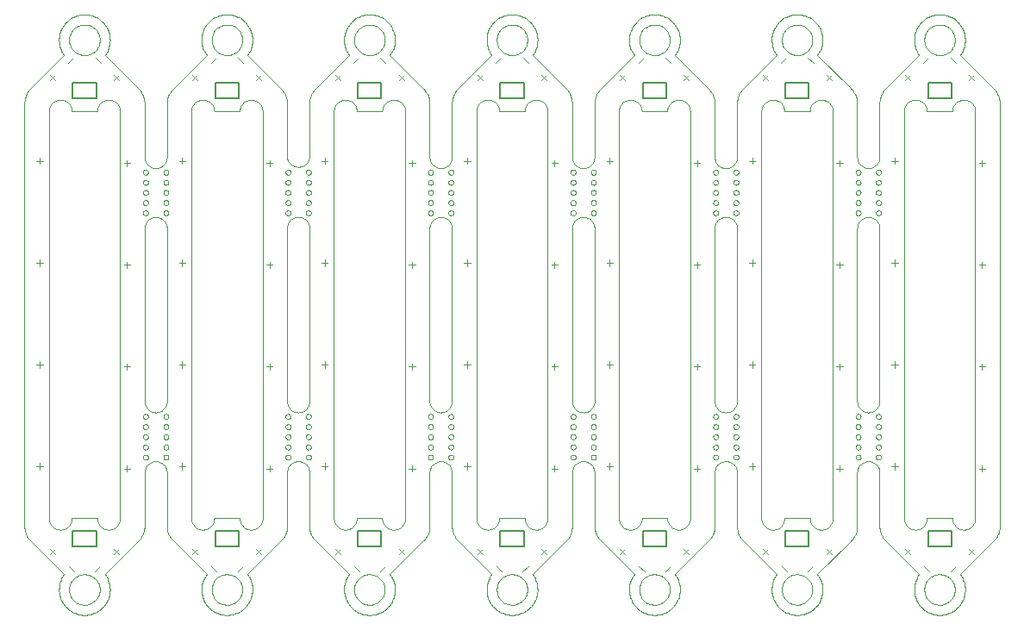
<source format=gto>
G75*
G70*
%OFA0B0*%
%FSLAX24Y24*%
%IPPOS*%
%LPD*%
%AMOC8*
5,1,8,0,0,1.08239X$1,22.5*
%
%ADD10C,0.0000*%
%ADD11C,0.0040*%
%ADD12C,0.0050*%
%ADD13C,0.0030*%
D10*
X001805Y001674D02*
X001769Y001623D01*
X001737Y001570D01*
X001708Y001515D01*
X001682Y001459D01*
X001660Y001400D01*
X001642Y001341D01*
X001628Y001280D01*
X001617Y001219D01*
X001611Y001157D01*
X001608Y001095D01*
X001609Y001032D01*
X001615Y000970D01*
X001624Y000909D01*
X001637Y000848D01*
X001654Y000788D01*
X001674Y000729D01*
X001698Y000672D01*
X001726Y000616D01*
X001758Y000563D01*
X001792Y000511D01*
X001830Y000461D01*
X001871Y000414D01*
X001915Y000370D01*
X001961Y000329D01*
X002010Y000290D01*
X002062Y000255D01*
X002115Y000223D01*
X002170Y000195D01*
X002227Y000170D01*
X002286Y000149D01*
X002346Y000131D01*
X002406Y000118D01*
X002468Y000108D01*
X002530Y000102D01*
X002592Y000100D01*
X002654Y000102D01*
X002716Y000108D01*
X002778Y000118D01*
X002838Y000131D01*
X002898Y000149D01*
X002957Y000170D01*
X003014Y000195D01*
X003069Y000223D01*
X003122Y000255D01*
X003174Y000290D01*
X003223Y000329D01*
X003269Y000370D01*
X003313Y000414D01*
X003354Y000461D01*
X003392Y000511D01*
X003426Y000563D01*
X003458Y000616D01*
X003486Y000672D01*
X003510Y000729D01*
X003530Y000788D01*
X003547Y000848D01*
X003560Y000909D01*
X003569Y000970D01*
X003575Y001032D01*
X003576Y001095D01*
X003573Y001157D01*
X003567Y001219D01*
X003556Y001280D01*
X003542Y001341D01*
X003524Y001400D01*
X003502Y001459D01*
X003476Y001515D01*
X003447Y001570D01*
X003415Y001623D01*
X003379Y001674D01*
X003379Y001675D02*
X004684Y002980D01*
X004914Y003536D02*
X004914Y005612D01*
X004915Y005612D02*
X004917Y005652D01*
X004922Y005692D01*
X004932Y005730D01*
X004944Y005768D01*
X004960Y005805D01*
X004980Y005840D01*
X005002Y005873D01*
X005028Y005904D01*
X005056Y005932D01*
X005087Y005958D01*
X005120Y005980D01*
X005155Y006000D01*
X005192Y006016D01*
X005230Y006028D01*
X005268Y006038D01*
X005308Y006043D01*
X005348Y006045D01*
X005388Y006043D01*
X005428Y006038D01*
X005466Y006028D01*
X005504Y006016D01*
X005541Y006000D01*
X005576Y005980D01*
X005609Y005958D01*
X005640Y005932D01*
X005668Y005904D01*
X005694Y005873D01*
X005716Y005840D01*
X005736Y005805D01*
X005752Y005768D01*
X005764Y005730D01*
X005774Y005692D01*
X005779Y005652D01*
X005781Y005612D01*
X005781Y003536D01*
X005783Y003485D01*
X005788Y003433D01*
X005796Y003382D01*
X005808Y003332D01*
X005823Y003283D01*
X005841Y003235D01*
X005862Y003188D01*
X005886Y003142D01*
X005914Y003099D01*
X005944Y003057D01*
X005976Y003017D01*
X006012Y002980D01*
X006011Y002980D02*
X007316Y001675D01*
X007316Y001674D02*
X007280Y001623D01*
X007248Y001570D01*
X007219Y001515D01*
X007193Y001459D01*
X007171Y001400D01*
X007153Y001341D01*
X007139Y001280D01*
X007128Y001219D01*
X007122Y001157D01*
X007119Y001095D01*
X007120Y001032D01*
X007126Y000970D01*
X007135Y000909D01*
X007148Y000848D01*
X007165Y000788D01*
X007185Y000729D01*
X007209Y000672D01*
X007237Y000616D01*
X007269Y000563D01*
X007303Y000511D01*
X007341Y000461D01*
X007382Y000414D01*
X007426Y000370D01*
X007472Y000329D01*
X007521Y000290D01*
X007573Y000255D01*
X007626Y000223D01*
X007681Y000195D01*
X007738Y000170D01*
X007797Y000149D01*
X007857Y000131D01*
X007917Y000118D01*
X007979Y000108D01*
X008041Y000102D01*
X008103Y000100D01*
X008165Y000102D01*
X008227Y000108D01*
X008289Y000118D01*
X008349Y000131D01*
X008409Y000149D01*
X008468Y000170D01*
X008525Y000195D01*
X008580Y000223D01*
X008633Y000255D01*
X008685Y000290D01*
X008734Y000329D01*
X008780Y000370D01*
X008824Y000414D01*
X008865Y000461D01*
X008903Y000511D01*
X008937Y000563D01*
X008969Y000616D01*
X008997Y000672D01*
X009021Y000729D01*
X009041Y000788D01*
X009058Y000848D01*
X009071Y000909D01*
X009080Y000970D01*
X009086Y001032D01*
X009087Y001095D01*
X009084Y001157D01*
X009078Y001219D01*
X009067Y001280D01*
X009053Y001341D01*
X009035Y001400D01*
X009013Y001459D01*
X008987Y001515D01*
X008958Y001570D01*
X008926Y001623D01*
X008890Y001674D01*
X008891Y001675D02*
X010196Y002980D01*
X010426Y003536D02*
X010426Y005612D01*
X010428Y005652D01*
X010433Y005692D01*
X010443Y005730D01*
X010455Y005768D01*
X010471Y005805D01*
X010491Y005840D01*
X010513Y005873D01*
X010539Y005904D01*
X010567Y005932D01*
X010598Y005958D01*
X010631Y005980D01*
X010666Y006000D01*
X010703Y006016D01*
X010741Y006028D01*
X010779Y006038D01*
X010819Y006043D01*
X010859Y006045D01*
X010899Y006043D01*
X010939Y006038D01*
X010977Y006028D01*
X011015Y006016D01*
X011052Y006000D01*
X011087Y005980D01*
X011120Y005958D01*
X011151Y005932D01*
X011179Y005904D01*
X011205Y005873D01*
X011227Y005840D01*
X011247Y005805D01*
X011263Y005768D01*
X011275Y005730D01*
X011285Y005692D01*
X011290Y005652D01*
X011292Y005612D01*
X011292Y003536D01*
X011293Y003536D02*
X011295Y003485D01*
X011300Y003433D01*
X011308Y003382D01*
X011320Y003332D01*
X011335Y003283D01*
X011353Y003235D01*
X011374Y003188D01*
X011398Y003142D01*
X011426Y003099D01*
X011456Y003057D01*
X011488Y003017D01*
X011524Y002980D01*
X011523Y002980D02*
X012828Y001675D01*
X012828Y001674D02*
X012792Y001623D01*
X012760Y001570D01*
X012731Y001515D01*
X012705Y001459D01*
X012683Y001400D01*
X012665Y001341D01*
X012651Y001280D01*
X012640Y001219D01*
X012634Y001157D01*
X012631Y001095D01*
X012632Y001032D01*
X012638Y000970D01*
X012647Y000909D01*
X012660Y000848D01*
X012677Y000788D01*
X012697Y000729D01*
X012721Y000672D01*
X012749Y000616D01*
X012781Y000563D01*
X012815Y000511D01*
X012853Y000461D01*
X012894Y000414D01*
X012938Y000370D01*
X012984Y000329D01*
X013033Y000290D01*
X013085Y000255D01*
X013138Y000223D01*
X013193Y000195D01*
X013250Y000170D01*
X013309Y000149D01*
X013369Y000131D01*
X013429Y000118D01*
X013491Y000108D01*
X013553Y000102D01*
X013615Y000100D01*
X013677Y000102D01*
X013739Y000108D01*
X013801Y000118D01*
X013861Y000131D01*
X013921Y000149D01*
X013980Y000170D01*
X014037Y000195D01*
X014092Y000223D01*
X014145Y000255D01*
X014197Y000290D01*
X014246Y000329D01*
X014292Y000370D01*
X014336Y000414D01*
X014377Y000461D01*
X014415Y000511D01*
X014449Y000563D01*
X014481Y000616D01*
X014509Y000672D01*
X014533Y000729D01*
X014553Y000788D01*
X014570Y000848D01*
X014583Y000909D01*
X014592Y000970D01*
X014598Y001032D01*
X014599Y001095D01*
X014596Y001157D01*
X014590Y001219D01*
X014579Y001280D01*
X014565Y001341D01*
X014547Y001400D01*
X014525Y001459D01*
X014499Y001515D01*
X014470Y001570D01*
X014438Y001623D01*
X014402Y001674D01*
X014403Y001675D02*
X015707Y002980D01*
X015938Y003536D02*
X015938Y005612D01*
X015940Y005652D01*
X015945Y005692D01*
X015955Y005730D01*
X015967Y005768D01*
X015983Y005805D01*
X016003Y005840D01*
X016025Y005873D01*
X016051Y005904D01*
X016079Y005932D01*
X016110Y005958D01*
X016143Y005980D01*
X016178Y006000D01*
X016215Y006016D01*
X016253Y006028D01*
X016291Y006038D01*
X016331Y006043D01*
X016371Y006045D01*
X016411Y006043D01*
X016451Y006038D01*
X016489Y006028D01*
X016527Y006016D01*
X016564Y006000D01*
X016599Y005980D01*
X016632Y005958D01*
X016663Y005932D01*
X016691Y005904D01*
X016717Y005873D01*
X016739Y005840D01*
X016759Y005805D01*
X016775Y005768D01*
X016787Y005730D01*
X016797Y005692D01*
X016802Y005652D01*
X016804Y005612D01*
X016804Y003536D01*
X016805Y003536D02*
X016807Y003485D01*
X016812Y003433D01*
X016820Y003382D01*
X016832Y003332D01*
X016847Y003283D01*
X016865Y003235D01*
X016886Y003188D01*
X016910Y003142D01*
X016938Y003099D01*
X016968Y003057D01*
X017000Y003017D01*
X017036Y002980D01*
X017035Y002980D02*
X018340Y001675D01*
X018340Y001674D02*
X018304Y001623D01*
X018272Y001570D01*
X018243Y001515D01*
X018217Y001459D01*
X018195Y001400D01*
X018177Y001341D01*
X018163Y001280D01*
X018152Y001219D01*
X018146Y001157D01*
X018143Y001095D01*
X018144Y001032D01*
X018150Y000970D01*
X018159Y000909D01*
X018172Y000848D01*
X018189Y000788D01*
X018209Y000729D01*
X018233Y000672D01*
X018261Y000616D01*
X018293Y000563D01*
X018327Y000511D01*
X018365Y000461D01*
X018406Y000414D01*
X018450Y000370D01*
X018496Y000329D01*
X018545Y000290D01*
X018597Y000255D01*
X018650Y000223D01*
X018705Y000195D01*
X018762Y000170D01*
X018821Y000149D01*
X018881Y000131D01*
X018941Y000118D01*
X019003Y000108D01*
X019065Y000102D01*
X019127Y000100D01*
X019189Y000102D01*
X019251Y000108D01*
X019313Y000118D01*
X019373Y000131D01*
X019433Y000149D01*
X019492Y000170D01*
X019549Y000195D01*
X019604Y000223D01*
X019657Y000255D01*
X019709Y000290D01*
X019758Y000329D01*
X019804Y000370D01*
X019848Y000414D01*
X019889Y000461D01*
X019927Y000511D01*
X019961Y000563D01*
X019993Y000616D01*
X020021Y000672D01*
X020045Y000729D01*
X020065Y000788D01*
X020082Y000848D01*
X020095Y000909D01*
X020104Y000970D01*
X020110Y001032D01*
X020111Y001095D01*
X020108Y001157D01*
X020102Y001219D01*
X020091Y001280D01*
X020077Y001341D01*
X020059Y001400D01*
X020037Y001459D01*
X020011Y001515D01*
X019982Y001570D01*
X019950Y001623D01*
X019914Y001674D01*
X019914Y001675D02*
X021219Y002980D01*
X021450Y003536D02*
X021450Y005612D01*
X021452Y005652D01*
X021457Y005692D01*
X021467Y005730D01*
X021479Y005768D01*
X021495Y005805D01*
X021515Y005840D01*
X021537Y005873D01*
X021563Y005904D01*
X021591Y005932D01*
X021622Y005958D01*
X021655Y005980D01*
X021690Y006000D01*
X021727Y006016D01*
X021765Y006028D01*
X021803Y006038D01*
X021843Y006043D01*
X021883Y006045D01*
X021923Y006043D01*
X021963Y006038D01*
X022001Y006028D01*
X022039Y006016D01*
X022076Y006000D01*
X022111Y005980D01*
X022144Y005958D01*
X022175Y005932D01*
X022203Y005904D01*
X022229Y005873D01*
X022251Y005840D01*
X022271Y005805D01*
X022287Y005768D01*
X022299Y005730D01*
X022309Y005692D01*
X022314Y005652D01*
X022316Y005612D01*
X022316Y003536D01*
X022318Y003485D01*
X022323Y003433D01*
X022331Y003382D01*
X022343Y003332D01*
X022358Y003283D01*
X022376Y003235D01*
X022397Y003188D01*
X022421Y003142D01*
X022449Y003099D01*
X022479Y003057D01*
X022511Y003017D01*
X022547Y002980D01*
X023851Y001675D01*
X023852Y001674D02*
X023816Y001623D01*
X023784Y001570D01*
X023755Y001515D01*
X023729Y001459D01*
X023707Y001400D01*
X023689Y001341D01*
X023675Y001280D01*
X023664Y001219D01*
X023658Y001157D01*
X023655Y001095D01*
X023656Y001032D01*
X023662Y000970D01*
X023671Y000909D01*
X023684Y000848D01*
X023701Y000788D01*
X023721Y000729D01*
X023745Y000672D01*
X023773Y000616D01*
X023805Y000563D01*
X023839Y000511D01*
X023877Y000461D01*
X023918Y000414D01*
X023962Y000370D01*
X024008Y000329D01*
X024057Y000290D01*
X024109Y000255D01*
X024162Y000223D01*
X024217Y000195D01*
X024274Y000170D01*
X024333Y000149D01*
X024393Y000131D01*
X024453Y000118D01*
X024515Y000108D01*
X024577Y000102D01*
X024639Y000100D01*
X024701Y000102D01*
X024763Y000108D01*
X024825Y000118D01*
X024885Y000131D01*
X024945Y000149D01*
X025004Y000170D01*
X025061Y000195D01*
X025116Y000223D01*
X025169Y000255D01*
X025221Y000290D01*
X025270Y000329D01*
X025316Y000370D01*
X025360Y000414D01*
X025401Y000461D01*
X025439Y000511D01*
X025473Y000563D01*
X025505Y000616D01*
X025533Y000672D01*
X025557Y000729D01*
X025577Y000788D01*
X025594Y000848D01*
X025607Y000909D01*
X025616Y000970D01*
X025622Y001032D01*
X025623Y001095D01*
X025620Y001157D01*
X025614Y001219D01*
X025603Y001280D01*
X025589Y001341D01*
X025571Y001400D01*
X025549Y001459D01*
X025523Y001515D01*
X025494Y001570D01*
X025462Y001623D01*
X025426Y001674D01*
X025426Y001675D02*
X026731Y002980D01*
X026962Y003536D02*
X026962Y005612D01*
X026964Y005652D01*
X026969Y005692D01*
X026979Y005730D01*
X026991Y005768D01*
X027007Y005805D01*
X027027Y005840D01*
X027049Y005873D01*
X027075Y005904D01*
X027103Y005932D01*
X027134Y005958D01*
X027167Y005980D01*
X027202Y006000D01*
X027239Y006016D01*
X027277Y006028D01*
X027315Y006038D01*
X027355Y006043D01*
X027395Y006045D01*
X027435Y006043D01*
X027475Y006038D01*
X027513Y006028D01*
X027551Y006016D01*
X027588Y006000D01*
X027623Y005980D01*
X027656Y005958D01*
X027687Y005932D01*
X027715Y005904D01*
X027741Y005873D01*
X027763Y005840D01*
X027783Y005805D01*
X027799Y005768D01*
X027811Y005730D01*
X027821Y005692D01*
X027826Y005652D01*
X027828Y005612D01*
X027828Y003536D01*
X027830Y003485D01*
X027835Y003433D01*
X027843Y003382D01*
X027855Y003332D01*
X027870Y003283D01*
X027888Y003235D01*
X027909Y003188D01*
X027933Y003142D01*
X027961Y003099D01*
X027991Y003057D01*
X028023Y003017D01*
X028059Y002980D01*
X028058Y002980D02*
X029363Y001675D01*
X029364Y001674D02*
X029328Y001623D01*
X029296Y001570D01*
X029267Y001515D01*
X029241Y001459D01*
X029219Y001400D01*
X029201Y001341D01*
X029187Y001280D01*
X029176Y001219D01*
X029170Y001157D01*
X029167Y001095D01*
X029168Y001032D01*
X029174Y000970D01*
X029183Y000909D01*
X029196Y000848D01*
X029213Y000788D01*
X029233Y000729D01*
X029257Y000672D01*
X029285Y000616D01*
X029317Y000563D01*
X029351Y000511D01*
X029389Y000461D01*
X029430Y000414D01*
X029474Y000370D01*
X029520Y000329D01*
X029569Y000290D01*
X029621Y000255D01*
X029674Y000223D01*
X029729Y000195D01*
X029786Y000170D01*
X029845Y000149D01*
X029905Y000131D01*
X029965Y000118D01*
X030027Y000108D01*
X030089Y000102D01*
X030151Y000100D01*
X030213Y000102D01*
X030275Y000108D01*
X030337Y000118D01*
X030397Y000131D01*
X030457Y000149D01*
X030516Y000170D01*
X030573Y000195D01*
X030628Y000223D01*
X030681Y000255D01*
X030733Y000290D01*
X030782Y000329D01*
X030828Y000370D01*
X030872Y000414D01*
X030913Y000461D01*
X030951Y000511D01*
X030985Y000563D01*
X031017Y000616D01*
X031045Y000672D01*
X031069Y000729D01*
X031089Y000788D01*
X031106Y000848D01*
X031119Y000909D01*
X031128Y000970D01*
X031134Y001032D01*
X031135Y001095D01*
X031132Y001157D01*
X031126Y001219D01*
X031115Y001280D01*
X031101Y001341D01*
X031083Y001400D01*
X031061Y001459D01*
X031035Y001515D01*
X031006Y001570D01*
X030974Y001623D01*
X030938Y001674D01*
X030938Y001675D02*
X032243Y002980D01*
X032474Y003536D02*
X032474Y005612D01*
X032476Y005652D01*
X032481Y005692D01*
X032491Y005730D01*
X032503Y005768D01*
X032519Y005805D01*
X032539Y005840D01*
X032561Y005873D01*
X032587Y005904D01*
X032615Y005932D01*
X032646Y005958D01*
X032679Y005980D01*
X032714Y006000D01*
X032751Y006016D01*
X032789Y006028D01*
X032827Y006038D01*
X032867Y006043D01*
X032907Y006045D01*
X032947Y006043D01*
X032987Y006038D01*
X033025Y006028D01*
X033063Y006016D01*
X033100Y006000D01*
X033135Y005980D01*
X033168Y005958D01*
X033199Y005932D01*
X033227Y005904D01*
X033253Y005873D01*
X033275Y005840D01*
X033295Y005805D01*
X033311Y005768D01*
X033323Y005730D01*
X033333Y005692D01*
X033338Y005652D01*
X033340Y005612D01*
X033340Y003536D01*
X033342Y003485D01*
X033347Y003433D01*
X033355Y003382D01*
X033367Y003332D01*
X033382Y003283D01*
X033400Y003235D01*
X033421Y003188D01*
X033445Y003142D01*
X033473Y003099D01*
X033503Y003057D01*
X033535Y003017D01*
X033571Y002980D01*
X033570Y002980D02*
X034875Y001675D01*
X034875Y001674D02*
X034839Y001623D01*
X034807Y001570D01*
X034778Y001515D01*
X034752Y001459D01*
X034730Y001400D01*
X034712Y001341D01*
X034698Y001280D01*
X034687Y001219D01*
X034681Y001157D01*
X034678Y001095D01*
X034679Y001032D01*
X034685Y000970D01*
X034694Y000909D01*
X034707Y000848D01*
X034724Y000788D01*
X034744Y000729D01*
X034768Y000672D01*
X034796Y000616D01*
X034828Y000563D01*
X034862Y000511D01*
X034900Y000461D01*
X034941Y000414D01*
X034985Y000370D01*
X035031Y000329D01*
X035080Y000290D01*
X035132Y000255D01*
X035185Y000223D01*
X035240Y000195D01*
X035297Y000170D01*
X035356Y000149D01*
X035416Y000131D01*
X035476Y000118D01*
X035538Y000108D01*
X035600Y000102D01*
X035662Y000100D01*
X035724Y000102D01*
X035786Y000108D01*
X035848Y000118D01*
X035908Y000131D01*
X035968Y000149D01*
X036027Y000170D01*
X036084Y000195D01*
X036139Y000223D01*
X036192Y000255D01*
X036244Y000290D01*
X036293Y000329D01*
X036339Y000370D01*
X036383Y000414D01*
X036424Y000461D01*
X036462Y000511D01*
X036496Y000563D01*
X036528Y000616D01*
X036556Y000672D01*
X036580Y000729D01*
X036600Y000788D01*
X036617Y000848D01*
X036630Y000909D01*
X036639Y000970D01*
X036645Y001032D01*
X036646Y001095D01*
X036643Y001157D01*
X036637Y001219D01*
X036626Y001280D01*
X036612Y001341D01*
X036594Y001400D01*
X036572Y001459D01*
X036546Y001515D01*
X036517Y001570D01*
X036485Y001623D01*
X036449Y001674D01*
X036450Y001675D02*
X037755Y002980D01*
X037985Y003536D02*
X037985Y019892D01*
X037983Y019943D01*
X037978Y019995D01*
X037970Y020046D01*
X037958Y020096D01*
X037943Y020145D01*
X037925Y020193D01*
X037904Y020240D01*
X037880Y020286D01*
X037852Y020329D01*
X037822Y020371D01*
X037790Y020411D01*
X037754Y020448D01*
X037755Y020449D02*
X036450Y021754D01*
X036449Y021754D02*
X036485Y021805D01*
X036517Y021858D01*
X036546Y021913D01*
X036572Y021969D01*
X036594Y022028D01*
X036612Y022087D01*
X036626Y022148D01*
X036637Y022209D01*
X036643Y022271D01*
X036646Y022333D01*
X036645Y022396D01*
X036639Y022458D01*
X036630Y022519D01*
X036617Y022580D01*
X036600Y022640D01*
X036580Y022699D01*
X036556Y022756D01*
X036528Y022812D01*
X036496Y022865D01*
X036462Y022917D01*
X036424Y022967D01*
X036383Y023014D01*
X036339Y023058D01*
X036293Y023099D01*
X036244Y023138D01*
X036192Y023173D01*
X036139Y023205D01*
X036084Y023233D01*
X036027Y023258D01*
X035968Y023279D01*
X035908Y023297D01*
X035848Y023310D01*
X035786Y023320D01*
X035724Y023326D01*
X035662Y023328D01*
X035600Y023326D01*
X035538Y023320D01*
X035476Y023310D01*
X035416Y023297D01*
X035356Y023279D01*
X035297Y023258D01*
X035240Y023233D01*
X035185Y023205D01*
X035132Y023173D01*
X035080Y023138D01*
X035031Y023099D01*
X034985Y023058D01*
X034941Y023014D01*
X034900Y022967D01*
X034862Y022917D01*
X034828Y022865D01*
X034796Y022812D01*
X034768Y022756D01*
X034744Y022699D01*
X034724Y022640D01*
X034707Y022580D01*
X034694Y022519D01*
X034685Y022458D01*
X034679Y022396D01*
X034678Y022333D01*
X034681Y022271D01*
X034687Y022209D01*
X034698Y022148D01*
X034712Y022087D01*
X034730Y022028D01*
X034752Y021969D01*
X034778Y021913D01*
X034807Y021858D01*
X034839Y021805D01*
X034875Y021754D01*
X033570Y020449D01*
X033340Y019892D02*
X033340Y017817D01*
X033338Y017777D01*
X033333Y017737D01*
X033323Y017699D01*
X033311Y017661D01*
X033295Y017624D01*
X033275Y017589D01*
X033253Y017556D01*
X033227Y017525D01*
X033199Y017497D01*
X033168Y017471D01*
X033135Y017449D01*
X033100Y017429D01*
X033063Y017413D01*
X033025Y017401D01*
X032987Y017391D01*
X032947Y017386D01*
X032907Y017384D01*
X032867Y017386D01*
X032827Y017391D01*
X032789Y017401D01*
X032751Y017413D01*
X032714Y017429D01*
X032679Y017449D01*
X032646Y017471D01*
X032615Y017497D01*
X032587Y017525D01*
X032561Y017556D01*
X032539Y017589D01*
X032519Y017624D01*
X032503Y017661D01*
X032491Y017699D01*
X032481Y017737D01*
X032476Y017777D01*
X032474Y017817D01*
X032474Y019892D01*
X032473Y019892D02*
X032471Y019943D01*
X032466Y019995D01*
X032458Y020046D01*
X032446Y020096D01*
X032431Y020145D01*
X032413Y020193D01*
X032392Y020240D01*
X032368Y020286D01*
X032340Y020329D01*
X032310Y020371D01*
X032278Y020411D01*
X032242Y020448D01*
X032243Y020449D02*
X030938Y021754D01*
X030974Y021805D01*
X031006Y021858D01*
X031035Y021913D01*
X031061Y021969D01*
X031083Y022028D01*
X031101Y022087D01*
X031115Y022148D01*
X031126Y022209D01*
X031132Y022271D01*
X031135Y022333D01*
X031134Y022396D01*
X031128Y022458D01*
X031119Y022519D01*
X031106Y022580D01*
X031089Y022640D01*
X031069Y022699D01*
X031045Y022756D01*
X031017Y022812D01*
X030985Y022865D01*
X030951Y022917D01*
X030913Y022967D01*
X030872Y023014D01*
X030828Y023058D01*
X030782Y023099D01*
X030733Y023138D01*
X030681Y023173D01*
X030628Y023205D01*
X030573Y023233D01*
X030516Y023258D01*
X030457Y023279D01*
X030397Y023297D01*
X030337Y023310D01*
X030275Y023320D01*
X030213Y023326D01*
X030151Y023328D01*
X030089Y023326D01*
X030027Y023320D01*
X029965Y023310D01*
X029905Y023297D01*
X029845Y023279D01*
X029786Y023258D01*
X029729Y023233D01*
X029674Y023205D01*
X029621Y023173D01*
X029569Y023138D01*
X029520Y023099D01*
X029474Y023058D01*
X029430Y023014D01*
X029389Y022967D01*
X029351Y022917D01*
X029317Y022865D01*
X029285Y022812D01*
X029257Y022756D01*
X029233Y022699D01*
X029213Y022640D01*
X029196Y022580D01*
X029183Y022519D01*
X029174Y022458D01*
X029168Y022396D01*
X029167Y022333D01*
X029170Y022271D01*
X029176Y022209D01*
X029187Y022148D01*
X029201Y022087D01*
X029219Y022028D01*
X029241Y021969D01*
X029267Y021913D01*
X029296Y021858D01*
X029328Y021805D01*
X029364Y021754D01*
X029363Y021754D02*
X028058Y020449D01*
X027828Y019892D02*
X027828Y017817D01*
X027826Y017777D01*
X027821Y017737D01*
X027811Y017699D01*
X027799Y017661D01*
X027783Y017624D01*
X027763Y017589D01*
X027741Y017556D01*
X027715Y017525D01*
X027687Y017497D01*
X027656Y017471D01*
X027623Y017449D01*
X027588Y017429D01*
X027551Y017413D01*
X027513Y017401D01*
X027475Y017391D01*
X027435Y017386D01*
X027395Y017384D01*
X027355Y017386D01*
X027315Y017391D01*
X027277Y017401D01*
X027239Y017413D01*
X027202Y017429D01*
X027167Y017449D01*
X027134Y017471D01*
X027103Y017497D01*
X027075Y017525D01*
X027049Y017556D01*
X027027Y017589D01*
X027007Y017624D01*
X026991Y017661D01*
X026979Y017699D01*
X026969Y017737D01*
X026964Y017777D01*
X026962Y017817D01*
X026962Y019892D01*
X026961Y019892D02*
X026959Y019943D01*
X026954Y019995D01*
X026946Y020046D01*
X026934Y020096D01*
X026919Y020145D01*
X026901Y020193D01*
X026880Y020240D01*
X026856Y020286D01*
X026828Y020329D01*
X026798Y020371D01*
X026766Y020411D01*
X026730Y020448D01*
X026731Y020449D02*
X025426Y021754D01*
X025462Y021805D01*
X025494Y021858D01*
X025523Y021913D01*
X025549Y021969D01*
X025571Y022028D01*
X025589Y022087D01*
X025603Y022148D01*
X025614Y022209D01*
X025620Y022271D01*
X025623Y022333D01*
X025622Y022396D01*
X025616Y022458D01*
X025607Y022519D01*
X025594Y022580D01*
X025577Y022640D01*
X025557Y022699D01*
X025533Y022756D01*
X025505Y022812D01*
X025473Y022865D01*
X025439Y022917D01*
X025401Y022967D01*
X025360Y023014D01*
X025316Y023058D01*
X025270Y023099D01*
X025221Y023138D01*
X025169Y023173D01*
X025116Y023205D01*
X025061Y023233D01*
X025004Y023258D01*
X024945Y023279D01*
X024885Y023297D01*
X024825Y023310D01*
X024763Y023320D01*
X024701Y023326D01*
X024639Y023328D01*
X024577Y023326D01*
X024515Y023320D01*
X024453Y023310D01*
X024393Y023297D01*
X024333Y023279D01*
X024274Y023258D01*
X024217Y023233D01*
X024162Y023205D01*
X024109Y023173D01*
X024057Y023138D01*
X024008Y023099D01*
X023962Y023058D01*
X023918Y023014D01*
X023877Y022967D01*
X023839Y022917D01*
X023805Y022865D01*
X023773Y022812D01*
X023745Y022756D01*
X023721Y022699D01*
X023701Y022640D01*
X023684Y022580D01*
X023671Y022519D01*
X023662Y022458D01*
X023656Y022396D01*
X023655Y022333D01*
X023658Y022271D01*
X023664Y022209D01*
X023675Y022148D01*
X023689Y022087D01*
X023707Y022028D01*
X023729Y021969D01*
X023755Y021913D01*
X023784Y021858D01*
X023816Y021805D01*
X023852Y021754D01*
X023851Y021754D02*
X022547Y020449D01*
X022316Y019892D02*
X022316Y017817D01*
X022314Y017777D01*
X022309Y017737D01*
X022299Y017699D01*
X022287Y017661D01*
X022271Y017624D01*
X022251Y017589D01*
X022229Y017556D01*
X022203Y017525D01*
X022175Y017497D01*
X022144Y017471D01*
X022111Y017449D01*
X022076Y017429D01*
X022039Y017413D01*
X022001Y017401D01*
X021963Y017391D01*
X021923Y017386D01*
X021883Y017384D01*
X021843Y017386D01*
X021803Y017391D01*
X021765Y017401D01*
X021727Y017413D01*
X021690Y017429D01*
X021655Y017449D01*
X021622Y017471D01*
X021591Y017497D01*
X021563Y017525D01*
X021537Y017556D01*
X021515Y017589D01*
X021495Y017624D01*
X021479Y017661D01*
X021467Y017699D01*
X021457Y017737D01*
X021452Y017777D01*
X021450Y017817D01*
X021450Y019892D01*
X021449Y019892D02*
X021447Y019943D01*
X021442Y019995D01*
X021434Y020046D01*
X021422Y020096D01*
X021407Y020145D01*
X021389Y020193D01*
X021368Y020240D01*
X021344Y020286D01*
X021316Y020329D01*
X021286Y020371D01*
X021254Y020411D01*
X021218Y020448D01*
X021219Y020449D02*
X019914Y021754D01*
X019950Y021805D01*
X019982Y021858D01*
X020011Y021913D01*
X020037Y021969D01*
X020059Y022028D01*
X020077Y022087D01*
X020091Y022148D01*
X020102Y022209D01*
X020108Y022271D01*
X020111Y022333D01*
X020110Y022396D01*
X020104Y022458D01*
X020095Y022519D01*
X020082Y022580D01*
X020065Y022640D01*
X020045Y022699D01*
X020021Y022756D01*
X019993Y022812D01*
X019961Y022865D01*
X019927Y022917D01*
X019889Y022967D01*
X019848Y023014D01*
X019804Y023058D01*
X019758Y023099D01*
X019709Y023138D01*
X019657Y023173D01*
X019604Y023205D01*
X019549Y023233D01*
X019492Y023258D01*
X019433Y023279D01*
X019373Y023297D01*
X019313Y023310D01*
X019251Y023320D01*
X019189Y023326D01*
X019127Y023328D01*
X019065Y023326D01*
X019003Y023320D01*
X018941Y023310D01*
X018881Y023297D01*
X018821Y023279D01*
X018762Y023258D01*
X018705Y023233D01*
X018650Y023205D01*
X018597Y023173D01*
X018545Y023138D01*
X018496Y023099D01*
X018450Y023058D01*
X018406Y023014D01*
X018365Y022967D01*
X018327Y022917D01*
X018293Y022865D01*
X018261Y022812D01*
X018233Y022756D01*
X018209Y022699D01*
X018189Y022640D01*
X018172Y022580D01*
X018159Y022519D01*
X018150Y022458D01*
X018144Y022396D01*
X018143Y022333D01*
X018146Y022271D01*
X018152Y022209D01*
X018163Y022148D01*
X018177Y022087D01*
X018195Y022028D01*
X018217Y021969D01*
X018243Y021913D01*
X018272Y021858D01*
X018304Y021805D01*
X018340Y021754D01*
X017035Y020449D01*
X016804Y019892D02*
X016804Y017817D01*
X016802Y017777D01*
X016797Y017737D01*
X016787Y017699D01*
X016775Y017661D01*
X016759Y017624D01*
X016739Y017589D01*
X016717Y017556D01*
X016691Y017525D01*
X016663Y017497D01*
X016632Y017471D01*
X016599Y017449D01*
X016564Y017429D01*
X016527Y017413D01*
X016489Y017401D01*
X016451Y017391D01*
X016411Y017386D01*
X016371Y017384D01*
X016331Y017386D01*
X016291Y017391D01*
X016253Y017401D01*
X016215Y017413D01*
X016178Y017429D01*
X016143Y017449D01*
X016110Y017471D01*
X016079Y017497D01*
X016051Y017525D01*
X016025Y017556D01*
X016003Y017589D01*
X015983Y017624D01*
X015967Y017661D01*
X015955Y017699D01*
X015945Y017737D01*
X015940Y017777D01*
X015938Y017817D01*
X015938Y019892D01*
X015936Y019943D01*
X015931Y019995D01*
X015923Y020046D01*
X015911Y020096D01*
X015896Y020145D01*
X015878Y020193D01*
X015857Y020240D01*
X015833Y020286D01*
X015805Y020329D01*
X015775Y020371D01*
X015743Y020411D01*
X015707Y020448D01*
X015707Y020449D02*
X014403Y021754D01*
X014402Y021754D02*
X014438Y021805D01*
X014470Y021858D01*
X014499Y021913D01*
X014525Y021969D01*
X014547Y022028D01*
X014565Y022087D01*
X014579Y022148D01*
X014590Y022209D01*
X014596Y022271D01*
X014599Y022333D01*
X014598Y022396D01*
X014592Y022458D01*
X014583Y022519D01*
X014570Y022580D01*
X014553Y022640D01*
X014533Y022699D01*
X014509Y022756D01*
X014481Y022812D01*
X014449Y022865D01*
X014415Y022917D01*
X014377Y022967D01*
X014336Y023014D01*
X014292Y023058D01*
X014246Y023099D01*
X014197Y023138D01*
X014145Y023173D01*
X014092Y023205D01*
X014037Y023233D01*
X013980Y023258D01*
X013921Y023279D01*
X013861Y023297D01*
X013801Y023310D01*
X013739Y023320D01*
X013677Y023326D01*
X013615Y023328D01*
X013553Y023326D01*
X013491Y023320D01*
X013429Y023310D01*
X013369Y023297D01*
X013309Y023279D01*
X013250Y023258D01*
X013193Y023233D01*
X013138Y023205D01*
X013085Y023173D01*
X013033Y023138D01*
X012984Y023099D01*
X012938Y023058D01*
X012894Y023014D01*
X012853Y022967D01*
X012815Y022917D01*
X012781Y022865D01*
X012749Y022812D01*
X012721Y022756D01*
X012697Y022699D01*
X012677Y022640D01*
X012660Y022580D01*
X012647Y022519D01*
X012638Y022458D01*
X012632Y022396D01*
X012631Y022333D01*
X012634Y022271D01*
X012640Y022209D01*
X012651Y022148D01*
X012665Y022087D01*
X012683Y022028D01*
X012705Y021969D01*
X012731Y021913D01*
X012760Y021858D01*
X012792Y021805D01*
X012828Y021754D01*
X011523Y020449D01*
X011292Y019892D02*
X011292Y017915D01*
X011295Y017875D01*
X011294Y017835D01*
X011289Y017795D01*
X011281Y017755D01*
X011269Y017717D01*
X011253Y017680D01*
X011234Y017644D01*
X011212Y017611D01*
X011187Y017579D01*
X011159Y017550D01*
X011129Y017524D01*
X011096Y017500D01*
X011061Y017480D01*
X011025Y017463D01*
X010987Y017449D01*
X010948Y017439D01*
X010908Y017433D01*
X010868Y017430D01*
X010828Y017431D01*
X010788Y017436D01*
X010748Y017444D01*
X010710Y017456D01*
X010673Y017472D01*
X010637Y017491D01*
X010604Y017513D01*
X010572Y017538D01*
X010543Y017566D01*
X010517Y017596D01*
X010493Y017629D01*
X010473Y017664D01*
X010456Y017700D01*
X010442Y017738D01*
X010432Y017777D01*
X010426Y017817D01*
X010426Y019892D01*
X010424Y019943D01*
X010419Y019995D01*
X010411Y020046D01*
X010399Y020096D01*
X010384Y020145D01*
X010366Y020193D01*
X010345Y020240D01*
X010321Y020286D01*
X010293Y020329D01*
X010263Y020371D01*
X010231Y020411D01*
X010195Y020448D01*
X010196Y020449D02*
X008891Y021754D01*
X008890Y021754D02*
X008926Y021805D01*
X008958Y021858D01*
X008987Y021913D01*
X009013Y021969D01*
X009035Y022028D01*
X009053Y022087D01*
X009067Y022148D01*
X009078Y022209D01*
X009084Y022271D01*
X009087Y022333D01*
X009086Y022396D01*
X009080Y022458D01*
X009071Y022519D01*
X009058Y022580D01*
X009041Y022640D01*
X009021Y022699D01*
X008997Y022756D01*
X008969Y022812D01*
X008937Y022865D01*
X008903Y022917D01*
X008865Y022967D01*
X008824Y023014D01*
X008780Y023058D01*
X008734Y023099D01*
X008685Y023138D01*
X008633Y023173D01*
X008580Y023205D01*
X008525Y023233D01*
X008468Y023258D01*
X008409Y023279D01*
X008349Y023297D01*
X008289Y023310D01*
X008227Y023320D01*
X008165Y023326D01*
X008103Y023328D01*
X008041Y023326D01*
X007979Y023320D01*
X007917Y023310D01*
X007857Y023297D01*
X007797Y023279D01*
X007738Y023258D01*
X007681Y023233D01*
X007626Y023205D01*
X007573Y023173D01*
X007521Y023138D01*
X007472Y023099D01*
X007426Y023058D01*
X007382Y023014D01*
X007341Y022967D01*
X007303Y022917D01*
X007269Y022865D01*
X007237Y022812D01*
X007209Y022756D01*
X007185Y022699D01*
X007165Y022640D01*
X007148Y022580D01*
X007135Y022519D01*
X007126Y022458D01*
X007120Y022396D01*
X007119Y022333D01*
X007122Y022271D01*
X007128Y022209D01*
X007139Y022148D01*
X007153Y022087D01*
X007171Y022028D01*
X007193Y021969D01*
X007219Y021913D01*
X007248Y021858D01*
X007280Y021805D01*
X007316Y021754D01*
X006011Y020449D01*
X005781Y019892D02*
X005781Y017817D01*
X005779Y017777D01*
X005774Y017737D01*
X005764Y017699D01*
X005752Y017661D01*
X005736Y017624D01*
X005716Y017589D01*
X005694Y017556D01*
X005668Y017525D01*
X005640Y017497D01*
X005609Y017471D01*
X005576Y017449D01*
X005541Y017429D01*
X005504Y017413D01*
X005466Y017401D01*
X005428Y017391D01*
X005388Y017386D01*
X005348Y017384D01*
X005308Y017386D01*
X005268Y017391D01*
X005230Y017401D01*
X005192Y017413D01*
X005155Y017429D01*
X005120Y017449D01*
X005087Y017471D01*
X005056Y017497D01*
X005028Y017525D01*
X005002Y017556D01*
X004980Y017589D01*
X004960Y017624D01*
X004944Y017661D01*
X004932Y017699D01*
X004922Y017737D01*
X004917Y017777D01*
X004915Y017817D01*
X004914Y017817D02*
X004914Y019892D01*
X004912Y019943D01*
X004907Y019995D01*
X004899Y020046D01*
X004887Y020096D01*
X004872Y020145D01*
X004854Y020193D01*
X004833Y020240D01*
X004809Y020286D01*
X004781Y020329D01*
X004751Y020371D01*
X004719Y020411D01*
X004683Y020448D01*
X004684Y020449D02*
X003379Y021754D01*
X003415Y021805D01*
X003447Y021858D01*
X003476Y021913D01*
X003502Y021969D01*
X003524Y022028D01*
X003542Y022087D01*
X003556Y022148D01*
X003567Y022209D01*
X003573Y022271D01*
X003576Y022333D01*
X003575Y022396D01*
X003569Y022458D01*
X003560Y022519D01*
X003547Y022580D01*
X003530Y022640D01*
X003510Y022699D01*
X003486Y022756D01*
X003458Y022812D01*
X003426Y022865D01*
X003392Y022917D01*
X003354Y022967D01*
X003313Y023014D01*
X003269Y023058D01*
X003223Y023099D01*
X003174Y023138D01*
X003122Y023173D01*
X003069Y023205D01*
X003014Y023233D01*
X002957Y023258D01*
X002898Y023279D01*
X002838Y023297D01*
X002778Y023310D01*
X002716Y023320D01*
X002654Y023326D01*
X002592Y023328D01*
X002530Y023326D01*
X002468Y023320D01*
X002406Y023310D01*
X002346Y023297D01*
X002286Y023279D01*
X002227Y023258D01*
X002170Y023233D01*
X002115Y023205D01*
X002062Y023173D01*
X002010Y023138D01*
X001961Y023099D01*
X001915Y023058D01*
X001871Y023014D01*
X001830Y022967D01*
X001792Y022917D01*
X001758Y022865D01*
X001726Y022812D01*
X001698Y022756D01*
X001674Y022699D01*
X001654Y022640D01*
X001637Y022580D01*
X001624Y022519D01*
X001615Y022458D01*
X001609Y022396D01*
X001608Y022333D01*
X001611Y022271D01*
X001617Y022209D01*
X001628Y022148D01*
X001642Y022087D01*
X001660Y022028D01*
X001682Y021969D01*
X001708Y021913D01*
X001737Y021858D01*
X001769Y021805D01*
X001805Y021754D01*
X001804Y021754D02*
X000499Y020449D01*
X000269Y019892D02*
X000269Y003536D01*
X000271Y003485D01*
X000276Y003433D01*
X000284Y003382D01*
X000296Y003332D01*
X000311Y003283D01*
X000329Y003235D01*
X000350Y003188D01*
X000374Y003142D01*
X000402Y003099D01*
X000432Y003057D01*
X000464Y003017D01*
X000500Y002980D01*
X000499Y002980D02*
X001804Y001675D01*
X002001Y001084D02*
X002003Y001132D01*
X002009Y001180D01*
X002019Y001227D01*
X002032Y001273D01*
X002050Y001318D01*
X002070Y001362D01*
X002095Y001404D01*
X002123Y001443D01*
X002153Y001480D01*
X002187Y001514D01*
X002224Y001546D01*
X002262Y001575D01*
X002303Y001600D01*
X002346Y001622D01*
X002391Y001640D01*
X002437Y001654D01*
X002484Y001665D01*
X002532Y001672D01*
X002580Y001675D01*
X002628Y001674D01*
X002676Y001669D01*
X002724Y001660D01*
X002770Y001648D01*
X002815Y001631D01*
X002859Y001611D01*
X002901Y001588D01*
X002941Y001561D01*
X002979Y001531D01*
X003014Y001498D01*
X003046Y001462D01*
X003076Y001424D01*
X003102Y001383D01*
X003124Y001340D01*
X003144Y001296D01*
X003159Y001251D01*
X003171Y001204D01*
X003179Y001156D01*
X003183Y001108D01*
X003183Y001060D01*
X003179Y001012D01*
X003171Y000964D01*
X003159Y000917D01*
X003144Y000872D01*
X003124Y000828D01*
X003102Y000785D01*
X003076Y000744D01*
X003046Y000706D01*
X003014Y000670D01*
X002979Y000637D01*
X002941Y000607D01*
X002901Y000580D01*
X002859Y000557D01*
X002815Y000537D01*
X002770Y000520D01*
X002724Y000508D01*
X002676Y000499D01*
X002628Y000494D01*
X002580Y000493D01*
X002532Y000496D01*
X002484Y000503D01*
X002437Y000514D01*
X002391Y000528D01*
X002346Y000546D01*
X002303Y000568D01*
X002262Y000593D01*
X002224Y000622D01*
X002187Y000654D01*
X002153Y000688D01*
X002123Y000725D01*
X002095Y000764D01*
X002070Y000806D01*
X002050Y000850D01*
X002032Y000895D01*
X002019Y000941D01*
X002009Y000988D01*
X002003Y001036D01*
X002001Y001084D01*
X004683Y002980D02*
X004719Y003017D01*
X004751Y003057D01*
X004781Y003099D01*
X004809Y003142D01*
X004833Y003188D01*
X004854Y003235D01*
X004872Y003283D01*
X004887Y003332D01*
X004899Y003382D01*
X004907Y003433D01*
X004912Y003485D01*
X004914Y003536D01*
X003970Y003840D02*
X003970Y019588D01*
X003968Y019629D01*
X003962Y019669D01*
X003953Y019709D01*
X003940Y019748D01*
X003924Y019785D01*
X003904Y019821D01*
X003881Y019855D01*
X003854Y019886D01*
X003825Y019915D01*
X003794Y019942D01*
X003760Y019965D01*
X003724Y019985D01*
X003687Y020001D01*
X003648Y020014D01*
X003608Y020023D01*
X003568Y020029D01*
X003527Y020031D01*
X003486Y020029D01*
X003446Y020023D01*
X003406Y020014D01*
X003367Y020001D01*
X003330Y019985D01*
X003294Y019965D01*
X003260Y019942D01*
X003229Y019915D01*
X003200Y019886D01*
X003173Y019855D01*
X003150Y019821D01*
X003130Y019785D01*
X003114Y019748D01*
X003101Y019709D01*
X003092Y019669D01*
X003086Y019629D01*
X003084Y019588D01*
X002099Y019588D01*
X002100Y019588D02*
X002098Y019629D01*
X002092Y019669D01*
X002083Y019709D01*
X002070Y019748D01*
X002054Y019785D01*
X002034Y019821D01*
X002011Y019855D01*
X001984Y019886D01*
X001955Y019915D01*
X001924Y019942D01*
X001890Y019965D01*
X001854Y019985D01*
X001817Y020001D01*
X001778Y020014D01*
X001738Y020023D01*
X001698Y020029D01*
X001657Y020031D01*
X001616Y020029D01*
X001576Y020023D01*
X001536Y020014D01*
X001497Y020001D01*
X001460Y019985D01*
X001424Y019965D01*
X001390Y019942D01*
X001359Y019915D01*
X001330Y019886D01*
X001303Y019855D01*
X001280Y019821D01*
X001260Y019785D01*
X001244Y019748D01*
X001231Y019709D01*
X001222Y019669D01*
X001216Y019629D01*
X001214Y019588D01*
X001214Y003840D01*
X001216Y003799D01*
X001222Y003759D01*
X001231Y003719D01*
X001244Y003680D01*
X001260Y003643D01*
X001280Y003607D01*
X001303Y003573D01*
X001330Y003542D01*
X001359Y003513D01*
X001390Y003486D01*
X001424Y003463D01*
X001460Y003443D01*
X001497Y003427D01*
X001536Y003414D01*
X001576Y003405D01*
X001616Y003399D01*
X001657Y003397D01*
X001698Y003399D01*
X001738Y003405D01*
X001778Y003414D01*
X001817Y003427D01*
X001854Y003443D01*
X001890Y003463D01*
X001924Y003486D01*
X001955Y003513D01*
X001984Y003542D01*
X002011Y003573D01*
X002034Y003607D01*
X002054Y003643D01*
X002070Y003680D01*
X002083Y003719D01*
X002092Y003759D01*
X002098Y003799D01*
X002100Y003840D01*
X002099Y003840D02*
X003084Y003840D01*
X003086Y003799D01*
X003092Y003759D01*
X003101Y003719D01*
X003114Y003680D01*
X003130Y003643D01*
X003150Y003607D01*
X003173Y003573D01*
X003200Y003542D01*
X003229Y003513D01*
X003260Y003486D01*
X003294Y003463D01*
X003330Y003443D01*
X003367Y003427D01*
X003406Y003414D01*
X003446Y003405D01*
X003486Y003399D01*
X003527Y003397D01*
X003568Y003399D01*
X003608Y003405D01*
X003648Y003414D01*
X003687Y003427D01*
X003724Y003443D01*
X003760Y003463D01*
X003794Y003486D01*
X003825Y003513D01*
X003854Y003542D01*
X003881Y003573D01*
X003904Y003607D01*
X003924Y003643D01*
X003940Y003680D01*
X003953Y003719D01*
X003962Y003759D01*
X003968Y003799D01*
X003970Y003840D01*
X006725Y003840D02*
X006725Y019588D01*
X005781Y019892D02*
X005783Y019943D01*
X005788Y019995D01*
X005796Y020046D01*
X005808Y020096D01*
X005823Y020145D01*
X005841Y020193D01*
X005862Y020240D01*
X005886Y020286D01*
X005914Y020329D01*
X005944Y020371D01*
X005976Y020411D01*
X006012Y020448D01*
X006725Y019588D02*
X006727Y019629D01*
X006733Y019669D01*
X006742Y019709D01*
X006755Y019748D01*
X006771Y019785D01*
X006791Y019821D01*
X006814Y019855D01*
X006841Y019886D01*
X006870Y019915D01*
X006901Y019942D01*
X006935Y019965D01*
X006971Y019985D01*
X007008Y020001D01*
X007047Y020014D01*
X007087Y020023D01*
X007127Y020029D01*
X007168Y020031D01*
X007209Y020029D01*
X007249Y020023D01*
X007289Y020014D01*
X007328Y020001D01*
X007365Y019985D01*
X007401Y019965D01*
X007435Y019942D01*
X007466Y019915D01*
X007495Y019886D01*
X007522Y019855D01*
X007545Y019821D01*
X007565Y019785D01*
X007581Y019748D01*
X007594Y019709D01*
X007603Y019669D01*
X007609Y019629D01*
X007611Y019588D01*
X008596Y019588D01*
X008595Y019588D02*
X008597Y019629D01*
X008603Y019669D01*
X008612Y019709D01*
X008625Y019748D01*
X008641Y019785D01*
X008661Y019821D01*
X008684Y019855D01*
X008711Y019886D01*
X008740Y019915D01*
X008771Y019942D01*
X008805Y019965D01*
X008841Y019985D01*
X008878Y020001D01*
X008917Y020014D01*
X008957Y020023D01*
X008997Y020029D01*
X009038Y020031D01*
X009079Y020029D01*
X009119Y020023D01*
X009159Y020014D01*
X009198Y020001D01*
X009235Y019985D01*
X009271Y019965D01*
X009305Y019942D01*
X009336Y019915D01*
X009365Y019886D01*
X009392Y019855D01*
X009415Y019821D01*
X009435Y019785D01*
X009451Y019748D01*
X009464Y019709D01*
X009473Y019669D01*
X009479Y019629D01*
X009481Y019588D01*
X009481Y003840D01*
X010426Y003536D02*
X010424Y003485D01*
X010419Y003433D01*
X010411Y003382D01*
X010399Y003332D01*
X010384Y003283D01*
X010366Y003235D01*
X010345Y003188D01*
X010321Y003142D01*
X010293Y003099D01*
X010263Y003057D01*
X010231Y003017D01*
X010195Y002980D01*
X009481Y003840D02*
X009479Y003799D01*
X009473Y003759D01*
X009464Y003719D01*
X009451Y003680D01*
X009435Y003643D01*
X009415Y003607D01*
X009392Y003573D01*
X009365Y003542D01*
X009336Y003513D01*
X009305Y003486D01*
X009271Y003463D01*
X009235Y003443D01*
X009198Y003427D01*
X009159Y003414D01*
X009119Y003405D01*
X009079Y003399D01*
X009038Y003397D01*
X008997Y003399D01*
X008957Y003405D01*
X008917Y003414D01*
X008878Y003427D01*
X008841Y003443D01*
X008805Y003463D01*
X008771Y003486D01*
X008740Y003513D01*
X008711Y003542D01*
X008684Y003573D01*
X008661Y003607D01*
X008641Y003643D01*
X008625Y003680D01*
X008612Y003719D01*
X008603Y003759D01*
X008597Y003799D01*
X008595Y003840D01*
X008596Y003840D02*
X007611Y003840D01*
X007609Y003799D01*
X007603Y003759D01*
X007594Y003719D01*
X007581Y003680D01*
X007565Y003643D01*
X007545Y003607D01*
X007522Y003573D01*
X007495Y003542D01*
X007466Y003513D01*
X007435Y003486D01*
X007401Y003463D01*
X007365Y003443D01*
X007328Y003427D01*
X007289Y003414D01*
X007249Y003405D01*
X007209Y003399D01*
X007168Y003397D01*
X007127Y003399D01*
X007087Y003405D01*
X007047Y003414D01*
X007008Y003427D01*
X006971Y003443D01*
X006935Y003463D01*
X006901Y003486D01*
X006870Y003513D01*
X006841Y003542D01*
X006814Y003573D01*
X006791Y003607D01*
X006771Y003643D01*
X006755Y003680D01*
X006742Y003719D01*
X006733Y003759D01*
X006727Y003799D01*
X006725Y003840D01*
X005643Y006202D02*
X005645Y006221D01*
X005650Y006240D01*
X005660Y006256D01*
X005672Y006271D01*
X005687Y006283D01*
X005703Y006293D01*
X005722Y006298D01*
X005741Y006300D01*
X005760Y006298D01*
X005779Y006293D01*
X005795Y006283D01*
X005810Y006271D01*
X005822Y006256D01*
X005832Y006240D01*
X005837Y006221D01*
X005839Y006202D01*
X005837Y006183D01*
X005832Y006164D01*
X005822Y006148D01*
X005810Y006133D01*
X005795Y006121D01*
X005779Y006111D01*
X005760Y006106D01*
X005741Y006104D01*
X005722Y006106D01*
X005703Y006111D01*
X005687Y006121D01*
X005672Y006133D01*
X005660Y006148D01*
X005650Y006164D01*
X005645Y006183D01*
X005643Y006202D01*
X005643Y006596D02*
X005645Y006615D01*
X005650Y006634D01*
X005660Y006650D01*
X005672Y006665D01*
X005687Y006677D01*
X005703Y006687D01*
X005722Y006692D01*
X005741Y006694D01*
X005760Y006692D01*
X005779Y006687D01*
X005795Y006677D01*
X005810Y006665D01*
X005822Y006650D01*
X005832Y006634D01*
X005837Y006615D01*
X005839Y006596D01*
X005837Y006577D01*
X005832Y006558D01*
X005822Y006542D01*
X005810Y006527D01*
X005795Y006515D01*
X005779Y006505D01*
X005760Y006500D01*
X005741Y006498D01*
X005722Y006500D01*
X005703Y006505D01*
X005687Y006515D01*
X005672Y006527D01*
X005660Y006542D01*
X005650Y006558D01*
X005645Y006577D01*
X005643Y006596D01*
X005643Y006990D02*
X005645Y007009D01*
X005650Y007028D01*
X005660Y007044D01*
X005672Y007059D01*
X005687Y007071D01*
X005703Y007081D01*
X005722Y007086D01*
X005741Y007088D01*
X005760Y007086D01*
X005779Y007081D01*
X005795Y007071D01*
X005810Y007059D01*
X005822Y007044D01*
X005832Y007028D01*
X005837Y007009D01*
X005839Y006990D01*
X005837Y006971D01*
X005832Y006952D01*
X005822Y006936D01*
X005810Y006921D01*
X005795Y006909D01*
X005779Y006899D01*
X005760Y006894D01*
X005741Y006892D01*
X005722Y006894D01*
X005703Y006899D01*
X005687Y006909D01*
X005672Y006921D01*
X005660Y006936D01*
X005650Y006952D01*
X005645Y006971D01*
X005643Y006990D01*
X005643Y007383D02*
X005645Y007402D01*
X005650Y007421D01*
X005660Y007437D01*
X005672Y007452D01*
X005687Y007464D01*
X005703Y007474D01*
X005722Y007479D01*
X005741Y007481D01*
X005760Y007479D01*
X005779Y007474D01*
X005795Y007464D01*
X005810Y007452D01*
X005822Y007437D01*
X005832Y007421D01*
X005837Y007402D01*
X005839Y007383D01*
X005837Y007364D01*
X005832Y007345D01*
X005822Y007329D01*
X005810Y007314D01*
X005795Y007302D01*
X005779Y007292D01*
X005760Y007287D01*
X005741Y007285D01*
X005722Y007287D01*
X005703Y007292D01*
X005687Y007302D01*
X005672Y007314D01*
X005660Y007329D01*
X005650Y007345D01*
X005645Y007364D01*
X005643Y007383D01*
X005643Y007777D02*
X005645Y007796D01*
X005650Y007815D01*
X005660Y007831D01*
X005672Y007846D01*
X005687Y007858D01*
X005703Y007868D01*
X005722Y007873D01*
X005741Y007875D01*
X005760Y007873D01*
X005779Y007868D01*
X005795Y007858D01*
X005810Y007846D01*
X005822Y007831D01*
X005832Y007815D01*
X005837Y007796D01*
X005839Y007777D01*
X005837Y007758D01*
X005832Y007739D01*
X005822Y007723D01*
X005810Y007708D01*
X005795Y007696D01*
X005779Y007686D01*
X005760Y007681D01*
X005741Y007679D01*
X005722Y007681D01*
X005703Y007686D01*
X005687Y007696D01*
X005672Y007708D01*
X005660Y007723D01*
X005650Y007739D01*
X005645Y007758D01*
X005643Y007777D01*
X005781Y008368D02*
X005781Y015061D01*
X005779Y015101D01*
X005774Y015141D01*
X005764Y015179D01*
X005752Y015217D01*
X005736Y015254D01*
X005716Y015289D01*
X005694Y015322D01*
X005668Y015353D01*
X005640Y015381D01*
X005609Y015407D01*
X005576Y015429D01*
X005541Y015449D01*
X005504Y015465D01*
X005466Y015477D01*
X005428Y015487D01*
X005388Y015492D01*
X005348Y015494D01*
X005308Y015492D01*
X005268Y015487D01*
X005230Y015477D01*
X005192Y015465D01*
X005155Y015449D01*
X005120Y015429D01*
X005087Y015407D01*
X005056Y015381D01*
X005028Y015353D01*
X005002Y015322D01*
X004980Y015289D01*
X004960Y015254D01*
X004944Y015217D01*
X004932Y015179D01*
X004922Y015141D01*
X004917Y015101D01*
X004915Y015061D01*
X004914Y015061D02*
X004914Y008368D01*
X004915Y008368D02*
X004917Y008328D01*
X004922Y008288D01*
X004932Y008250D01*
X004944Y008212D01*
X004960Y008175D01*
X004980Y008140D01*
X005002Y008107D01*
X005028Y008076D01*
X005056Y008048D01*
X005087Y008022D01*
X005120Y008000D01*
X005155Y007980D01*
X005192Y007964D01*
X005230Y007952D01*
X005268Y007942D01*
X005308Y007937D01*
X005348Y007935D01*
X005388Y007937D01*
X005428Y007942D01*
X005466Y007952D01*
X005504Y007964D01*
X005541Y007980D01*
X005576Y008000D01*
X005609Y008022D01*
X005640Y008048D01*
X005668Y008076D01*
X005694Y008107D01*
X005716Y008140D01*
X005736Y008175D01*
X005752Y008212D01*
X005764Y008250D01*
X005774Y008288D01*
X005779Y008328D01*
X005781Y008368D01*
X004856Y007777D02*
X004858Y007796D01*
X004863Y007815D01*
X004873Y007831D01*
X004885Y007846D01*
X004900Y007858D01*
X004916Y007868D01*
X004935Y007873D01*
X004954Y007875D01*
X004973Y007873D01*
X004992Y007868D01*
X005008Y007858D01*
X005023Y007846D01*
X005035Y007831D01*
X005045Y007815D01*
X005050Y007796D01*
X005052Y007777D01*
X005050Y007758D01*
X005045Y007739D01*
X005035Y007723D01*
X005023Y007708D01*
X005008Y007696D01*
X004992Y007686D01*
X004973Y007681D01*
X004954Y007679D01*
X004935Y007681D01*
X004916Y007686D01*
X004900Y007696D01*
X004885Y007708D01*
X004873Y007723D01*
X004863Y007739D01*
X004858Y007758D01*
X004856Y007777D01*
X004856Y007383D02*
X004858Y007402D01*
X004863Y007421D01*
X004873Y007437D01*
X004885Y007452D01*
X004900Y007464D01*
X004916Y007474D01*
X004935Y007479D01*
X004954Y007481D01*
X004973Y007479D01*
X004992Y007474D01*
X005008Y007464D01*
X005023Y007452D01*
X005035Y007437D01*
X005045Y007421D01*
X005050Y007402D01*
X005052Y007383D01*
X005050Y007364D01*
X005045Y007345D01*
X005035Y007329D01*
X005023Y007314D01*
X005008Y007302D01*
X004992Y007292D01*
X004973Y007287D01*
X004954Y007285D01*
X004935Y007287D01*
X004916Y007292D01*
X004900Y007302D01*
X004885Y007314D01*
X004873Y007329D01*
X004863Y007345D01*
X004858Y007364D01*
X004856Y007383D01*
X004856Y006990D02*
X004858Y007009D01*
X004863Y007028D01*
X004873Y007044D01*
X004885Y007059D01*
X004900Y007071D01*
X004916Y007081D01*
X004935Y007086D01*
X004954Y007088D01*
X004973Y007086D01*
X004992Y007081D01*
X005008Y007071D01*
X005023Y007059D01*
X005035Y007044D01*
X005045Y007028D01*
X005050Y007009D01*
X005052Y006990D01*
X005050Y006971D01*
X005045Y006952D01*
X005035Y006936D01*
X005023Y006921D01*
X005008Y006909D01*
X004992Y006899D01*
X004973Y006894D01*
X004954Y006892D01*
X004935Y006894D01*
X004916Y006899D01*
X004900Y006909D01*
X004885Y006921D01*
X004873Y006936D01*
X004863Y006952D01*
X004858Y006971D01*
X004856Y006990D01*
X004856Y006596D02*
X004858Y006615D01*
X004863Y006634D01*
X004873Y006650D01*
X004885Y006665D01*
X004900Y006677D01*
X004916Y006687D01*
X004935Y006692D01*
X004954Y006694D01*
X004973Y006692D01*
X004992Y006687D01*
X005008Y006677D01*
X005023Y006665D01*
X005035Y006650D01*
X005045Y006634D01*
X005050Y006615D01*
X005052Y006596D01*
X005050Y006577D01*
X005045Y006558D01*
X005035Y006542D01*
X005023Y006527D01*
X005008Y006515D01*
X004992Y006505D01*
X004973Y006500D01*
X004954Y006498D01*
X004935Y006500D01*
X004916Y006505D01*
X004900Y006515D01*
X004885Y006527D01*
X004873Y006542D01*
X004863Y006558D01*
X004858Y006577D01*
X004856Y006596D01*
X004856Y006202D02*
X004858Y006221D01*
X004863Y006240D01*
X004873Y006256D01*
X004885Y006271D01*
X004900Y006283D01*
X004916Y006293D01*
X004935Y006298D01*
X004954Y006300D01*
X004973Y006298D01*
X004992Y006293D01*
X005008Y006283D01*
X005023Y006271D01*
X005035Y006256D01*
X005045Y006240D01*
X005050Y006221D01*
X005052Y006202D01*
X005050Y006183D01*
X005045Y006164D01*
X005035Y006148D01*
X005023Y006133D01*
X005008Y006121D01*
X004992Y006111D01*
X004973Y006106D01*
X004954Y006104D01*
X004935Y006106D01*
X004916Y006111D01*
X004900Y006121D01*
X004885Y006133D01*
X004873Y006148D01*
X004863Y006164D01*
X004858Y006183D01*
X004856Y006202D01*
X010368Y006202D02*
X010370Y006221D01*
X010375Y006240D01*
X010385Y006256D01*
X010397Y006271D01*
X010412Y006283D01*
X010428Y006293D01*
X010447Y006298D01*
X010466Y006300D01*
X010485Y006298D01*
X010504Y006293D01*
X010520Y006283D01*
X010535Y006271D01*
X010547Y006256D01*
X010557Y006240D01*
X010562Y006221D01*
X010564Y006202D01*
X010562Y006183D01*
X010557Y006164D01*
X010547Y006148D01*
X010535Y006133D01*
X010520Y006121D01*
X010504Y006111D01*
X010485Y006106D01*
X010466Y006104D01*
X010447Y006106D01*
X010428Y006111D01*
X010412Y006121D01*
X010397Y006133D01*
X010385Y006148D01*
X010375Y006164D01*
X010370Y006183D01*
X010368Y006202D01*
X010368Y006596D02*
X010370Y006615D01*
X010375Y006634D01*
X010385Y006650D01*
X010397Y006665D01*
X010412Y006677D01*
X010428Y006687D01*
X010447Y006692D01*
X010466Y006694D01*
X010485Y006692D01*
X010504Y006687D01*
X010520Y006677D01*
X010535Y006665D01*
X010547Y006650D01*
X010557Y006634D01*
X010562Y006615D01*
X010564Y006596D01*
X010562Y006577D01*
X010557Y006558D01*
X010547Y006542D01*
X010535Y006527D01*
X010520Y006515D01*
X010504Y006505D01*
X010485Y006500D01*
X010466Y006498D01*
X010447Y006500D01*
X010428Y006505D01*
X010412Y006515D01*
X010397Y006527D01*
X010385Y006542D01*
X010375Y006558D01*
X010370Y006577D01*
X010368Y006596D01*
X010368Y006990D02*
X010370Y007009D01*
X010375Y007028D01*
X010385Y007044D01*
X010397Y007059D01*
X010412Y007071D01*
X010428Y007081D01*
X010447Y007086D01*
X010466Y007088D01*
X010485Y007086D01*
X010504Y007081D01*
X010520Y007071D01*
X010535Y007059D01*
X010547Y007044D01*
X010557Y007028D01*
X010562Y007009D01*
X010564Y006990D01*
X010562Y006971D01*
X010557Y006952D01*
X010547Y006936D01*
X010535Y006921D01*
X010520Y006909D01*
X010504Y006899D01*
X010485Y006894D01*
X010466Y006892D01*
X010447Y006894D01*
X010428Y006899D01*
X010412Y006909D01*
X010397Y006921D01*
X010385Y006936D01*
X010375Y006952D01*
X010370Y006971D01*
X010368Y006990D01*
X010368Y007383D02*
X010370Y007402D01*
X010375Y007421D01*
X010385Y007437D01*
X010397Y007452D01*
X010412Y007464D01*
X010428Y007474D01*
X010447Y007479D01*
X010466Y007481D01*
X010485Y007479D01*
X010504Y007474D01*
X010520Y007464D01*
X010535Y007452D01*
X010547Y007437D01*
X010557Y007421D01*
X010562Y007402D01*
X010564Y007383D01*
X010562Y007364D01*
X010557Y007345D01*
X010547Y007329D01*
X010535Y007314D01*
X010520Y007302D01*
X010504Y007292D01*
X010485Y007287D01*
X010466Y007285D01*
X010447Y007287D01*
X010428Y007292D01*
X010412Y007302D01*
X010397Y007314D01*
X010385Y007329D01*
X010375Y007345D01*
X010370Y007364D01*
X010368Y007383D01*
X010368Y007777D02*
X010370Y007796D01*
X010375Y007815D01*
X010385Y007831D01*
X010397Y007846D01*
X010412Y007858D01*
X010428Y007868D01*
X010447Y007873D01*
X010466Y007875D01*
X010485Y007873D01*
X010504Y007868D01*
X010520Y007858D01*
X010535Y007846D01*
X010547Y007831D01*
X010557Y007815D01*
X010562Y007796D01*
X010564Y007777D01*
X010562Y007758D01*
X010557Y007739D01*
X010547Y007723D01*
X010535Y007708D01*
X010520Y007696D01*
X010504Y007686D01*
X010485Y007681D01*
X010466Y007679D01*
X010447Y007681D01*
X010428Y007686D01*
X010412Y007696D01*
X010397Y007708D01*
X010385Y007723D01*
X010375Y007739D01*
X010370Y007758D01*
X010368Y007777D01*
X010426Y008368D02*
X010426Y015061D01*
X010428Y015101D01*
X010433Y015141D01*
X010443Y015179D01*
X010455Y015217D01*
X010471Y015254D01*
X010491Y015289D01*
X010513Y015322D01*
X010539Y015353D01*
X010567Y015381D01*
X010598Y015407D01*
X010631Y015429D01*
X010666Y015449D01*
X010703Y015465D01*
X010741Y015477D01*
X010779Y015487D01*
X010819Y015492D01*
X010859Y015494D01*
X010899Y015492D01*
X010939Y015487D01*
X010977Y015477D01*
X011015Y015465D01*
X011052Y015449D01*
X011087Y015429D01*
X011120Y015407D01*
X011151Y015381D01*
X011179Y015353D01*
X011205Y015322D01*
X011227Y015289D01*
X011247Y015254D01*
X011263Y015217D01*
X011275Y015179D01*
X011285Y015141D01*
X011290Y015101D01*
X011292Y015061D01*
X011292Y008368D01*
X011290Y008328D01*
X011285Y008288D01*
X011275Y008250D01*
X011263Y008212D01*
X011247Y008175D01*
X011227Y008140D01*
X011205Y008107D01*
X011179Y008076D01*
X011151Y008048D01*
X011120Y008022D01*
X011087Y008000D01*
X011052Y007980D01*
X011015Y007964D01*
X010977Y007952D01*
X010939Y007942D01*
X010899Y007937D01*
X010859Y007935D01*
X010819Y007937D01*
X010779Y007942D01*
X010741Y007952D01*
X010703Y007964D01*
X010666Y007980D01*
X010631Y008000D01*
X010598Y008022D01*
X010567Y008048D01*
X010539Y008076D01*
X010513Y008107D01*
X010491Y008140D01*
X010471Y008175D01*
X010455Y008212D01*
X010443Y008250D01*
X010433Y008288D01*
X010428Y008328D01*
X010426Y008368D01*
X011155Y007777D02*
X011157Y007796D01*
X011162Y007815D01*
X011172Y007831D01*
X011184Y007846D01*
X011199Y007858D01*
X011215Y007868D01*
X011234Y007873D01*
X011253Y007875D01*
X011272Y007873D01*
X011291Y007868D01*
X011307Y007858D01*
X011322Y007846D01*
X011334Y007831D01*
X011344Y007815D01*
X011349Y007796D01*
X011351Y007777D01*
X011349Y007758D01*
X011344Y007739D01*
X011334Y007723D01*
X011322Y007708D01*
X011307Y007696D01*
X011291Y007686D01*
X011272Y007681D01*
X011253Y007679D01*
X011234Y007681D01*
X011215Y007686D01*
X011199Y007696D01*
X011184Y007708D01*
X011172Y007723D01*
X011162Y007739D01*
X011157Y007758D01*
X011155Y007777D01*
X011155Y007383D02*
X011157Y007402D01*
X011162Y007421D01*
X011172Y007437D01*
X011184Y007452D01*
X011199Y007464D01*
X011215Y007474D01*
X011234Y007479D01*
X011253Y007481D01*
X011272Y007479D01*
X011291Y007474D01*
X011307Y007464D01*
X011322Y007452D01*
X011334Y007437D01*
X011344Y007421D01*
X011349Y007402D01*
X011351Y007383D01*
X011349Y007364D01*
X011344Y007345D01*
X011334Y007329D01*
X011322Y007314D01*
X011307Y007302D01*
X011291Y007292D01*
X011272Y007287D01*
X011253Y007285D01*
X011234Y007287D01*
X011215Y007292D01*
X011199Y007302D01*
X011184Y007314D01*
X011172Y007329D01*
X011162Y007345D01*
X011157Y007364D01*
X011155Y007383D01*
X011155Y006990D02*
X011157Y007009D01*
X011162Y007028D01*
X011172Y007044D01*
X011184Y007059D01*
X011199Y007071D01*
X011215Y007081D01*
X011234Y007086D01*
X011253Y007088D01*
X011272Y007086D01*
X011291Y007081D01*
X011307Y007071D01*
X011322Y007059D01*
X011334Y007044D01*
X011344Y007028D01*
X011349Y007009D01*
X011351Y006990D01*
X011349Y006971D01*
X011344Y006952D01*
X011334Y006936D01*
X011322Y006921D01*
X011307Y006909D01*
X011291Y006899D01*
X011272Y006894D01*
X011253Y006892D01*
X011234Y006894D01*
X011215Y006899D01*
X011199Y006909D01*
X011184Y006921D01*
X011172Y006936D01*
X011162Y006952D01*
X011157Y006971D01*
X011155Y006990D01*
X011155Y006596D02*
X011157Y006615D01*
X011162Y006634D01*
X011172Y006650D01*
X011184Y006665D01*
X011199Y006677D01*
X011215Y006687D01*
X011234Y006692D01*
X011253Y006694D01*
X011272Y006692D01*
X011291Y006687D01*
X011307Y006677D01*
X011322Y006665D01*
X011334Y006650D01*
X011344Y006634D01*
X011349Y006615D01*
X011351Y006596D01*
X011349Y006577D01*
X011344Y006558D01*
X011334Y006542D01*
X011322Y006527D01*
X011307Y006515D01*
X011291Y006505D01*
X011272Y006500D01*
X011253Y006498D01*
X011234Y006500D01*
X011215Y006505D01*
X011199Y006515D01*
X011184Y006527D01*
X011172Y006542D01*
X011162Y006558D01*
X011157Y006577D01*
X011155Y006596D01*
X011155Y006202D02*
X011157Y006221D01*
X011162Y006240D01*
X011172Y006256D01*
X011184Y006271D01*
X011199Y006283D01*
X011215Y006293D01*
X011234Y006298D01*
X011253Y006300D01*
X011272Y006298D01*
X011291Y006293D01*
X011307Y006283D01*
X011322Y006271D01*
X011334Y006256D01*
X011344Y006240D01*
X011349Y006221D01*
X011351Y006202D01*
X011349Y006183D01*
X011344Y006164D01*
X011334Y006148D01*
X011322Y006133D01*
X011307Y006121D01*
X011291Y006111D01*
X011272Y006106D01*
X011253Y006104D01*
X011234Y006106D01*
X011215Y006111D01*
X011199Y006121D01*
X011184Y006133D01*
X011172Y006148D01*
X011162Y006164D01*
X011157Y006183D01*
X011155Y006202D01*
X012237Y003840D02*
X012237Y019588D01*
X011293Y019892D02*
X011295Y019943D01*
X011300Y019995D01*
X011308Y020046D01*
X011320Y020096D01*
X011335Y020145D01*
X011353Y020193D01*
X011374Y020240D01*
X011398Y020286D01*
X011426Y020329D01*
X011456Y020371D01*
X011488Y020411D01*
X011524Y020448D01*
X012237Y019588D02*
X012239Y019629D01*
X012245Y019669D01*
X012254Y019709D01*
X012267Y019748D01*
X012283Y019785D01*
X012303Y019821D01*
X012326Y019855D01*
X012353Y019886D01*
X012382Y019915D01*
X012413Y019942D01*
X012447Y019965D01*
X012483Y019985D01*
X012520Y020001D01*
X012559Y020014D01*
X012599Y020023D01*
X012639Y020029D01*
X012680Y020031D01*
X012721Y020029D01*
X012761Y020023D01*
X012801Y020014D01*
X012840Y020001D01*
X012877Y019985D01*
X012913Y019965D01*
X012947Y019942D01*
X012978Y019915D01*
X013007Y019886D01*
X013034Y019855D01*
X013057Y019821D01*
X013077Y019785D01*
X013093Y019748D01*
X013106Y019709D01*
X013115Y019669D01*
X013121Y019629D01*
X013123Y019588D01*
X014107Y019588D01*
X014109Y019629D01*
X014115Y019669D01*
X014124Y019709D01*
X014137Y019748D01*
X014153Y019785D01*
X014173Y019821D01*
X014196Y019855D01*
X014223Y019886D01*
X014252Y019915D01*
X014283Y019942D01*
X014317Y019965D01*
X014353Y019985D01*
X014390Y020001D01*
X014429Y020014D01*
X014469Y020023D01*
X014509Y020029D01*
X014550Y020031D01*
X014591Y020029D01*
X014631Y020023D01*
X014671Y020014D01*
X014710Y020001D01*
X014747Y019985D01*
X014783Y019965D01*
X014817Y019942D01*
X014848Y019915D01*
X014877Y019886D01*
X014904Y019855D01*
X014927Y019821D01*
X014947Y019785D01*
X014963Y019748D01*
X014976Y019709D01*
X014985Y019669D01*
X014991Y019629D01*
X014993Y019588D01*
X014993Y003840D01*
X015938Y003536D02*
X015936Y003485D01*
X015931Y003433D01*
X015923Y003382D01*
X015911Y003332D01*
X015896Y003283D01*
X015878Y003235D01*
X015857Y003188D01*
X015833Y003142D01*
X015805Y003099D01*
X015775Y003057D01*
X015743Y003017D01*
X015707Y002980D01*
X014993Y003840D02*
X014991Y003799D01*
X014985Y003759D01*
X014976Y003719D01*
X014963Y003680D01*
X014947Y003643D01*
X014927Y003607D01*
X014904Y003573D01*
X014877Y003542D01*
X014848Y003513D01*
X014817Y003486D01*
X014783Y003463D01*
X014747Y003443D01*
X014710Y003427D01*
X014671Y003414D01*
X014631Y003405D01*
X014591Y003399D01*
X014550Y003397D01*
X014509Y003399D01*
X014469Y003405D01*
X014429Y003414D01*
X014390Y003427D01*
X014353Y003443D01*
X014317Y003463D01*
X014283Y003486D01*
X014252Y003513D01*
X014223Y003542D01*
X014196Y003573D01*
X014173Y003607D01*
X014153Y003643D01*
X014137Y003680D01*
X014124Y003719D01*
X014115Y003759D01*
X014109Y003799D01*
X014107Y003840D01*
X013123Y003840D01*
X013121Y003799D01*
X013115Y003759D01*
X013106Y003719D01*
X013093Y003680D01*
X013077Y003643D01*
X013057Y003607D01*
X013034Y003573D01*
X013007Y003542D01*
X012978Y003513D01*
X012947Y003486D01*
X012913Y003463D01*
X012877Y003443D01*
X012840Y003427D01*
X012801Y003414D01*
X012761Y003405D01*
X012721Y003399D01*
X012680Y003397D01*
X012639Y003399D01*
X012599Y003405D01*
X012559Y003414D01*
X012520Y003427D01*
X012483Y003443D01*
X012447Y003463D01*
X012413Y003486D01*
X012382Y003513D01*
X012353Y003542D01*
X012326Y003573D01*
X012303Y003607D01*
X012283Y003643D01*
X012267Y003680D01*
X012254Y003719D01*
X012245Y003759D01*
X012239Y003799D01*
X012237Y003840D01*
X015879Y006202D02*
X015881Y006221D01*
X015886Y006240D01*
X015896Y006256D01*
X015908Y006271D01*
X015923Y006283D01*
X015939Y006293D01*
X015958Y006298D01*
X015977Y006300D01*
X015996Y006298D01*
X016015Y006293D01*
X016031Y006283D01*
X016046Y006271D01*
X016058Y006256D01*
X016068Y006240D01*
X016073Y006221D01*
X016075Y006202D01*
X016073Y006183D01*
X016068Y006164D01*
X016058Y006148D01*
X016046Y006133D01*
X016031Y006121D01*
X016015Y006111D01*
X015996Y006106D01*
X015977Y006104D01*
X015958Y006106D01*
X015939Y006111D01*
X015923Y006121D01*
X015908Y006133D01*
X015896Y006148D01*
X015886Y006164D01*
X015881Y006183D01*
X015879Y006202D01*
X015879Y006596D02*
X015881Y006615D01*
X015886Y006634D01*
X015896Y006650D01*
X015908Y006665D01*
X015923Y006677D01*
X015939Y006687D01*
X015958Y006692D01*
X015977Y006694D01*
X015996Y006692D01*
X016015Y006687D01*
X016031Y006677D01*
X016046Y006665D01*
X016058Y006650D01*
X016068Y006634D01*
X016073Y006615D01*
X016075Y006596D01*
X016073Y006577D01*
X016068Y006558D01*
X016058Y006542D01*
X016046Y006527D01*
X016031Y006515D01*
X016015Y006505D01*
X015996Y006500D01*
X015977Y006498D01*
X015958Y006500D01*
X015939Y006505D01*
X015923Y006515D01*
X015908Y006527D01*
X015896Y006542D01*
X015886Y006558D01*
X015881Y006577D01*
X015879Y006596D01*
X015879Y006990D02*
X015881Y007009D01*
X015886Y007028D01*
X015896Y007044D01*
X015908Y007059D01*
X015923Y007071D01*
X015939Y007081D01*
X015958Y007086D01*
X015977Y007088D01*
X015996Y007086D01*
X016015Y007081D01*
X016031Y007071D01*
X016046Y007059D01*
X016058Y007044D01*
X016068Y007028D01*
X016073Y007009D01*
X016075Y006990D01*
X016073Y006971D01*
X016068Y006952D01*
X016058Y006936D01*
X016046Y006921D01*
X016031Y006909D01*
X016015Y006899D01*
X015996Y006894D01*
X015977Y006892D01*
X015958Y006894D01*
X015939Y006899D01*
X015923Y006909D01*
X015908Y006921D01*
X015896Y006936D01*
X015886Y006952D01*
X015881Y006971D01*
X015879Y006990D01*
X015879Y007383D02*
X015881Y007402D01*
X015886Y007421D01*
X015896Y007437D01*
X015908Y007452D01*
X015923Y007464D01*
X015939Y007474D01*
X015958Y007479D01*
X015977Y007481D01*
X015996Y007479D01*
X016015Y007474D01*
X016031Y007464D01*
X016046Y007452D01*
X016058Y007437D01*
X016068Y007421D01*
X016073Y007402D01*
X016075Y007383D01*
X016073Y007364D01*
X016068Y007345D01*
X016058Y007329D01*
X016046Y007314D01*
X016031Y007302D01*
X016015Y007292D01*
X015996Y007287D01*
X015977Y007285D01*
X015958Y007287D01*
X015939Y007292D01*
X015923Y007302D01*
X015908Y007314D01*
X015896Y007329D01*
X015886Y007345D01*
X015881Y007364D01*
X015879Y007383D01*
X015879Y007777D02*
X015881Y007796D01*
X015886Y007815D01*
X015896Y007831D01*
X015908Y007846D01*
X015923Y007858D01*
X015939Y007868D01*
X015958Y007873D01*
X015977Y007875D01*
X015996Y007873D01*
X016015Y007868D01*
X016031Y007858D01*
X016046Y007846D01*
X016058Y007831D01*
X016068Y007815D01*
X016073Y007796D01*
X016075Y007777D01*
X016073Y007758D01*
X016068Y007739D01*
X016058Y007723D01*
X016046Y007708D01*
X016031Y007696D01*
X016015Y007686D01*
X015996Y007681D01*
X015977Y007679D01*
X015958Y007681D01*
X015939Y007686D01*
X015923Y007696D01*
X015908Y007708D01*
X015896Y007723D01*
X015886Y007739D01*
X015881Y007758D01*
X015879Y007777D01*
X015938Y008368D02*
X015938Y015061D01*
X015940Y015101D01*
X015945Y015141D01*
X015955Y015179D01*
X015967Y015217D01*
X015983Y015254D01*
X016003Y015289D01*
X016025Y015322D01*
X016051Y015353D01*
X016079Y015381D01*
X016110Y015407D01*
X016143Y015429D01*
X016178Y015449D01*
X016215Y015465D01*
X016253Y015477D01*
X016291Y015487D01*
X016331Y015492D01*
X016371Y015494D01*
X016411Y015492D01*
X016451Y015487D01*
X016489Y015477D01*
X016527Y015465D01*
X016564Y015449D01*
X016599Y015429D01*
X016632Y015407D01*
X016663Y015381D01*
X016691Y015353D01*
X016717Y015322D01*
X016739Y015289D01*
X016759Y015254D01*
X016775Y015217D01*
X016787Y015179D01*
X016797Y015141D01*
X016802Y015101D01*
X016804Y015061D01*
X016804Y008368D01*
X016802Y008328D01*
X016797Y008288D01*
X016787Y008250D01*
X016775Y008212D01*
X016759Y008175D01*
X016739Y008140D01*
X016717Y008107D01*
X016691Y008076D01*
X016663Y008048D01*
X016632Y008022D01*
X016599Y008000D01*
X016564Y007980D01*
X016527Y007964D01*
X016489Y007952D01*
X016451Y007942D01*
X016411Y007937D01*
X016371Y007935D01*
X016331Y007937D01*
X016291Y007942D01*
X016253Y007952D01*
X016215Y007964D01*
X016178Y007980D01*
X016143Y008000D01*
X016110Y008022D01*
X016079Y008048D01*
X016051Y008076D01*
X016025Y008107D01*
X016003Y008140D01*
X015983Y008175D01*
X015967Y008212D01*
X015955Y008250D01*
X015945Y008288D01*
X015940Y008328D01*
X015938Y008368D01*
X016667Y007777D02*
X016669Y007796D01*
X016674Y007815D01*
X016684Y007831D01*
X016696Y007846D01*
X016711Y007858D01*
X016727Y007868D01*
X016746Y007873D01*
X016765Y007875D01*
X016784Y007873D01*
X016803Y007868D01*
X016819Y007858D01*
X016834Y007846D01*
X016846Y007831D01*
X016856Y007815D01*
X016861Y007796D01*
X016863Y007777D01*
X016861Y007758D01*
X016856Y007739D01*
X016846Y007723D01*
X016834Y007708D01*
X016819Y007696D01*
X016803Y007686D01*
X016784Y007681D01*
X016765Y007679D01*
X016746Y007681D01*
X016727Y007686D01*
X016711Y007696D01*
X016696Y007708D01*
X016684Y007723D01*
X016674Y007739D01*
X016669Y007758D01*
X016667Y007777D01*
X016667Y007383D02*
X016669Y007402D01*
X016674Y007421D01*
X016684Y007437D01*
X016696Y007452D01*
X016711Y007464D01*
X016727Y007474D01*
X016746Y007479D01*
X016765Y007481D01*
X016784Y007479D01*
X016803Y007474D01*
X016819Y007464D01*
X016834Y007452D01*
X016846Y007437D01*
X016856Y007421D01*
X016861Y007402D01*
X016863Y007383D01*
X016861Y007364D01*
X016856Y007345D01*
X016846Y007329D01*
X016834Y007314D01*
X016819Y007302D01*
X016803Y007292D01*
X016784Y007287D01*
X016765Y007285D01*
X016746Y007287D01*
X016727Y007292D01*
X016711Y007302D01*
X016696Y007314D01*
X016684Y007329D01*
X016674Y007345D01*
X016669Y007364D01*
X016667Y007383D01*
X016667Y006990D02*
X016669Y007009D01*
X016674Y007028D01*
X016684Y007044D01*
X016696Y007059D01*
X016711Y007071D01*
X016727Y007081D01*
X016746Y007086D01*
X016765Y007088D01*
X016784Y007086D01*
X016803Y007081D01*
X016819Y007071D01*
X016834Y007059D01*
X016846Y007044D01*
X016856Y007028D01*
X016861Y007009D01*
X016863Y006990D01*
X016861Y006971D01*
X016856Y006952D01*
X016846Y006936D01*
X016834Y006921D01*
X016819Y006909D01*
X016803Y006899D01*
X016784Y006894D01*
X016765Y006892D01*
X016746Y006894D01*
X016727Y006899D01*
X016711Y006909D01*
X016696Y006921D01*
X016684Y006936D01*
X016674Y006952D01*
X016669Y006971D01*
X016667Y006990D01*
X016667Y006596D02*
X016669Y006615D01*
X016674Y006634D01*
X016684Y006650D01*
X016696Y006665D01*
X016711Y006677D01*
X016727Y006687D01*
X016746Y006692D01*
X016765Y006694D01*
X016784Y006692D01*
X016803Y006687D01*
X016819Y006677D01*
X016834Y006665D01*
X016846Y006650D01*
X016856Y006634D01*
X016861Y006615D01*
X016863Y006596D01*
X016861Y006577D01*
X016856Y006558D01*
X016846Y006542D01*
X016834Y006527D01*
X016819Y006515D01*
X016803Y006505D01*
X016784Y006500D01*
X016765Y006498D01*
X016746Y006500D01*
X016727Y006505D01*
X016711Y006515D01*
X016696Y006527D01*
X016684Y006542D01*
X016674Y006558D01*
X016669Y006577D01*
X016667Y006596D01*
X016667Y006202D02*
X016669Y006221D01*
X016674Y006240D01*
X016684Y006256D01*
X016696Y006271D01*
X016711Y006283D01*
X016727Y006293D01*
X016746Y006298D01*
X016765Y006300D01*
X016784Y006298D01*
X016803Y006293D01*
X016819Y006283D01*
X016834Y006271D01*
X016846Y006256D01*
X016856Y006240D01*
X016861Y006221D01*
X016863Y006202D01*
X016861Y006183D01*
X016856Y006164D01*
X016846Y006148D01*
X016834Y006133D01*
X016819Y006121D01*
X016803Y006111D01*
X016784Y006106D01*
X016765Y006104D01*
X016746Y006106D01*
X016727Y006111D01*
X016711Y006121D01*
X016696Y006133D01*
X016684Y006148D01*
X016674Y006164D01*
X016669Y006183D01*
X016667Y006202D01*
X017749Y003840D02*
X017749Y019588D01*
X016805Y019892D02*
X016807Y019943D01*
X016812Y019995D01*
X016820Y020046D01*
X016832Y020096D01*
X016847Y020145D01*
X016865Y020193D01*
X016886Y020240D01*
X016910Y020286D01*
X016938Y020329D01*
X016968Y020371D01*
X017000Y020411D01*
X017036Y020448D01*
X017749Y019588D02*
X017751Y019629D01*
X017757Y019669D01*
X017766Y019709D01*
X017779Y019748D01*
X017795Y019785D01*
X017815Y019821D01*
X017838Y019855D01*
X017865Y019886D01*
X017894Y019915D01*
X017925Y019942D01*
X017959Y019965D01*
X017995Y019985D01*
X018032Y020001D01*
X018071Y020014D01*
X018111Y020023D01*
X018151Y020029D01*
X018192Y020031D01*
X018233Y020029D01*
X018273Y020023D01*
X018313Y020014D01*
X018352Y020001D01*
X018389Y019985D01*
X018425Y019965D01*
X018459Y019942D01*
X018490Y019915D01*
X018519Y019886D01*
X018546Y019855D01*
X018569Y019821D01*
X018589Y019785D01*
X018605Y019748D01*
X018618Y019709D01*
X018627Y019669D01*
X018633Y019629D01*
X018635Y019588D01*
X019619Y019588D01*
X019621Y019629D01*
X019627Y019669D01*
X019636Y019709D01*
X019649Y019748D01*
X019665Y019785D01*
X019685Y019821D01*
X019708Y019855D01*
X019735Y019886D01*
X019764Y019915D01*
X019795Y019942D01*
X019829Y019965D01*
X019865Y019985D01*
X019902Y020001D01*
X019941Y020014D01*
X019981Y020023D01*
X020021Y020029D01*
X020062Y020031D01*
X020103Y020029D01*
X020143Y020023D01*
X020183Y020014D01*
X020222Y020001D01*
X020259Y019985D01*
X020295Y019965D01*
X020329Y019942D01*
X020360Y019915D01*
X020389Y019886D01*
X020416Y019855D01*
X020439Y019821D01*
X020459Y019785D01*
X020475Y019748D01*
X020488Y019709D01*
X020497Y019669D01*
X020503Y019629D01*
X020505Y019588D01*
X020505Y003840D01*
X021449Y003536D02*
X021447Y003485D01*
X021442Y003433D01*
X021434Y003382D01*
X021422Y003332D01*
X021407Y003283D01*
X021389Y003235D01*
X021368Y003188D01*
X021344Y003142D01*
X021316Y003099D01*
X021286Y003057D01*
X021254Y003017D01*
X021218Y002980D01*
X020505Y003840D02*
X020503Y003799D01*
X020497Y003759D01*
X020488Y003719D01*
X020475Y003680D01*
X020459Y003643D01*
X020439Y003607D01*
X020416Y003573D01*
X020389Y003542D01*
X020360Y003513D01*
X020329Y003486D01*
X020295Y003463D01*
X020259Y003443D01*
X020222Y003427D01*
X020183Y003414D01*
X020143Y003405D01*
X020103Y003399D01*
X020062Y003397D01*
X020021Y003399D01*
X019981Y003405D01*
X019941Y003414D01*
X019902Y003427D01*
X019865Y003443D01*
X019829Y003463D01*
X019795Y003486D01*
X019764Y003513D01*
X019735Y003542D01*
X019708Y003573D01*
X019685Y003607D01*
X019665Y003643D01*
X019649Y003680D01*
X019636Y003719D01*
X019627Y003759D01*
X019621Y003799D01*
X019619Y003840D01*
X018635Y003840D01*
X018633Y003799D01*
X018627Y003759D01*
X018618Y003719D01*
X018605Y003680D01*
X018589Y003643D01*
X018569Y003607D01*
X018546Y003573D01*
X018519Y003542D01*
X018490Y003513D01*
X018459Y003486D01*
X018425Y003463D01*
X018389Y003443D01*
X018352Y003427D01*
X018313Y003414D01*
X018273Y003405D01*
X018233Y003399D01*
X018192Y003397D01*
X018151Y003399D01*
X018111Y003405D01*
X018071Y003414D01*
X018032Y003427D01*
X017995Y003443D01*
X017959Y003463D01*
X017925Y003486D01*
X017894Y003513D01*
X017865Y003542D01*
X017838Y003573D01*
X017815Y003607D01*
X017795Y003643D01*
X017779Y003680D01*
X017766Y003719D01*
X017757Y003759D01*
X017751Y003799D01*
X017749Y003840D01*
X021391Y006202D02*
X021393Y006221D01*
X021398Y006240D01*
X021408Y006256D01*
X021420Y006271D01*
X021435Y006283D01*
X021451Y006293D01*
X021470Y006298D01*
X021489Y006300D01*
X021508Y006298D01*
X021527Y006293D01*
X021543Y006283D01*
X021558Y006271D01*
X021570Y006256D01*
X021580Y006240D01*
X021585Y006221D01*
X021587Y006202D01*
X021585Y006183D01*
X021580Y006164D01*
X021570Y006148D01*
X021558Y006133D01*
X021543Y006121D01*
X021527Y006111D01*
X021508Y006106D01*
X021489Y006104D01*
X021470Y006106D01*
X021451Y006111D01*
X021435Y006121D01*
X021420Y006133D01*
X021408Y006148D01*
X021398Y006164D01*
X021393Y006183D01*
X021391Y006202D01*
X021391Y006596D02*
X021393Y006615D01*
X021398Y006634D01*
X021408Y006650D01*
X021420Y006665D01*
X021435Y006677D01*
X021451Y006687D01*
X021470Y006692D01*
X021489Y006694D01*
X021508Y006692D01*
X021527Y006687D01*
X021543Y006677D01*
X021558Y006665D01*
X021570Y006650D01*
X021580Y006634D01*
X021585Y006615D01*
X021587Y006596D01*
X021585Y006577D01*
X021580Y006558D01*
X021570Y006542D01*
X021558Y006527D01*
X021543Y006515D01*
X021527Y006505D01*
X021508Y006500D01*
X021489Y006498D01*
X021470Y006500D01*
X021451Y006505D01*
X021435Y006515D01*
X021420Y006527D01*
X021408Y006542D01*
X021398Y006558D01*
X021393Y006577D01*
X021391Y006596D01*
X021391Y006990D02*
X021393Y007009D01*
X021398Y007028D01*
X021408Y007044D01*
X021420Y007059D01*
X021435Y007071D01*
X021451Y007081D01*
X021470Y007086D01*
X021489Y007088D01*
X021508Y007086D01*
X021527Y007081D01*
X021543Y007071D01*
X021558Y007059D01*
X021570Y007044D01*
X021580Y007028D01*
X021585Y007009D01*
X021587Y006990D01*
X021585Y006971D01*
X021580Y006952D01*
X021570Y006936D01*
X021558Y006921D01*
X021543Y006909D01*
X021527Y006899D01*
X021508Y006894D01*
X021489Y006892D01*
X021470Y006894D01*
X021451Y006899D01*
X021435Y006909D01*
X021420Y006921D01*
X021408Y006936D01*
X021398Y006952D01*
X021393Y006971D01*
X021391Y006990D01*
X021391Y007383D02*
X021393Y007402D01*
X021398Y007421D01*
X021408Y007437D01*
X021420Y007452D01*
X021435Y007464D01*
X021451Y007474D01*
X021470Y007479D01*
X021489Y007481D01*
X021508Y007479D01*
X021527Y007474D01*
X021543Y007464D01*
X021558Y007452D01*
X021570Y007437D01*
X021580Y007421D01*
X021585Y007402D01*
X021587Y007383D01*
X021585Y007364D01*
X021580Y007345D01*
X021570Y007329D01*
X021558Y007314D01*
X021543Y007302D01*
X021527Y007292D01*
X021508Y007287D01*
X021489Y007285D01*
X021470Y007287D01*
X021451Y007292D01*
X021435Y007302D01*
X021420Y007314D01*
X021408Y007329D01*
X021398Y007345D01*
X021393Y007364D01*
X021391Y007383D01*
X021391Y007777D02*
X021393Y007796D01*
X021398Y007815D01*
X021408Y007831D01*
X021420Y007846D01*
X021435Y007858D01*
X021451Y007868D01*
X021470Y007873D01*
X021489Y007875D01*
X021508Y007873D01*
X021527Y007868D01*
X021543Y007858D01*
X021558Y007846D01*
X021570Y007831D01*
X021580Y007815D01*
X021585Y007796D01*
X021587Y007777D01*
X021585Y007758D01*
X021580Y007739D01*
X021570Y007723D01*
X021558Y007708D01*
X021543Y007696D01*
X021527Y007686D01*
X021508Y007681D01*
X021489Y007679D01*
X021470Y007681D01*
X021451Y007686D01*
X021435Y007696D01*
X021420Y007708D01*
X021408Y007723D01*
X021398Y007739D01*
X021393Y007758D01*
X021391Y007777D01*
X021450Y008368D02*
X021450Y015061D01*
X021452Y015101D01*
X021457Y015141D01*
X021467Y015179D01*
X021479Y015217D01*
X021495Y015254D01*
X021515Y015289D01*
X021537Y015322D01*
X021563Y015353D01*
X021591Y015381D01*
X021622Y015407D01*
X021655Y015429D01*
X021690Y015449D01*
X021727Y015465D01*
X021765Y015477D01*
X021803Y015487D01*
X021843Y015492D01*
X021883Y015494D01*
X021923Y015492D01*
X021963Y015487D01*
X022001Y015477D01*
X022039Y015465D01*
X022076Y015449D01*
X022111Y015429D01*
X022144Y015407D01*
X022175Y015381D01*
X022203Y015353D01*
X022229Y015322D01*
X022251Y015289D01*
X022271Y015254D01*
X022287Y015217D01*
X022299Y015179D01*
X022309Y015141D01*
X022314Y015101D01*
X022316Y015061D01*
X022316Y008368D01*
X022314Y008328D01*
X022309Y008288D01*
X022299Y008250D01*
X022287Y008212D01*
X022271Y008175D01*
X022251Y008140D01*
X022229Y008107D01*
X022203Y008076D01*
X022175Y008048D01*
X022144Y008022D01*
X022111Y008000D01*
X022076Y007980D01*
X022039Y007964D01*
X022001Y007952D01*
X021963Y007942D01*
X021923Y007937D01*
X021883Y007935D01*
X021843Y007937D01*
X021803Y007942D01*
X021765Y007952D01*
X021727Y007964D01*
X021690Y007980D01*
X021655Y008000D01*
X021622Y008022D01*
X021591Y008048D01*
X021563Y008076D01*
X021537Y008107D01*
X021515Y008140D01*
X021495Y008175D01*
X021479Y008212D01*
X021467Y008250D01*
X021457Y008288D01*
X021452Y008328D01*
X021450Y008368D01*
X022179Y007777D02*
X022181Y007796D01*
X022186Y007815D01*
X022196Y007831D01*
X022208Y007846D01*
X022223Y007858D01*
X022239Y007868D01*
X022258Y007873D01*
X022277Y007875D01*
X022296Y007873D01*
X022315Y007868D01*
X022331Y007858D01*
X022346Y007846D01*
X022358Y007831D01*
X022368Y007815D01*
X022373Y007796D01*
X022375Y007777D01*
X022373Y007758D01*
X022368Y007739D01*
X022358Y007723D01*
X022346Y007708D01*
X022331Y007696D01*
X022315Y007686D01*
X022296Y007681D01*
X022277Y007679D01*
X022258Y007681D01*
X022239Y007686D01*
X022223Y007696D01*
X022208Y007708D01*
X022196Y007723D01*
X022186Y007739D01*
X022181Y007758D01*
X022179Y007777D01*
X022179Y007383D02*
X022181Y007402D01*
X022186Y007421D01*
X022196Y007437D01*
X022208Y007452D01*
X022223Y007464D01*
X022239Y007474D01*
X022258Y007479D01*
X022277Y007481D01*
X022296Y007479D01*
X022315Y007474D01*
X022331Y007464D01*
X022346Y007452D01*
X022358Y007437D01*
X022368Y007421D01*
X022373Y007402D01*
X022375Y007383D01*
X022373Y007364D01*
X022368Y007345D01*
X022358Y007329D01*
X022346Y007314D01*
X022331Y007302D01*
X022315Y007292D01*
X022296Y007287D01*
X022277Y007285D01*
X022258Y007287D01*
X022239Y007292D01*
X022223Y007302D01*
X022208Y007314D01*
X022196Y007329D01*
X022186Y007345D01*
X022181Y007364D01*
X022179Y007383D01*
X022179Y006990D02*
X022181Y007009D01*
X022186Y007028D01*
X022196Y007044D01*
X022208Y007059D01*
X022223Y007071D01*
X022239Y007081D01*
X022258Y007086D01*
X022277Y007088D01*
X022296Y007086D01*
X022315Y007081D01*
X022331Y007071D01*
X022346Y007059D01*
X022358Y007044D01*
X022368Y007028D01*
X022373Y007009D01*
X022375Y006990D01*
X022373Y006971D01*
X022368Y006952D01*
X022358Y006936D01*
X022346Y006921D01*
X022331Y006909D01*
X022315Y006899D01*
X022296Y006894D01*
X022277Y006892D01*
X022258Y006894D01*
X022239Y006899D01*
X022223Y006909D01*
X022208Y006921D01*
X022196Y006936D01*
X022186Y006952D01*
X022181Y006971D01*
X022179Y006990D01*
X022179Y006596D02*
X022181Y006615D01*
X022186Y006634D01*
X022196Y006650D01*
X022208Y006665D01*
X022223Y006677D01*
X022239Y006687D01*
X022258Y006692D01*
X022277Y006694D01*
X022296Y006692D01*
X022315Y006687D01*
X022331Y006677D01*
X022346Y006665D01*
X022358Y006650D01*
X022368Y006634D01*
X022373Y006615D01*
X022375Y006596D01*
X022373Y006577D01*
X022368Y006558D01*
X022358Y006542D01*
X022346Y006527D01*
X022331Y006515D01*
X022315Y006505D01*
X022296Y006500D01*
X022277Y006498D01*
X022258Y006500D01*
X022239Y006505D01*
X022223Y006515D01*
X022208Y006527D01*
X022196Y006542D01*
X022186Y006558D01*
X022181Y006577D01*
X022179Y006596D01*
X022179Y006202D02*
X022181Y006221D01*
X022186Y006240D01*
X022196Y006256D01*
X022208Y006271D01*
X022223Y006283D01*
X022239Y006293D01*
X022258Y006298D01*
X022277Y006300D01*
X022296Y006298D01*
X022315Y006293D01*
X022331Y006283D01*
X022346Y006271D01*
X022358Y006256D01*
X022368Y006240D01*
X022373Y006221D01*
X022375Y006202D01*
X022373Y006183D01*
X022368Y006164D01*
X022358Y006148D01*
X022346Y006133D01*
X022331Y006121D01*
X022315Y006111D01*
X022296Y006106D01*
X022277Y006104D01*
X022258Y006106D01*
X022239Y006111D01*
X022223Y006121D01*
X022208Y006133D01*
X022196Y006148D01*
X022186Y006164D01*
X022181Y006183D01*
X022179Y006202D01*
X023261Y003840D02*
X023261Y019588D01*
X022316Y019892D02*
X022318Y019943D01*
X022323Y019995D01*
X022331Y020046D01*
X022343Y020096D01*
X022358Y020145D01*
X022376Y020193D01*
X022397Y020240D01*
X022421Y020286D01*
X022449Y020329D01*
X022479Y020371D01*
X022511Y020411D01*
X022547Y020448D01*
X023261Y019588D02*
X023263Y019629D01*
X023269Y019669D01*
X023278Y019709D01*
X023291Y019748D01*
X023307Y019785D01*
X023327Y019821D01*
X023350Y019855D01*
X023377Y019886D01*
X023406Y019915D01*
X023437Y019942D01*
X023471Y019965D01*
X023507Y019985D01*
X023544Y020001D01*
X023583Y020014D01*
X023623Y020023D01*
X023663Y020029D01*
X023704Y020031D01*
X023745Y020029D01*
X023785Y020023D01*
X023825Y020014D01*
X023864Y020001D01*
X023901Y019985D01*
X023937Y019965D01*
X023971Y019942D01*
X024002Y019915D01*
X024031Y019886D01*
X024058Y019855D01*
X024081Y019821D01*
X024101Y019785D01*
X024117Y019748D01*
X024130Y019709D01*
X024139Y019669D01*
X024145Y019629D01*
X024147Y019588D01*
X025131Y019588D01*
X025133Y019629D01*
X025139Y019669D01*
X025148Y019709D01*
X025161Y019748D01*
X025177Y019785D01*
X025197Y019821D01*
X025220Y019855D01*
X025247Y019886D01*
X025276Y019915D01*
X025307Y019942D01*
X025341Y019965D01*
X025377Y019985D01*
X025414Y020001D01*
X025453Y020014D01*
X025493Y020023D01*
X025533Y020029D01*
X025574Y020031D01*
X025615Y020029D01*
X025655Y020023D01*
X025695Y020014D01*
X025734Y020001D01*
X025771Y019985D01*
X025807Y019965D01*
X025841Y019942D01*
X025872Y019915D01*
X025901Y019886D01*
X025928Y019855D01*
X025951Y019821D01*
X025971Y019785D01*
X025987Y019748D01*
X026000Y019709D01*
X026009Y019669D01*
X026015Y019629D01*
X026017Y019588D01*
X026017Y003840D01*
X026961Y003536D02*
X026959Y003485D01*
X026954Y003433D01*
X026946Y003382D01*
X026934Y003332D01*
X026919Y003283D01*
X026901Y003235D01*
X026880Y003188D01*
X026856Y003142D01*
X026828Y003099D01*
X026798Y003057D01*
X026766Y003017D01*
X026730Y002980D01*
X026017Y003840D02*
X026015Y003799D01*
X026009Y003759D01*
X026000Y003719D01*
X025987Y003680D01*
X025971Y003643D01*
X025951Y003607D01*
X025928Y003573D01*
X025901Y003542D01*
X025872Y003513D01*
X025841Y003486D01*
X025807Y003463D01*
X025771Y003443D01*
X025734Y003427D01*
X025695Y003414D01*
X025655Y003405D01*
X025615Y003399D01*
X025574Y003397D01*
X025533Y003399D01*
X025493Y003405D01*
X025453Y003414D01*
X025414Y003427D01*
X025377Y003443D01*
X025341Y003463D01*
X025307Y003486D01*
X025276Y003513D01*
X025247Y003542D01*
X025220Y003573D01*
X025197Y003607D01*
X025177Y003643D01*
X025161Y003680D01*
X025148Y003719D01*
X025139Y003759D01*
X025133Y003799D01*
X025131Y003840D01*
X024147Y003840D01*
X024145Y003799D01*
X024139Y003759D01*
X024130Y003719D01*
X024117Y003680D01*
X024101Y003643D01*
X024081Y003607D01*
X024058Y003573D01*
X024031Y003542D01*
X024002Y003513D01*
X023971Y003486D01*
X023937Y003463D01*
X023901Y003443D01*
X023864Y003427D01*
X023825Y003414D01*
X023785Y003405D01*
X023745Y003399D01*
X023704Y003397D01*
X023663Y003399D01*
X023623Y003405D01*
X023583Y003414D01*
X023544Y003427D01*
X023507Y003443D01*
X023471Y003463D01*
X023437Y003486D01*
X023406Y003513D01*
X023377Y003542D01*
X023350Y003573D01*
X023327Y003607D01*
X023307Y003643D01*
X023291Y003680D01*
X023278Y003719D01*
X023269Y003759D01*
X023263Y003799D01*
X023261Y003840D01*
X026903Y006202D02*
X026905Y006221D01*
X026910Y006240D01*
X026920Y006256D01*
X026932Y006271D01*
X026947Y006283D01*
X026963Y006293D01*
X026982Y006298D01*
X027001Y006300D01*
X027020Y006298D01*
X027039Y006293D01*
X027055Y006283D01*
X027070Y006271D01*
X027082Y006256D01*
X027092Y006240D01*
X027097Y006221D01*
X027099Y006202D01*
X027097Y006183D01*
X027092Y006164D01*
X027082Y006148D01*
X027070Y006133D01*
X027055Y006121D01*
X027039Y006111D01*
X027020Y006106D01*
X027001Y006104D01*
X026982Y006106D01*
X026963Y006111D01*
X026947Y006121D01*
X026932Y006133D01*
X026920Y006148D01*
X026910Y006164D01*
X026905Y006183D01*
X026903Y006202D01*
X026903Y006596D02*
X026905Y006615D01*
X026910Y006634D01*
X026920Y006650D01*
X026932Y006665D01*
X026947Y006677D01*
X026963Y006687D01*
X026982Y006692D01*
X027001Y006694D01*
X027020Y006692D01*
X027039Y006687D01*
X027055Y006677D01*
X027070Y006665D01*
X027082Y006650D01*
X027092Y006634D01*
X027097Y006615D01*
X027099Y006596D01*
X027097Y006577D01*
X027092Y006558D01*
X027082Y006542D01*
X027070Y006527D01*
X027055Y006515D01*
X027039Y006505D01*
X027020Y006500D01*
X027001Y006498D01*
X026982Y006500D01*
X026963Y006505D01*
X026947Y006515D01*
X026932Y006527D01*
X026920Y006542D01*
X026910Y006558D01*
X026905Y006577D01*
X026903Y006596D01*
X026903Y006990D02*
X026905Y007009D01*
X026910Y007028D01*
X026920Y007044D01*
X026932Y007059D01*
X026947Y007071D01*
X026963Y007081D01*
X026982Y007086D01*
X027001Y007088D01*
X027020Y007086D01*
X027039Y007081D01*
X027055Y007071D01*
X027070Y007059D01*
X027082Y007044D01*
X027092Y007028D01*
X027097Y007009D01*
X027099Y006990D01*
X027097Y006971D01*
X027092Y006952D01*
X027082Y006936D01*
X027070Y006921D01*
X027055Y006909D01*
X027039Y006899D01*
X027020Y006894D01*
X027001Y006892D01*
X026982Y006894D01*
X026963Y006899D01*
X026947Y006909D01*
X026932Y006921D01*
X026920Y006936D01*
X026910Y006952D01*
X026905Y006971D01*
X026903Y006990D01*
X026903Y007383D02*
X026905Y007402D01*
X026910Y007421D01*
X026920Y007437D01*
X026932Y007452D01*
X026947Y007464D01*
X026963Y007474D01*
X026982Y007479D01*
X027001Y007481D01*
X027020Y007479D01*
X027039Y007474D01*
X027055Y007464D01*
X027070Y007452D01*
X027082Y007437D01*
X027092Y007421D01*
X027097Y007402D01*
X027099Y007383D01*
X027097Y007364D01*
X027092Y007345D01*
X027082Y007329D01*
X027070Y007314D01*
X027055Y007302D01*
X027039Y007292D01*
X027020Y007287D01*
X027001Y007285D01*
X026982Y007287D01*
X026963Y007292D01*
X026947Y007302D01*
X026932Y007314D01*
X026920Y007329D01*
X026910Y007345D01*
X026905Y007364D01*
X026903Y007383D01*
X026903Y007777D02*
X026905Y007796D01*
X026910Y007815D01*
X026920Y007831D01*
X026932Y007846D01*
X026947Y007858D01*
X026963Y007868D01*
X026982Y007873D01*
X027001Y007875D01*
X027020Y007873D01*
X027039Y007868D01*
X027055Y007858D01*
X027070Y007846D01*
X027082Y007831D01*
X027092Y007815D01*
X027097Y007796D01*
X027099Y007777D01*
X027097Y007758D01*
X027092Y007739D01*
X027082Y007723D01*
X027070Y007708D01*
X027055Y007696D01*
X027039Y007686D01*
X027020Y007681D01*
X027001Y007679D01*
X026982Y007681D01*
X026963Y007686D01*
X026947Y007696D01*
X026932Y007708D01*
X026920Y007723D01*
X026910Y007739D01*
X026905Y007758D01*
X026903Y007777D01*
X026962Y008368D02*
X026962Y015061D01*
X026964Y015101D01*
X026969Y015141D01*
X026979Y015179D01*
X026991Y015217D01*
X027007Y015254D01*
X027027Y015289D01*
X027049Y015322D01*
X027075Y015353D01*
X027103Y015381D01*
X027134Y015407D01*
X027167Y015429D01*
X027202Y015449D01*
X027239Y015465D01*
X027277Y015477D01*
X027315Y015487D01*
X027355Y015492D01*
X027395Y015494D01*
X027435Y015492D01*
X027475Y015487D01*
X027513Y015477D01*
X027551Y015465D01*
X027588Y015449D01*
X027623Y015429D01*
X027656Y015407D01*
X027687Y015381D01*
X027715Y015353D01*
X027741Y015322D01*
X027763Y015289D01*
X027783Y015254D01*
X027799Y015217D01*
X027811Y015179D01*
X027821Y015141D01*
X027826Y015101D01*
X027828Y015061D01*
X027828Y008368D01*
X027826Y008328D01*
X027821Y008288D01*
X027811Y008250D01*
X027799Y008212D01*
X027783Y008175D01*
X027763Y008140D01*
X027741Y008107D01*
X027715Y008076D01*
X027687Y008048D01*
X027656Y008022D01*
X027623Y008000D01*
X027588Y007980D01*
X027551Y007964D01*
X027513Y007952D01*
X027475Y007942D01*
X027435Y007937D01*
X027395Y007935D01*
X027355Y007937D01*
X027315Y007942D01*
X027277Y007952D01*
X027239Y007964D01*
X027202Y007980D01*
X027167Y008000D01*
X027134Y008022D01*
X027103Y008048D01*
X027075Y008076D01*
X027049Y008107D01*
X027027Y008140D01*
X027007Y008175D01*
X026991Y008212D01*
X026979Y008250D01*
X026969Y008288D01*
X026964Y008328D01*
X026962Y008368D01*
X027690Y007777D02*
X027692Y007796D01*
X027697Y007815D01*
X027707Y007831D01*
X027719Y007846D01*
X027734Y007858D01*
X027750Y007868D01*
X027769Y007873D01*
X027788Y007875D01*
X027807Y007873D01*
X027826Y007868D01*
X027842Y007858D01*
X027857Y007846D01*
X027869Y007831D01*
X027879Y007815D01*
X027884Y007796D01*
X027886Y007777D01*
X027884Y007758D01*
X027879Y007739D01*
X027869Y007723D01*
X027857Y007708D01*
X027842Y007696D01*
X027826Y007686D01*
X027807Y007681D01*
X027788Y007679D01*
X027769Y007681D01*
X027750Y007686D01*
X027734Y007696D01*
X027719Y007708D01*
X027707Y007723D01*
X027697Y007739D01*
X027692Y007758D01*
X027690Y007777D01*
X027690Y007383D02*
X027692Y007402D01*
X027697Y007421D01*
X027707Y007437D01*
X027719Y007452D01*
X027734Y007464D01*
X027750Y007474D01*
X027769Y007479D01*
X027788Y007481D01*
X027807Y007479D01*
X027826Y007474D01*
X027842Y007464D01*
X027857Y007452D01*
X027869Y007437D01*
X027879Y007421D01*
X027884Y007402D01*
X027886Y007383D01*
X027884Y007364D01*
X027879Y007345D01*
X027869Y007329D01*
X027857Y007314D01*
X027842Y007302D01*
X027826Y007292D01*
X027807Y007287D01*
X027788Y007285D01*
X027769Y007287D01*
X027750Y007292D01*
X027734Y007302D01*
X027719Y007314D01*
X027707Y007329D01*
X027697Y007345D01*
X027692Y007364D01*
X027690Y007383D01*
X027690Y006990D02*
X027692Y007009D01*
X027697Y007028D01*
X027707Y007044D01*
X027719Y007059D01*
X027734Y007071D01*
X027750Y007081D01*
X027769Y007086D01*
X027788Y007088D01*
X027807Y007086D01*
X027826Y007081D01*
X027842Y007071D01*
X027857Y007059D01*
X027869Y007044D01*
X027879Y007028D01*
X027884Y007009D01*
X027886Y006990D01*
X027884Y006971D01*
X027879Y006952D01*
X027869Y006936D01*
X027857Y006921D01*
X027842Y006909D01*
X027826Y006899D01*
X027807Y006894D01*
X027788Y006892D01*
X027769Y006894D01*
X027750Y006899D01*
X027734Y006909D01*
X027719Y006921D01*
X027707Y006936D01*
X027697Y006952D01*
X027692Y006971D01*
X027690Y006990D01*
X027690Y006596D02*
X027692Y006615D01*
X027697Y006634D01*
X027707Y006650D01*
X027719Y006665D01*
X027734Y006677D01*
X027750Y006687D01*
X027769Y006692D01*
X027788Y006694D01*
X027807Y006692D01*
X027826Y006687D01*
X027842Y006677D01*
X027857Y006665D01*
X027869Y006650D01*
X027879Y006634D01*
X027884Y006615D01*
X027886Y006596D01*
X027884Y006577D01*
X027879Y006558D01*
X027869Y006542D01*
X027857Y006527D01*
X027842Y006515D01*
X027826Y006505D01*
X027807Y006500D01*
X027788Y006498D01*
X027769Y006500D01*
X027750Y006505D01*
X027734Y006515D01*
X027719Y006527D01*
X027707Y006542D01*
X027697Y006558D01*
X027692Y006577D01*
X027690Y006596D01*
X027690Y006202D02*
X027692Y006221D01*
X027697Y006240D01*
X027707Y006256D01*
X027719Y006271D01*
X027734Y006283D01*
X027750Y006293D01*
X027769Y006298D01*
X027788Y006300D01*
X027807Y006298D01*
X027826Y006293D01*
X027842Y006283D01*
X027857Y006271D01*
X027869Y006256D01*
X027879Y006240D01*
X027884Y006221D01*
X027886Y006202D01*
X027884Y006183D01*
X027879Y006164D01*
X027869Y006148D01*
X027857Y006133D01*
X027842Y006121D01*
X027826Y006111D01*
X027807Y006106D01*
X027788Y006104D01*
X027769Y006106D01*
X027750Y006111D01*
X027734Y006121D01*
X027719Y006133D01*
X027707Y006148D01*
X027697Y006164D01*
X027692Y006183D01*
X027690Y006202D01*
X028773Y003840D02*
X028773Y019588D01*
X027828Y019892D02*
X027830Y019943D01*
X027835Y019995D01*
X027843Y020046D01*
X027855Y020096D01*
X027870Y020145D01*
X027888Y020193D01*
X027909Y020240D01*
X027933Y020286D01*
X027961Y020329D01*
X027991Y020371D01*
X028023Y020411D01*
X028059Y020448D01*
X028773Y019588D02*
X028775Y019629D01*
X028781Y019669D01*
X028790Y019709D01*
X028803Y019748D01*
X028819Y019785D01*
X028839Y019821D01*
X028862Y019855D01*
X028889Y019886D01*
X028918Y019915D01*
X028949Y019942D01*
X028983Y019965D01*
X029019Y019985D01*
X029056Y020001D01*
X029095Y020014D01*
X029135Y020023D01*
X029175Y020029D01*
X029216Y020031D01*
X029257Y020029D01*
X029297Y020023D01*
X029337Y020014D01*
X029376Y020001D01*
X029413Y019985D01*
X029449Y019965D01*
X029483Y019942D01*
X029514Y019915D01*
X029543Y019886D01*
X029570Y019855D01*
X029593Y019821D01*
X029613Y019785D01*
X029629Y019748D01*
X029642Y019709D01*
X029651Y019669D01*
X029657Y019629D01*
X029659Y019588D01*
X030643Y019588D01*
X030645Y019629D01*
X030651Y019669D01*
X030660Y019709D01*
X030673Y019748D01*
X030689Y019785D01*
X030709Y019821D01*
X030732Y019855D01*
X030759Y019886D01*
X030788Y019915D01*
X030819Y019942D01*
X030853Y019965D01*
X030889Y019985D01*
X030926Y020001D01*
X030965Y020014D01*
X031005Y020023D01*
X031045Y020029D01*
X031086Y020031D01*
X031127Y020029D01*
X031167Y020023D01*
X031207Y020014D01*
X031246Y020001D01*
X031283Y019985D01*
X031319Y019965D01*
X031353Y019942D01*
X031384Y019915D01*
X031413Y019886D01*
X031440Y019855D01*
X031463Y019821D01*
X031483Y019785D01*
X031499Y019748D01*
X031512Y019709D01*
X031521Y019669D01*
X031527Y019629D01*
X031529Y019588D01*
X031529Y003840D01*
X032473Y003536D02*
X032471Y003485D01*
X032466Y003433D01*
X032458Y003382D01*
X032446Y003332D01*
X032431Y003283D01*
X032413Y003235D01*
X032392Y003188D01*
X032368Y003142D01*
X032340Y003099D01*
X032310Y003057D01*
X032278Y003017D01*
X032242Y002980D01*
X031529Y003840D02*
X031527Y003799D01*
X031521Y003759D01*
X031512Y003719D01*
X031499Y003680D01*
X031483Y003643D01*
X031463Y003607D01*
X031440Y003573D01*
X031413Y003542D01*
X031384Y003513D01*
X031353Y003486D01*
X031319Y003463D01*
X031283Y003443D01*
X031246Y003427D01*
X031207Y003414D01*
X031167Y003405D01*
X031127Y003399D01*
X031086Y003397D01*
X031045Y003399D01*
X031005Y003405D01*
X030965Y003414D01*
X030926Y003427D01*
X030889Y003443D01*
X030853Y003463D01*
X030819Y003486D01*
X030788Y003513D01*
X030759Y003542D01*
X030732Y003573D01*
X030709Y003607D01*
X030689Y003643D01*
X030673Y003680D01*
X030660Y003719D01*
X030651Y003759D01*
X030645Y003799D01*
X030643Y003840D01*
X029659Y003840D01*
X029657Y003799D01*
X029651Y003759D01*
X029642Y003719D01*
X029629Y003680D01*
X029613Y003643D01*
X029593Y003607D01*
X029570Y003573D01*
X029543Y003542D01*
X029514Y003513D01*
X029483Y003486D01*
X029449Y003463D01*
X029413Y003443D01*
X029376Y003427D01*
X029337Y003414D01*
X029297Y003405D01*
X029257Y003399D01*
X029216Y003397D01*
X029175Y003399D01*
X029135Y003405D01*
X029095Y003414D01*
X029056Y003427D01*
X029019Y003443D01*
X028983Y003463D01*
X028949Y003486D01*
X028918Y003513D01*
X028889Y003542D01*
X028862Y003573D01*
X028839Y003607D01*
X028819Y003643D01*
X028803Y003680D01*
X028790Y003719D01*
X028781Y003759D01*
X028775Y003799D01*
X028773Y003840D01*
X032415Y006202D02*
X032417Y006221D01*
X032422Y006240D01*
X032432Y006256D01*
X032444Y006271D01*
X032459Y006283D01*
X032475Y006293D01*
X032494Y006298D01*
X032513Y006300D01*
X032532Y006298D01*
X032551Y006293D01*
X032567Y006283D01*
X032582Y006271D01*
X032594Y006256D01*
X032604Y006240D01*
X032609Y006221D01*
X032611Y006202D01*
X032609Y006183D01*
X032604Y006164D01*
X032594Y006148D01*
X032582Y006133D01*
X032567Y006121D01*
X032551Y006111D01*
X032532Y006106D01*
X032513Y006104D01*
X032494Y006106D01*
X032475Y006111D01*
X032459Y006121D01*
X032444Y006133D01*
X032432Y006148D01*
X032422Y006164D01*
X032417Y006183D01*
X032415Y006202D01*
X032415Y006596D02*
X032417Y006615D01*
X032422Y006634D01*
X032432Y006650D01*
X032444Y006665D01*
X032459Y006677D01*
X032475Y006687D01*
X032494Y006692D01*
X032513Y006694D01*
X032532Y006692D01*
X032551Y006687D01*
X032567Y006677D01*
X032582Y006665D01*
X032594Y006650D01*
X032604Y006634D01*
X032609Y006615D01*
X032611Y006596D01*
X032609Y006577D01*
X032604Y006558D01*
X032594Y006542D01*
X032582Y006527D01*
X032567Y006515D01*
X032551Y006505D01*
X032532Y006500D01*
X032513Y006498D01*
X032494Y006500D01*
X032475Y006505D01*
X032459Y006515D01*
X032444Y006527D01*
X032432Y006542D01*
X032422Y006558D01*
X032417Y006577D01*
X032415Y006596D01*
X032415Y006990D02*
X032417Y007009D01*
X032422Y007028D01*
X032432Y007044D01*
X032444Y007059D01*
X032459Y007071D01*
X032475Y007081D01*
X032494Y007086D01*
X032513Y007088D01*
X032532Y007086D01*
X032551Y007081D01*
X032567Y007071D01*
X032582Y007059D01*
X032594Y007044D01*
X032604Y007028D01*
X032609Y007009D01*
X032611Y006990D01*
X032609Y006971D01*
X032604Y006952D01*
X032594Y006936D01*
X032582Y006921D01*
X032567Y006909D01*
X032551Y006899D01*
X032532Y006894D01*
X032513Y006892D01*
X032494Y006894D01*
X032475Y006899D01*
X032459Y006909D01*
X032444Y006921D01*
X032432Y006936D01*
X032422Y006952D01*
X032417Y006971D01*
X032415Y006990D01*
X032415Y007383D02*
X032417Y007402D01*
X032422Y007421D01*
X032432Y007437D01*
X032444Y007452D01*
X032459Y007464D01*
X032475Y007474D01*
X032494Y007479D01*
X032513Y007481D01*
X032532Y007479D01*
X032551Y007474D01*
X032567Y007464D01*
X032582Y007452D01*
X032594Y007437D01*
X032604Y007421D01*
X032609Y007402D01*
X032611Y007383D01*
X032609Y007364D01*
X032604Y007345D01*
X032594Y007329D01*
X032582Y007314D01*
X032567Y007302D01*
X032551Y007292D01*
X032532Y007287D01*
X032513Y007285D01*
X032494Y007287D01*
X032475Y007292D01*
X032459Y007302D01*
X032444Y007314D01*
X032432Y007329D01*
X032422Y007345D01*
X032417Y007364D01*
X032415Y007383D01*
X032415Y007777D02*
X032417Y007796D01*
X032422Y007815D01*
X032432Y007831D01*
X032444Y007846D01*
X032459Y007858D01*
X032475Y007868D01*
X032494Y007873D01*
X032513Y007875D01*
X032532Y007873D01*
X032551Y007868D01*
X032567Y007858D01*
X032582Y007846D01*
X032594Y007831D01*
X032604Y007815D01*
X032609Y007796D01*
X032611Y007777D01*
X032609Y007758D01*
X032604Y007739D01*
X032594Y007723D01*
X032582Y007708D01*
X032567Y007696D01*
X032551Y007686D01*
X032532Y007681D01*
X032513Y007679D01*
X032494Y007681D01*
X032475Y007686D01*
X032459Y007696D01*
X032444Y007708D01*
X032432Y007723D01*
X032422Y007739D01*
X032417Y007758D01*
X032415Y007777D01*
X032474Y008368D02*
X032474Y015061D01*
X032476Y015101D01*
X032481Y015141D01*
X032491Y015179D01*
X032503Y015217D01*
X032519Y015254D01*
X032539Y015289D01*
X032561Y015322D01*
X032587Y015353D01*
X032615Y015381D01*
X032646Y015407D01*
X032679Y015429D01*
X032714Y015449D01*
X032751Y015465D01*
X032789Y015477D01*
X032827Y015487D01*
X032867Y015492D01*
X032907Y015494D01*
X032947Y015492D01*
X032987Y015487D01*
X033025Y015477D01*
X033063Y015465D01*
X033100Y015449D01*
X033135Y015429D01*
X033168Y015407D01*
X033199Y015381D01*
X033227Y015353D01*
X033253Y015322D01*
X033275Y015289D01*
X033295Y015254D01*
X033311Y015217D01*
X033323Y015179D01*
X033333Y015141D01*
X033338Y015101D01*
X033340Y015061D01*
X033340Y008368D01*
X033338Y008328D01*
X033333Y008288D01*
X033323Y008250D01*
X033311Y008212D01*
X033295Y008175D01*
X033275Y008140D01*
X033253Y008107D01*
X033227Y008076D01*
X033199Y008048D01*
X033168Y008022D01*
X033135Y008000D01*
X033100Y007980D01*
X033063Y007964D01*
X033025Y007952D01*
X032987Y007942D01*
X032947Y007937D01*
X032907Y007935D01*
X032867Y007937D01*
X032827Y007942D01*
X032789Y007952D01*
X032751Y007964D01*
X032714Y007980D01*
X032679Y008000D01*
X032646Y008022D01*
X032615Y008048D01*
X032587Y008076D01*
X032561Y008107D01*
X032539Y008140D01*
X032519Y008175D01*
X032503Y008212D01*
X032491Y008250D01*
X032481Y008288D01*
X032476Y008328D01*
X032474Y008368D01*
X033202Y007777D02*
X033204Y007796D01*
X033209Y007815D01*
X033219Y007831D01*
X033231Y007846D01*
X033246Y007858D01*
X033262Y007868D01*
X033281Y007873D01*
X033300Y007875D01*
X033319Y007873D01*
X033338Y007868D01*
X033354Y007858D01*
X033369Y007846D01*
X033381Y007831D01*
X033391Y007815D01*
X033396Y007796D01*
X033398Y007777D01*
X033396Y007758D01*
X033391Y007739D01*
X033381Y007723D01*
X033369Y007708D01*
X033354Y007696D01*
X033338Y007686D01*
X033319Y007681D01*
X033300Y007679D01*
X033281Y007681D01*
X033262Y007686D01*
X033246Y007696D01*
X033231Y007708D01*
X033219Y007723D01*
X033209Y007739D01*
X033204Y007758D01*
X033202Y007777D01*
X033202Y007383D02*
X033204Y007402D01*
X033209Y007421D01*
X033219Y007437D01*
X033231Y007452D01*
X033246Y007464D01*
X033262Y007474D01*
X033281Y007479D01*
X033300Y007481D01*
X033319Y007479D01*
X033338Y007474D01*
X033354Y007464D01*
X033369Y007452D01*
X033381Y007437D01*
X033391Y007421D01*
X033396Y007402D01*
X033398Y007383D01*
X033396Y007364D01*
X033391Y007345D01*
X033381Y007329D01*
X033369Y007314D01*
X033354Y007302D01*
X033338Y007292D01*
X033319Y007287D01*
X033300Y007285D01*
X033281Y007287D01*
X033262Y007292D01*
X033246Y007302D01*
X033231Y007314D01*
X033219Y007329D01*
X033209Y007345D01*
X033204Y007364D01*
X033202Y007383D01*
X033202Y006990D02*
X033204Y007009D01*
X033209Y007028D01*
X033219Y007044D01*
X033231Y007059D01*
X033246Y007071D01*
X033262Y007081D01*
X033281Y007086D01*
X033300Y007088D01*
X033319Y007086D01*
X033338Y007081D01*
X033354Y007071D01*
X033369Y007059D01*
X033381Y007044D01*
X033391Y007028D01*
X033396Y007009D01*
X033398Y006990D01*
X033396Y006971D01*
X033391Y006952D01*
X033381Y006936D01*
X033369Y006921D01*
X033354Y006909D01*
X033338Y006899D01*
X033319Y006894D01*
X033300Y006892D01*
X033281Y006894D01*
X033262Y006899D01*
X033246Y006909D01*
X033231Y006921D01*
X033219Y006936D01*
X033209Y006952D01*
X033204Y006971D01*
X033202Y006990D01*
X033202Y006596D02*
X033204Y006615D01*
X033209Y006634D01*
X033219Y006650D01*
X033231Y006665D01*
X033246Y006677D01*
X033262Y006687D01*
X033281Y006692D01*
X033300Y006694D01*
X033319Y006692D01*
X033338Y006687D01*
X033354Y006677D01*
X033369Y006665D01*
X033381Y006650D01*
X033391Y006634D01*
X033396Y006615D01*
X033398Y006596D01*
X033396Y006577D01*
X033391Y006558D01*
X033381Y006542D01*
X033369Y006527D01*
X033354Y006515D01*
X033338Y006505D01*
X033319Y006500D01*
X033300Y006498D01*
X033281Y006500D01*
X033262Y006505D01*
X033246Y006515D01*
X033231Y006527D01*
X033219Y006542D01*
X033209Y006558D01*
X033204Y006577D01*
X033202Y006596D01*
X033202Y006202D02*
X033204Y006221D01*
X033209Y006240D01*
X033219Y006256D01*
X033231Y006271D01*
X033246Y006283D01*
X033262Y006293D01*
X033281Y006298D01*
X033300Y006300D01*
X033319Y006298D01*
X033338Y006293D01*
X033354Y006283D01*
X033369Y006271D01*
X033381Y006256D01*
X033391Y006240D01*
X033396Y006221D01*
X033398Y006202D01*
X033396Y006183D01*
X033391Y006164D01*
X033381Y006148D01*
X033369Y006133D01*
X033354Y006121D01*
X033338Y006111D01*
X033319Y006106D01*
X033300Y006104D01*
X033281Y006106D01*
X033262Y006111D01*
X033246Y006121D01*
X033231Y006133D01*
X033219Y006148D01*
X033209Y006164D01*
X033204Y006183D01*
X033202Y006202D01*
X034285Y003840D02*
X034285Y019588D01*
X033340Y019892D02*
X033342Y019943D01*
X033347Y019995D01*
X033355Y020046D01*
X033367Y020096D01*
X033382Y020145D01*
X033400Y020193D01*
X033421Y020240D01*
X033445Y020286D01*
X033473Y020329D01*
X033503Y020371D01*
X033535Y020411D01*
X033571Y020448D01*
X034284Y019588D02*
X034286Y019629D01*
X034292Y019669D01*
X034301Y019709D01*
X034314Y019748D01*
X034330Y019785D01*
X034350Y019821D01*
X034373Y019855D01*
X034400Y019886D01*
X034429Y019915D01*
X034460Y019942D01*
X034494Y019965D01*
X034530Y019985D01*
X034567Y020001D01*
X034606Y020014D01*
X034646Y020023D01*
X034686Y020029D01*
X034727Y020031D01*
X034768Y020029D01*
X034808Y020023D01*
X034848Y020014D01*
X034887Y020001D01*
X034924Y019985D01*
X034960Y019965D01*
X034994Y019942D01*
X035025Y019915D01*
X035054Y019886D01*
X035081Y019855D01*
X035104Y019821D01*
X035124Y019785D01*
X035140Y019748D01*
X035153Y019709D01*
X035162Y019669D01*
X035168Y019629D01*
X035170Y019588D01*
X036155Y019588D01*
X036157Y019629D01*
X036163Y019669D01*
X036172Y019709D01*
X036185Y019748D01*
X036201Y019785D01*
X036221Y019821D01*
X036244Y019855D01*
X036271Y019886D01*
X036300Y019915D01*
X036331Y019942D01*
X036365Y019965D01*
X036401Y019985D01*
X036438Y020001D01*
X036477Y020014D01*
X036517Y020023D01*
X036557Y020029D01*
X036598Y020031D01*
X036639Y020029D01*
X036679Y020023D01*
X036719Y020014D01*
X036758Y020001D01*
X036795Y019985D01*
X036831Y019965D01*
X036865Y019942D01*
X036896Y019915D01*
X036925Y019886D01*
X036952Y019855D01*
X036975Y019821D01*
X036995Y019785D01*
X037011Y019748D01*
X037024Y019709D01*
X037033Y019669D01*
X037039Y019629D01*
X037041Y019588D01*
X037040Y019588D02*
X037040Y003840D01*
X037985Y003536D02*
X037983Y003485D01*
X037978Y003433D01*
X037970Y003382D01*
X037958Y003332D01*
X037943Y003283D01*
X037925Y003235D01*
X037904Y003188D01*
X037880Y003142D01*
X037852Y003099D01*
X037822Y003057D01*
X037790Y003017D01*
X037754Y002980D01*
X037041Y003840D02*
X037039Y003799D01*
X037033Y003759D01*
X037024Y003719D01*
X037011Y003680D01*
X036995Y003643D01*
X036975Y003607D01*
X036952Y003573D01*
X036925Y003542D01*
X036896Y003513D01*
X036865Y003486D01*
X036831Y003463D01*
X036795Y003443D01*
X036758Y003427D01*
X036719Y003414D01*
X036679Y003405D01*
X036639Y003399D01*
X036598Y003397D01*
X036557Y003399D01*
X036517Y003405D01*
X036477Y003414D01*
X036438Y003427D01*
X036401Y003443D01*
X036365Y003463D01*
X036331Y003486D01*
X036300Y003513D01*
X036271Y003542D01*
X036244Y003573D01*
X036221Y003607D01*
X036201Y003643D01*
X036185Y003680D01*
X036172Y003719D01*
X036163Y003759D01*
X036157Y003799D01*
X036155Y003840D01*
X035170Y003840D01*
X035168Y003799D01*
X035162Y003759D01*
X035153Y003719D01*
X035140Y003680D01*
X035124Y003643D01*
X035104Y003607D01*
X035081Y003573D01*
X035054Y003542D01*
X035025Y003513D01*
X034994Y003486D01*
X034960Y003463D01*
X034924Y003443D01*
X034887Y003427D01*
X034848Y003414D01*
X034808Y003405D01*
X034768Y003399D01*
X034727Y003397D01*
X034686Y003399D01*
X034646Y003405D01*
X034606Y003414D01*
X034567Y003427D01*
X034530Y003443D01*
X034494Y003463D01*
X034460Y003486D01*
X034429Y003513D01*
X034400Y003542D01*
X034373Y003573D01*
X034350Y003607D01*
X034330Y003643D01*
X034314Y003680D01*
X034301Y003719D01*
X034292Y003759D01*
X034286Y003799D01*
X034284Y003840D01*
X035071Y001084D02*
X035073Y001132D01*
X035079Y001180D01*
X035089Y001227D01*
X035102Y001273D01*
X035120Y001318D01*
X035140Y001362D01*
X035165Y001404D01*
X035193Y001443D01*
X035223Y001480D01*
X035257Y001514D01*
X035294Y001546D01*
X035332Y001575D01*
X035373Y001600D01*
X035416Y001622D01*
X035461Y001640D01*
X035507Y001654D01*
X035554Y001665D01*
X035602Y001672D01*
X035650Y001675D01*
X035698Y001674D01*
X035746Y001669D01*
X035794Y001660D01*
X035840Y001648D01*
X035885Y001631D01*
X035929Y001611D01*
X035971Y001588D01*
X036011Y001561D01*
X036049Y001531D01*
X036084Y001498D01*
X036116Y001462D01*
X036146Y001424D01*
X036172Y001383D01*
X036194Y001340D01*
X036214Y001296D01*
X036229Y001251D01*
X036241Y001204D01*
X036249Y001156D01*
X036253Y001108D01*
X036253Y001060D01*
X036249Y001012D01*
X036241Y000964D01*
X036229Y000917D01*
X036214Y000872D01*
X036194Y000828D01*
X036172Y000785D01*
X036146Y000744D01*
X036116Y000706D01*
X036084Y000670D01*
X036049Y000637D01*
X036011Y000607D01*
X035971Y000580D01*
X035929Y000557D01*
X035885Y000537D01*
X035840Y000520D01*
X035794Y000508D01*
X035746Y000499D01*
X035698Y000494D01*
X035650Y000493D01*
X035602Y000496D01*
X035554Y000503D01*
X035507Y000514D01*
X035461Y000528D01*
X035416Y000546D01*
X035373Y000568D01*
X035332Y000593D01*
X035294Y000622D01*
X035257Y000654D01*
X035223Y000688D01*
X035193Y000725D01*
X035165Y000764D01*
X035140Y000806D01*
X035120Y000850D01*
X035102Y000895D01*
X035089Y000941D01*
X035079Y000988D01*
X035073Y001036D01*
X035071Y001084D01*
X029560Y001084D02*
X029562Y001132D01*
X029568Y001180D01*
X029578Y001227D01*
X029591Y001273D01*
X029609Y001318D01*
X029629Y001362D01*
X029654Y001404D01*
X029682Y001443D01*
X029712Y001480D01*
X029746Y001514D01*
X029783Y001546D01*
X029821Y001575D01*
X029862Y001600D01*
X029905Y001622D01*
X029950Y001640D01*
X029996Y001654D01*
X030043Y001665D01*
X030091Y001672D01*
X030139Y001675D01*
X030187Y001674D01*
X030235Y001669D01*
X030283Y001660D01*
X030329Y001648D01*
X030374Y001631D01*
X030418Y001611D01*
X030460Y001588D01*
X030500Y001561D01*
X030538Y001531D01*
X030573Y001498D01*
X030605Y001462D01*
X030635Y001424D01*
X030661Y001383D01*
X030683Y001340D01*
X030703Y001296D01*
X030718Y001251D01*
X030730Y001204D01*
X030738Y001156D01*
X030742Y001108D01*
X030742Y001060D01*
X030738Y001012D01*
X030730Y000964D01*
X030718Y000917D01*
X030703Y000872D01*
X030683Y000828D01*
X030661Y000785D01*
X030635Y000744D01*
X030605Y000706D01*
X030573Y000670D01*
X030538Y000637D01*
X030500Y000607D01*
X030460Y000580D01*
X030418Y000557D01*
X030374Y000537D01*
X030329Y000520D01*
X030283Y000508D01*
X030235Y000499D01*
X030187Y000494D01*
X030139Y000493D01*
X030091Y000496D01*
X030043Y000503D01*
X029996Y000514D01*
X029950Y000528D01*
X029905Y000546D01*
X029862Y000568D01*
X029821Y000593D01*
X029783Y000622D01*
X029746Y000654D01*
X029712Y000688D01*
X029682Y000725D01*
X029654Y000764D01*
X029629Y000806D01*
X029609Y000850D01*
X029591Y000895D01*
X029578Y000941D01*
X029568Y000988D01*
X029562Y001036D01*
X029560Y001084D01*
X024048Y001084D02*
X024050Y001132D01*
X024056Y001180D01*
X024066Y001227D01*
X024079Y001273D01*
X024097Y001318D01*
X024117Y001362D01*
X024142Y001404D01*
X024170Y001443D01*
X024200Y001480D01*
X024234Y001514D01*
X024271Y001546D01*
X024309Y001575D01*
X024350Y001600D01*
X024393Y001622D01*
X024438Y001640D01*
X024484Y001654D01*
X024531Y001665D01*
X024579Y001672D01*
X024627Y001675D01*
X024675Y001674D01*
X024723Y001669D01*
X024771Y001660D01*
X024817Y001648D01*
X024862Y001631D01*
X024906Y001611D01*
X024948Y001588D01*
X024988Y001561D01*
X025026Y001531D01*
X025061Y001498D01*
X025093Y001462D01*
X025123Y001424D01*
X025149Y001383D01*
X025171Y001340D01*
X025191Y001296D01*
X025206Y001251D01*
X025218Y001204D01*
X025226Y001156D01*
X025230Y001108D01*
X025230Y001060D01*
X025226Y001012D01*
X025218Y000964D01*
X025206Y000917D01*
X025191Y000872D01*
X025171Y000828D01*
X025149Y000785D01*
X025123Y000744D01*
X025093Y000706D01*
X025061Y000670D01*
X025026Y000637D01*
X024988Y000607D01*
X024948Y000580D01*
X024906Y000557D01*
X024862Y000537D01*
X024817Y000520D01*
X024771Y000508D01*
X024723Y000499D01*
X024675Y000494D01*
X024627Y000493D01*
X024579Y000496D01*
X024531Y000503D01*
X024484Y000514D01*
X024438Y000528D01*
X024393Y000546D01*
X024350Y000568D01*
X024309Y000593D01*
X024271Y000622D01*
X024234Y000654D01*
X024200Y000688D01*
X024170Y000725D01*
X024142Y000764D01*
X024117Y000806D01*
X024097Y000850D01*
X024079Y000895D01*
X024066Y000941D01*
X024056Y000988D01*
X024050Y001036D01*
X024048Y001084D01*
X018536Y001084D02*
X018538Y001132D01*
X018544Y001180D01*
X018554Y001227D01*
X018567Y001273D01*
X018585Y001318D01*
X018605Y001362D01*
X018630Y001404D01*
X018658Y001443D01*
X018688Y001480D01*
X018722Y001514D01*
X018759Y001546D01*
X018797Y001575D01*
X018838Y001600D01*
X018881Y001622D01*
X018926Y001640D01*
X018972Y001654D01*
X019019Y001665D01*
X019067Y001672D01*
X019115Y001675D01*
X019163Y001674D01*
X019211Y001669D01*
X019259Y001660D01*
X019305Y001648D01*
X019350Y001631D01*
X019394Y001611D01*
X019436Y001588D01*
X019476Y001561D01*
X019514Y001531D01*
X019549Y001498D01*
X019581Y001462D01*
X019611Y001424D01*
X019637Y001383D01*
X019659Y001340D01*
X019679Y001296D01*
X019694Y001251D01*
X019706Y001204D01*
X019714Y001156D01*
X019718Y001108D01*
X019718Y001060D01*
X019714Y001012D01*
X019706Y000964D01*
X019694Y000917D01*
X019679Y000872D01*
X019659Y000828D01*
X019637Y000785D01*
X019611Y000744D01*
X019581Y000706D01*
X019549Y000670D01*
X019514Y000637D01*
X019476Y000607D01*
X019436Y000580D01*
X019394Y000557D01*
X019350Y000537D01*
X019305Y000520D01*
X019259Y000508D01*
X019211Y000499D01*
X019163Y000494D01*
X019115Y000493D01*
X019067Y000496D01*
X019019Y000503D01*
X018972Y000514D01*
X018926Y000528D01*
X018881Y000546D01*
X018838Y000568D01*
X018797Y000593D01*
X018759Y000622D01*
X018722Y000654D01*
X018688Y000688D01*
X018658Y000725D01*
X018630Y000764D01*
X018605Y000806D01*
X018585Y000850D01*
X018567Y000895D01*
X018554Y000941D01*
X018544Y000988D01*
X018538Y001036D01*
X018536Y001084D01*
X013024Y001084D02*
X013026Y001132D01*
X013032Y001180D01*
X013042Y001227D01*
X013055Y001273D01*
X013073Y001318D01*
X013093Y001362D01*
X013118Y001404D01*
X013146Y001443D01*
X013176Y001480D01*
X013210Y001514D01*
X013247Y001546D01*
X013285Y001575D01*
X013326Y001600D01*
X013369Y001622D01*
X013414Y001640D01*
X013460Y001654D01*
X013507Y001665D01*
X013555Y001672D01*
X013603Y001675D01*
X013651Y001674D01*
X013699Y001669D01*
X013747Y001660D01*
X013793Y001648D01*
X013838Y001631D01*
X013882Y001611D01*
X013924Y001588D01*
X013964Y001561D01*
X014002Y001531D01*
X014037Y001498D01*
X014069Y001462D01*
X014099Y001424D01*
X014125Y001383D01*
X014147Y001340D01*
X014167Y001296D01*
X014182Y001251D01*
X014194Y001204D01*
X014202Y001156D01*
X014206Y001108D01*
X014206Y001060D01*
X014202Y001012D01*
X014194Y000964D01*
X014182Y000917D01*
X014167Y000872D01*
X014147Y000828D01*
X014125Y000785D01*
X014099Y000744D01*
X014069Y000706D01*
X014037Y000670D01*
X014002Y000637D01*
X013964Y000607D01*
X013924Y000580D01*
X013882Y000557D01*
X013838Y000537D01*
X013793Y000520D01*
X013747Y000508D01*
X013699Y000499D01*
X013651Y000494D01*
X013603Y000493D01*
X013555Y000496D01*
X013507Y000503D01*
X013460Y000514D01*
X013414Y000528D01*
X013369Y000546D01*
X013326Y000568D01*
X013285Y000593D01*
X013247Y000622D01*
X013210Y000654D01*
X013176Y000688D01*
X013146Y000725D01*
X013118Y000764D01*
X013093Y000806D01*
X013073Y000850D01*
X013055Y000895D01*
X013042Y000941D01*
X013032Y000988D01*
X013026Y001036D01*
X013024Y001084D01*
X007512Y001084D02*
X007514Y001132D01*
X007520Y001180D01*
X007530Y001227D01*
X007543Y001273D01*
X007561Y001318D01*
X007581Y001362D01*
X007606Y001404D01*
X007634Y001443D01*
X007664Y001480D01*
X007698Y001514D01*
X007735Y001546D01*
X007773Y001575D01*
X007814Y001600D01*
X007857Y001622D01*
X007902Y001640D01*
X007948Y001654D01*
X007995Y001665D01*
X008043Y001672D01*
X008091Y001675D01*
X008139Y001674D01*
X008187Y001669D01*
X008235Y001660D01*
X008281Y001648D01*
X008326Y001631D01*
X008370Y001611D01*
X008412Y001588D01*
X008452Y001561D01*
X008490Y001531D01*
X008525Y001498D01*
X008557Y001462D01*
X008587Y001424D01*
X008613Y001383D01*
X008635Y001340D01*
X008655Y001296D01*
X008670Y001251D01*
X008682Y001204D01*
X008690Y001156D01*
X008694Y001108D01*
X008694Y001060D01*
X008690Y001012D01*
X008682Y000964D01*
X008670Y000917D01*
X008655Y000872D01*
X008635Y000828D01*
X008613Y000785D01*
X008587Y000744D01*
X008557Y000706D01*
X008525Y000670D01*
X008490Y000637D01*
X008452Y000607D01*
X008412Y000580D01*
X008370Y000557D01*
X008326Y000537D01*
X008281Y000520D01*
X008235Y000508D01*
X008187Y000499D01*
X008139Y000494D01*
X008091Y000493D01*
X008043Y000496D01*
X007995Y000503D01*
X007948Y000514D01*
X007902Y000528D01*
X007857Y000546D01*
X007814Y000568D01*
X007773Y000593D01*
X007735Y000622D01*
X007698Y000654D01*
X007664Y000688D01*
X007634Y000725D01*
X007606Y000764D01*
X007581Y000806D01*
X007561Y000850D01*
X007543Y000895D01*
X007530Y000941D01*
X007520Y000988D01*
X007514Y001036D01*
X007512Y001084D01*
X005643Y015651D02*
X005645Y015670D01*
X005650Y015689D01*
X005660Y015705D01*
X005672Y015720D01*
X005687Y015732D01*
X005703Y015742D01*
X005722Y015747D01*
X005741Y015749D01*
X005760Y015747D01*
X005779Y015742D01*
X005795Y015732D01*
X005810Y015720D01*
X005822Y015705D01*
X005832Y015689D01*
X005837Y015670D01*
X005839Y015651D01*
X005837Y015632D01*
X005832Y015613D01*
X005822Y015597D01*
X005810Y015582D01*
X005795Y015570D01*
X005779Y015560D01*
X005760Y015555D01*
X005741Y015553D01*
X005722Y015555D01*
X005703Y015560D01*
X005687Y015570D01*
X005672Y015582D01*
X005660Y015597D01*
X005650Y015613D01*
X005645Y015632D01*
X005643Y015651D01*
X005643Y016045D02*
X005645Y016064D01*
X005650Y016083D01*
X005660Y016099D01*
X005672Y016114D01*
X005687Y016126D01*
X005703Y016136D01*
X005722Y016141D01*
X005741Y016143D01*
X005760Y016141D01*
X005779Y016136D01*
X005795Y016126D01*
X005810Y016114D01*
X005822Y016099D01*
X005832Y016083D01*
X005837Y016064D01*
X005839Y016045D01*
X005837Y016026D01*
X005832Y016007D01*
X005822Y015991D01*
X005810Y015976D01*
X005795Y015964D01*
X005779Y015954D01*
X005760Y015949D01*
X005741Y015947D01*
X005722Y015949D01*
X005703Y015954D01*
X005687Y015964D01*
X005672Y015976D01*
X005660Y015991D01*
X005650Y016007D01*
X005645Y016026D01*
X005643Y016045D01*
X005643Y016439D02*
X005645Y016458D01*
X005650Y016477D01*
X005660Y016493D01*
X005672Y016508D01*
X005687Y016520D01*
X005703Y016530D01*
X005722Y016535D01*
X005741Y016537D01*
X005760Y016535D01*
X005779Y016530D01*
X005795Y016520D01*
X005810Y016508D01*
X005822Y016493D01*
X005832Y016477D01*
X005837Y016458D01*
X005839Y016439D01*
X005837Y016420D01*
X005832Y016401D01*
X005822Y016385D01*
X005810Y016370D01*
X005795Y016358D01*
X005779Y016348D01*
X005760Y016343D01*
X005741Y016341D01*
X005722Y016343D01*
X005703Y016348D01*
X005687Y016358D01*
X005672Y016370D01*
X005660Y016385D01*
X005650Y016401D01*
X005645Y016420D01*
X005643Y016439D01*
X005643Y016832D02*
X005645Y016851D01*
X005650Y016870D01*
X005660Y016886D01*
X005672Y016901D01*
X005687Y016913D01*
X005703Y016923D01*
X005722Y016928D01*
X005741Y016930D01*
X005760Y016928D01*
X005779Y016923D01*
X005795Y016913D01*
X005810Y016901D01*
X005822Y016886D01*
X005832Y016870D01*
X005837Y016851D01*
X005839Y016832D01*
X005837Y016813D01*
X005832Y016794D01*
X005822Y016778D01*
X005810Y016763D01*
X005795Y016751D01*
X005779Y016741D01*
X005760Y016736D01*
X005741Y016734D01*
X005722Y016736D01*
X005703Y016741D01*
X005687Y016751D01*
X005672Y016763D01*
X005660Y016778D01*
X005650Y016794D01*
X005645Y016813D01*
X005643Y016832D01*
X005643Y017226D02*
X005645Y017245D01*
X005650Y017264D01*
X005660Y017280D01*
X005672Y017295D01*
X005687Y017307D01*
X005703Y017317D01*
X005722Y017322D01*
X005741Y017324D01*
X005760Y017322D01*
X005779Y017317D01*
X005795Y017307D01*
X005810Y017295D01*
X005822Y017280D01*
X005832Y017264D01*
X005837Y017245D01*
X005839Y017226D01*
X005837Y017207D01*
X005832Y017188D01*
X005822Y017172D01*
X005810Y017157D01*
X005795Y017145D01*
X005779Y017135D01*
X005760Y017130D01*
X005741Y017128D01*
X005722Y017130D01*
X005703Y017135D01*
X005687Y017145D01*
X005672Y017157D01*
X005660Y017172D01*
X005650Y017188D01*
X005645Y017207D01*
X005643Y017226D01*
X004856Y017226D02*
X004858Y017245D01*
X004863Y017264D01*
X004873Y017280D01*
X004885Y017295D01*
X004900Y017307D01*
X004916Y017317D01*
X004935Y017322D01*
X004954Y017324D01*
X004973Y017322D01*
X004992Y017317D01*
X005008Y017307D01*
X005023Y017295D01*
X005035Y017280D01*
X005045Y017264D01*
X005050Y017245D01*
X005052Y017226D01*
X005050Y017207D01*
X005045Y017188D01*
X005035Y017172D01*
X005023Y017157D01*
X005008Y017145D01*
X004992Y017135D01*
X004973Y017130D01*
X004954Y017128D01*
X004935Y017130D01*
X004916Y017135D01*
X004900Y017145D01*
X004885Y017157D01*
X004873Y017172D01*
X004863Y017188D01*
X004858Y017207D01*
X004856Y017226D01*
X004856Y016832D02*
X004858Y016851D01*
X004863Y016870D01*
X004873Y016886D01*
X004885Y016901D01*
X004900Y016913D01*
X004916Y016923D01*
X004935Y016928D01*
X004954Y016930D01*
X004973Y016928D01*
X004992Y016923D01*
X005008Y016913D01*
X005023Y016901D01*
X005035Y016886D01*
X005045Y016870D01*
X005050Y016851D01*
X005052Y016832D01*
X005050Y016813D01*
X005045Y016794D01*
X005035Y016778D01*
X005023Y016763D01*
X005008Y016751D01*
X004992Y016741D01*
X004973Y016736D01*
X004954Y016734D01*
X004935Y016736D01*
X004916Y016741D01*
X004900Y016751D01*
X004885Y016763D01*
X004873Y016778D01*
X004863Y016794D01*
X004858Y016813D01*
X004856Y016832D01*
X004856Y016439D02*
X004858Y016458D01*
X004863Y016477D01*
X004873Y016493D01*
X004885Y016508D01*
X004900Y016520D01*
X004916Y016530D01*
X004935Y016535D01*
X004954Y016537D01*
X004973Y016535D01*
X004992Y016530D01*
X005008Y016520D01*
X005023Y016508D01*
X005035Y016493D01*
X005045Y016477D01*
X005050Y016458D01*
X005052Y016439D01*
X005050Y016420D01*
X005045Y016401D01*
X005035Y016385D01*
X005023Y016370D01*
X005008Y016358D01*
X004992Y016348D01*
X004973Y016343D01*
X004954Y016341D01*
X004935Y016343D01*
X004916Y016348D01*
X004900Y016358D01*
X004885Y016370D01*
X004873Y016385D01*
X004863Y016401D01*
X004858Y016420D01*
X004856Y016439D01*
X004856Y016045D02*
X004858Y016064D01*
X004863Y016083D01*
X004873Y016099D01*
X004885Y016114D01*
X004900Y016126D01*
X004916Y016136D01*
X004935Y016141D01*
X004954Y016143D01*
X004973Y016141D01*
X004992Y016136D01*
X005008Y016126D01*
X005023Y016114D01*
X005035Y016099D01*
X005045Y016083D01*
X005050Y016064D01*
X005052Y016045D01*
X005050Y016026D01*
X005045Y016007D01*
X005035Y015991D01*
X005023Y015976D01*
X005008Y015964D01*
X004992Y015954D01*
X004973Y015949D01*
X004954Y015947D01*
X004935Y015949D01*
X004916Y015954D01*
X004900Y015964D01*
X004885Y015976D01*
X004873Y015991D01*
X004863Y016007D01*
X004858Y016026D01*
X004856Y016045D01*
X004856Y015651D02*
X004858Y015670D01*
X004863Y015689D01*
X004873Y015705D01*
X004885Y015720D01*
X004900Y015732D01*
X004916Y015742D01*
X004935Y015747D01*
X004954Y015749D01*
X004973Y015747D01*
X004992Y015742D01*
X005008Y015732D01*
X005023Y015720D01*
X005035Y015705D01*
X005045Y015689D01*
X005050Y015670D01*
X005052Y015651D01*
X005050Y015632D01*
X005045Y015613D01*
X005035Y015597D01*
X005023Y015582D01*
X005008Y015570D01*
X004992Y015560D01*
X004973Y015555D01*
X004954Y015553D01*
X004935Y015555D01*
X004916Y015560D01*
X004900Y015570D01*
X004885Y015582D01*
X004873Y015597D01*
X004863Y015613D01*
X004858Y015632D01*
X004856Y015651D01*
X010368Y015651D02*
X010370Y015670D01*
X010375Y015689D01*
X010385Y015705D01*
X010397Y015720D01*
X010412Y015732D01*
X010428Y015742D01*
X010447Y015747D01*
X010466Y015749D01*
X010485Y015747D01*
X010504Y015742D01*
X010520Y015732D01*
X010535Y015720D01*
X010547Y015705D01*
X010557Y015689D01*
X010562Y015670D01*
X010564Y015651D01*
X010562Y015632D01*
X010557Y015613D01*
X010547Y015597D01*
X010535Y015582D01*
X010520Y015570D01*
X010504Y015560D01*
X010485Y015555D01*
X010466Y015553D01*
X010447Y015555D01*
X010428Y015560D01*
X010412Y015570D01*
X010397Y015582D01*
X010385Y015597D01*
X010375Y015613D01*
X010370Y015632D01*
X010368Y015651D01*
X010368Y016045D02*
X010370Y016064D01*
X010375Y016083D01*
X010385Y016099D01*
X010397Y016114D01*
X010412Y016126D01*
X010428Y016136D01*
X010447Y016141D01*
X010466Y016143D01*
X010485Y016141D01*
X010504Y016136D01*
X010520Y016126D01*
X010535Y016114D01*
X010547Y016099D01*
X010557Y016083D01*
X010562Y016064D01*
X010564Y016045D01*
X010562Y016026D01*
X010557Y016007D01*
X010547Y015991D01*
X010535Y015976D01*
X010520Y015964D01*
X010504Y015954D01*
X010485Y015949D01*
X010466Y015947D01*
X010447Y015949D01*
X010428Y015954D01*
X010412Y015964D01*
X010397Y015976D01*
X010385Y015991D01*
X010375Y016007D01*
X010370Y016026D01*
X010368Y016045D01*
X010368Y016439D02*
X010370Y016458D01*
X010375Y016477D01*
X010385Y016493D01*
X010397Y016508D01*
X010412Y016520D01*
X010428Y016530D01*
X010447Y016535D01*
X010466Y016537D01*
X010485Y016535D01*
X010504Y016530D01*
X010520Y016520D01*
X010535Y016508D01*
X010547Y016493D01*
X010557Y016477D01*
X010562Y016458D01*
X010564Y016439D01*
X010562Y016420D01*
X010557Y016401D01*
X010547Y016385D01*
X010535Y016370D01*
X010520Y016358D01*
X010504Y016348D01*
X010485Y016343D01*
X010466Y016341D01*
X010447Y016343D01*
X010428Y016348D01*
X010412Y016358D01*
X010397Y016370D01*
X010385Y016385D01*
X010375Y016401D01*
X010370Y016420D01*
X010368Y016439D01*
X010368Y016832D02*
X010370Y016851D01*
X010375Y016870D01*
X010385Y016886D01*
X010397Y016901D01*
X010412Y016913D01*
X010428Y016923D01*
X010447Y016928D01*
X010466Y016930D01*
X010485Y016928D01*
X010504Y016923D01*
X010520Y016913D01*
X010535Y016901D01*
X010547Y016886D01*
X010557Y016870D01*
X010562Y016851D01*
X010564Y016832D01*
X010562Y016813D01*
X010557Y016794D01*
X010547Y016778D01*
X010535Y016763D01*
X010520Y016751D01*
X010504Y016741D01*
X010485Y016736D01*
X010466Y016734D01*
X010447Y016736D01*
X010428Y016741D01*
X010412Y016751D01*
X010397Y016763D01*
X010385Y016778D01*
X010375Y016794D01*
X010370Y016813D01*
X010368Y016832D01*
X010368Y017226D02*
X010370Y017245D01*
X010375Y017264D01*
X010385Y017280D01*
X010397Y017295D01*
X010412Y017307D01*
X010428Y017317D01*
X010447Y017322D01*
X010466Y017324D01*
X010485Y017322D01*
X010504Y017317D01*
X010520Y017307D01*
X010535Y017295D01*
X010547Y017280D01*
X010557Y017264D01*
X010562Y017245D01*
X010564Y017226D01*
X010562Y017207D01*
X010557Y017188D01*
X010547Y017172D01*
X010535Y017157D01*
X010520Y017145D01*
X010504Y017135D01*
X010485Y017130D01*
X010466Y017128D01*
X010447Y017130D01*
X010428Y017135D01*
X010412Y017145D01*
X010397Y017157D01*
X010385Y017172D01*
X010375Y017188D01*
X010370Y017207D01*
X010368Y017226D01*
X011155Y017226D02*
X011157Y017245D01*
X011162Y017264D01*
X011172Y017280D01*
X011184Y017295D01*
X011199Y017307D01*
X011215Y017317D01*
X011234Y017322D01*
X011253Y017324D01*
X011272Y017322D01*
X011291Y017317D01*
X011307Y017307D01*
X011322Y017295D01*
X011334Y017280D01*
X011344Y017264D01*
X011349Y017245D01*
X011351Y017226D01*
X011349Y017207D01*
X011344Y017188D01*
X011334Y017172D01*
X011322Y017157D01*
X011307Y017145D01*
X011291Y017135D01*
X011272Y017130D01*
X011253Y017128D01*
X011234Y017130D01*
X011215Y017135D01*
X011199Y017145D01*
X011184Y017157D01*
X011172Y017172D01*
X011162Y017188D01*
X011157Y017207D01*
X011155Y017226D01*
X011155Y016832D02*
X011157Y016851D01*
X011162Y016870D01*
X011172Y016886D01*
X011184Y016901D01*
X011199Y016913D01*
X011215Y016923D01*
X011234Y016928D01*
X011253Y016930D01*
X011272Y016928D01*
X011291Y016923D01*
X011307Y016913D01*
X011322Y016901D01*
X011334Y016886D01*
X011344Y016870D01*
X011349Y016851D01*
X011351Y016832D01*
X011349Y016813D01*
X011344Y016794D01*
X011334Y016778D01*
X011322Y016763D01*
X011307Y016751D01*
X011291Y016741D01*
X011272Y016736D01*
X011253Y016734D01*
X011234Y016736D01*
X011215Y016741D01*
X011199Y016751D01*
X011184Y016763D01*
X011172Y016778D01*
X011162Y016794D01*
X011157Y016813D01*
X011155Y016832D01*
X011155Y016439D02*
X011157Y016458D01*
X011162Y016477D01*
X011172Y016493D01*
X011184Y016508D01*
X011199Y016520D01*
X011215Y016530D01*
X011234Y016535D01*
X011253Y016537D01*
X011272Y016535D01*
X011291Y016530D01*
X011307Y016520D01*
X011322Y016508D01*
X011334Y016493D01*
X011344Y016477D01*
X011349Y016458D01*
X011351Y016439D01*
X011349Y016420D01*
X011344Y016401D01*
X011334Y016385D01*
X011322Y016370D01*
X011307Y016358D01*
X011291Y016348D01*
X011272Y016343D01*
X011253Y016341D01*
X011234Y016343D01*
X011215Y016348D01*
X011199Y016358D01*
X011184Y016370D01*
X011172Y016385D01*
X011162Y016401D01*
X011157Y016420D01*
X011155Y016439D01*
X011155Y016045D02*
X011157Y016064D01*
X011162Y016083D01*
X011172Y016099D01*
X011184Y016114D01*
X011199Y016126D01*
X011215Y016136D01*
X011234Y016141D01*
X011253Y016143D01*
X011272Y016141D01*
X011291Y016136D01*
X011307Y016126D01*
X011322Y016114D01*
X011334Y016099D01*
X011344Y016083D01*
X011349Y016064D01*
X011351Y016045D01*
X011349Y016026D01*
X011344Y016007D01*
X011334Y015991D01*
X011322Y015976D01*
X011307Y015964D01*
X011291Y015954D01*
X011272Y015949D01*
X011253Y015947D01*
X011234Y015949D01*
X011215Y015954D01*
X011199Y015964D01*
X011184Y015976D01*
X011172Y015991D01*
X011162Y016007D01*
X011157Y016026D01*
X011155Y016045D01*
X011155Y015651D02*
X011157Y015670D01*
X011162Y015689D01*
X011172Y015705D01*
X011184Y015720D01*
X011199Y015732D01*
X011215Y015742D01*
X011234Y015747D01*
X011253Y015749D01*
X011272Y015747D01*
X011291Y015742D01*
X011307Y015732D01*
X011322Y015720D01*
X011334Y015705D01*
X011344Y015689D01*
X011349Y015670D01*
X011351Y015651D01*
X011349Y015632D01*
X011344Y015613D01*
X011334Y015597D01*
X011322Y015582D01*
X011307Y015570D01*
X011291Y015560D01*
X011272Y015555D01*
X011253Y015553D01*
X011234Y015555D01*
X011215Y015560D01*
X011199Y015570D01*
X011184Y015582D01*
X011172Y015597D01*
X011162Y015613D01*
X011157Y015632D01*
X011155Y015651D01*
X015879Y015651D02*
X015881Y015670D01*
X015886Y015689D01*
X015896Y015705D01*
X015908Y015720D01*
X015923Y015732D01*
X015939Y015742D01*
X015958Y015747D01*
X015977Y015749D01*
X015996Y015747D01*
X016015Y015742D01*
X016031Y015732D01*
X016046Y015720D01*
X016058Y015705D01*
X016068Y015689D01*
X016073Y015670D01*
X016075Y015651D01*
X016073Y015632D01*
X016068Y015613D01*
X016058Y015597D01*
X016046Y015582D01*
X016031Y015570D01*
X016015Y015560D01*
X015996Y015555D01*
X015977Y015553D01*
X015958Y015555D01*
X015939Y015560D01*
X015923Y015570D01*
X015908Y015582D01*
X015896Y015597D01*
X015886Y015613D01*
X015881Y015632D01*
X015879Y015651D01*
X015879Y016045D02*
X015881Y016064D01*
X015886Y016083D01*
X015896Y016099D01*
X015908Y016114D01*
X015923Y016126D01*
X015939Y016136D01*
X015958Y016141D01*
X015977Y016143D01*
X015996Y016141D01*
X016015Y016136D01*
X016031Y016126D01*
X016046Y016114D01*
X016058Y016099D01*
X016068Y016083D01*
X016073Y016064D01*
X016075Y016045D01*
X016073Y016026D01*
X016068Y016007D01*
X016058Y015991D01*
X016046Y015976D01*
X016031Y015964D01*
X016015Y015954D01*
X015996Y015949D01*
X015977Y015947D01*
X015958Y015949D01*
X015939Y015954D01*
X015923Y015964D01*
X015908Y015976D01*
X015896Y015991D01*
X015886Y016007D01*
X015881Y016026D01*
X015879Y016045D01*
X015879Y016439D02*
X015881Y016458D01*
X015886Y016477D01*
X015896Y016493D01*
X015908Y016508D01*
X015923Y016520D01*
X015939Y016530D01*
X015958Y016535D01*
X015977Y016537D01*
X015996Y016535D01*
X016015Y016530D01*
X016031Y016520D01*
X016046Y016508D01*
X016058Y016493D01*
X016068Y016477D01*
X016073Y016458D01*
X016075Y016439D01*
X016073Y016420D01*
X016068Y016401D01*
X016058Y016385D01*
X016046Y016370D01*
X016031Y016358D01*
X016015Y016348D01*
X015996Y016343D01*
X015977Y016341D01*
X015958Y016343D01*
X015939Y016348D01*
X015923Y016358D01*
X015908Y016370D01*
X015896Y016385D01*
X015886Y016401D01*
X015881Y016420D01*
X015879Y016439D01*
X015879Y016832D02*
X015881Y016851D01*
X015886Y016870D01*
X015896Y016886D01*
X015908Y016901D01*
X015923Y016913D01*
X015939Y016923D01*
X015958Y016928D01*
X015977Y016930D01*
X015996Y016928D01*
X016015Y016923D01*
X016031Y016913D01*
X016046Y016901D01*
X016058Y016886D01*
X016068Y016870D01*
X016073Y016851D01*
X016075Y016832D01*
X016073Y016813D01*
X016068Y016794D01*
X016058Y016778D01*
X016046Y016763D01*
X016031Y016751D01*
X016015Y016741D01*
X015996Y016736D01*
X015977Y016734D01*
X015958Y016736D01*
X015939Y016741D01*
X015923Y016751D01*
X015908Y016763D01*
X015896Y016778D01*
X015886Y016794D01*
X015881Y016813D01*
X015879Y016832D01*
X015879Y017226D02*
X015881Y017245D01*
X015886Y017264D01*
X015896Y017280D01*
X015908Y017295D01*
X015923Y017307D01*
X015939Y017317D01*
X015958Y017322D01*
X015977Y017324D01*
X015996Y017322D01*
X016015Y017317D01*
X016031Y017307D01*
X016046Y017295D01*
X016058Y017280D01*
X016068Y017264D01*
X016073Y017245D01*
X016075Y017226D01*
X016073Y017207D01*
X016068Y017188D01*
X016058Y017172D01*
X016046Y017157D01*
X016031Y017145D01*
X016015Y017135D01*
X015996Y017130D01*
X015977Y017128D01*
X015958Y017130D01*
X015939Y017135D01*
X015923Y017145D01*
X015908Y017157D01*
X015896Y017172D01*
X015886Y017188D01*
X015881Y017207D01*
X015879Y017226D01*
X016667Y017226D02*
X016669Y017245D01*
X016674Y017264D01*
X016684Y017280D01*
X016696Y017295D01*
X016711Y017307D01*
X016727Y017317D01*
X016746Y017322D01*
X016765Y017324D01*
X016784Y017322D01*
X016803Y017317D01*
X016819Y017307D01*
X016834Y017295D01*
X016846Y017280D01*
X016856Y017264D01*
X016861Y017245D01*
X016863Y017226D01*
X016861Y017207D01*
X016856Y017188D01*
X016846Y017172D01*
X016834Y017157D01*
X016819Y017145D01*
X016803Y017135D01*
X016784Y017130D01*
X016765Y017128D01*
X016746Y017130D01*
X016727Y017135D01*
X016711Y017145D01*
X016696Y017157D01*
X016684Y017172D01*
X016674Y017188D01*
X016669Y017207D01*
X016667Y017226D01*
X016667Y016832D02*
X016669Y016851D01*
X016674Y016870D01*
X016684Y016886D01*
X016696Y016901D01*
X016711Y016913D01*
X016727Y016923D01*
X016746Y016928D01*
X016765Y016930D01*
X016784Y016928D01*
X016803Y016923D01*
X016819Y016913D01*
X016834Y016901D01*
X016846Y016886D01*
X016856Y016870D01*
X016861Y016851D01*
X016863Y016832D01*
X016861Y016813D01*
X016856Y016794D01*
X016846Y016778D01*
X016834Y016763D01*
X016819Y016751D01*
X016803Y016741D01*
X016784Y016736D01*
X016765Y016734D01*
X016746Y016736D01*
X016727Y016741D01*
X016711Y016751D01*
X016696Y016763D01*
X016684Y016778D01*
X016674Y016794D01*
X016669Y016813D01*
X016667Y016832D01*
X016667Y016439D02*
X016669Y016458D01*
X016674Y016477D01*
X016684Y016493D01*
X016696Y016508D01*
X016711Y016520D01*
X016727Y016530D01*
X016746Y016535D01*
X016765Y016537D01*
X016784Y016535D01*
X016803Y016530D01*
X016819Y016520D01*
X016834Y016508D01*
X016846Y016493D01*
X016856Y016477D01*
X016861Y016458D01*
X016863Y016439D01*
X016861Y016420D01*
X016856Y016401D01*
X016846Y016385D01*
X016834Y016370D01*
X016819Y016358D01*
X016803Y016348D01*
X016784Y016343D01*
X016765Y016341D01*
X016746Y016343D01*
X016727Y016348D01*
X016711Y016358D01*
X016696Y016370D01*
X016684Y016385D01*
X016674Y016401D01*
X016669Y016420D01*
X016667Y016439D01*
X016667Y016045D02*
X016669Y016064D01*
X016674Y016083D01*
X016684Y016099D01*
X016696Y016114D01*
X016711Y016126D01*
X016727Y016136D01*
X016746Y016141D01*
X016765Y016143D01*
X016784Y016141D01*
X016803Y016136D01*
X016819Y016126D01*
X016834Y016114D01*
X016846Y016099D01*
X016856Y016083D01*
X016861Y016064D01*
X016863Y016045D01*
X016861Y016026D01*
X016856Y016007D01*
X016846Y015991D01*
X016834Y015976D01*
X016819Y015964D01*
X016803Y015954D01*
X016784Y015949D01*
X016765Y015947D01*
X016746Y015949D01*
X016727Y015954D01*
X016711Y015964D01*
X016696Y015976D01*
X016684Y015991D01*
X016674Y016007D01*
X016669Y016026D01*
X016667Y016045D01*
X016667Y015651D02*
X016669Y015670D01*
X016674Y015689D01*
X016684Y015705D01*
X016696Y015720D01*
X016711Y015732D01*
X016727Y015742D01*
X016746Y015747D01*
X016765Y015749D01*
X016784Y015747D01*
X016803Y015742D01*
X016819Y015732D01*
X016834Y015720D01*
X016846Y015705D01*
X016856Y015689D01*
X016861Y015670D01*
X016863Y015651D01*
X016861Y015632D01*
X016856Y015613D01*
X016846Y015597D01*
X016834Y015582D01*
X016819Y015570D01*
X016803Y015560D01*
X016784Y015555D01*
X016765Y015553D01*
X016746Y015555D01*
X016727Y015560D01*
X016711Y015570D01*
X016696Y015582D01*
X016684Y015597D01*
X016674Y015613D01*
X016669Y015632D01*
X016667Y015651D01*
X021391Y015651D02*
X021393Y015670D01*
X021398Y015689D01*
X021408Y015705D01*
X021420Y015720D01*
X021435Y015732D01*
X021451Y015742D01*
X021470Y015747D01*
X021489Y015749D01*
X021508Y015747D01*
X021527Y015742D01*
X021543Y015732D01*
X021558Y015720D01*
X021570Y015705D01*
X021580Y015689D01*
X021585Y015670D01*
X021587Y015651D01*
X021585Y015632D01*
X021580Y015613D01*
X021570Y015597D01*
X021558Y015582D01*
X021543Y015570D01*
X021527Y015560D01*
X021508Y015555D01*
X021489Y015553D01*
X021470Y015555D01*
X021451Y015560D01*
X021435Y015570D01*
X021420Y015582D01*
X021408Y015597D01*
X021398Y015613D01*
X021393Y015632D01*
X021391Y015651D01*
X021391Y016045D02*
X021393Y016064D01*
X021398Y016083D01*
X021408Y016099D01*
X021420Y016114D01*
X021435Y016126D01*
X021451Y016136D01*
X021470Y016141D01*
X021489Y016143D01*
X021508Y016141D01*
X021527Y016136D01*
X021543Y016126D01*
X021558Y016114D01*
X021570Y016099D01*
X021580Y016083D01*
X021585Y016064D01*
X021587Y016045D01*
X021585Y016026D01*
X021580Y016007D01*
X021570Y015991D01*
X021558Y015976D01*
X021543Y015964D01*
X021527Y015954D01*
X021508Y015949D01*
X021489Y015947D01*
X021470Y015949D01*
X021451Y015954D01*
X021435Y015964D01*
X021420Y015976D01*
X021408Y015991D01*
X021398Y016007D01*
X021393Y016026D01*
X021391Y016045D01*
X021391Y016439D02*
X021393Y016458D01*
X021398Y016477D01*
X021408Y016493D01*
X021420Y016508D01*
X021435Y016520D01*
X021451Y016530D01*
X021470Y016535D01*
X021489Y016537D01*
X021508Y016535D01*
X021527Y016530D01*
X021543Y016520D01*
X021558Y016508D01*
X021570Y016493D01*
X021580Y016477D01*
X021585Y016458D01*
X021587Y016439D01*
X021585Y016420D01*
X021580Y016401D01*
X021570Y016385D01*
X021558Y016370D01*
X021543Y016358D01*
X021527Y016348D01*
X021508Y016343D01*
X021489Y016341D01*
X021470Y016343D01*
X021451Y016348D01*
X021435Y016358D01*
X021420Y016370D01*
X021408Y016385D01*
X021398Y016401D01*
X021393Y016420D01*
X021391Y016439D01*
X021391Y016832D02*
X021393Y016851D01*
X021398Y016870D01*
X021408Y016886D01*
X021420Y016901D01*
X021435Y016913D01*
X021451Y016923D01*
X021470Y016928D01*
X021489Y016930D01*
X021508Y016928D01*
X021527Y016923D01*
X021543Y016913D01*
X021558Y016901D01*
X021570Y016886D01*
X021580Y016870D01*
X021585Y016851D01*
X021587Y016832D01*
X021585Y016813D01*
X021580Y016794D01*
X021570Y016778D01*
X021558Y016763D01*
X021543Y016751D01*
X021527Y016741D01*
X021508Y016736D01*
X021489Y016734D01*
X021470Y016736D01*
X021451Y016741D01*
X021435Y016751D01*
X021420Y016763D01*
X021408Y016778D01*
X021398Y016794D01*
X021393Y016813D01*
X021391Y016832D01*
X021391Y017226D02*
X021393Y017245D01*
X021398Y017264D01*
X021408Y017280D01*
X021420Y017295D01*
X021435Y017307D01*
X021451Y017317D01*
X021470Y017322D01*
X021489Y017324D01*
X021508Y017322D01*
X021527Y017317D01*
X021543Y017307D01*
X021558Y017295D01*
X021570Y017280D01*
X021580Y017264D01*
X021585Y017245D01*
X021587Y017226D01*
X021585Y017207D01*
X021580Y017188D01*
X021570Y017172D01*
X021558Y017157D01*
X021543Y017145D01*
X021527Y017135D01*
X021508Y017130D01*
X021489Y017128D01*
X021470Y017130D01*
X021451Y017135D01*
X021435Y017145D01*
X021420Y017157D01*
X021408Y017172D01*
X021398Y017188D01*
X021393Y017207D01*
X021391Y017226D01*
X022179Y017226D02*
X022181Y017245D01*
X022186Y017264D01*
X022196Y017280D01*
X022208Y017295D01*
X022223Y017307D01*
X022239Y017317D01*
X022258Y017322D01*
X022277Y017324D01*
X022296Y017322D01*
X022315Y017317D01*
X022331Y017307D01*
X022346Y017295D01*
X022358Y017280D01*
X022368Y017264D01*
X022373Y017245D01*
X022375Y017226D01*
X022373Y017207D01*
X022368Y017188D01*
X022358Y017172D01*
X022346Y017157D01*
X022331Y017145D01*
X022315Y017135D01*
X022296Y017130D01*
X022277Y017128D01*
X022258Y017130D01*
X022239Y017135D01*
X022223Y017145D01*
X022208Y017157D01*
X022196Y017172D01*
X022186Y017188D01*
X022181Y017207D01*
X022179Y017226D01*
X022179Y016832D02*
X022181Y016851D01*
X022186Y016870D01*
X022196Y016886D01*
X022208Y016901D01*
X022223Y016913D01*
X022239Y016923D01*
X022258Y016928D01*
X022277Y016930D01*
X022296Y016928D01*
X022315Y016923D01*
X022331Y016913D01*
X022346Y016901D01*
X022358Y016886D01*
X022368Y016870D01*
X022373Y016851D01*
X022375Y016832D01*
X022373Y016813D01*
X022368Y016794D01*
X022358Y016778D01*
X022346Y016763D01*
X022331Y016751D01*
X022315Y016741D01*
X022296Y016736D01*
X022277Y016734D01*
X022258Y016736D01*
X022239Y016741D01*
X022223Y016751D01*
X022208Y016763D01*
X022196Y016778D01*
X022186Y016794D01*
X022181Y016813D01*
X022179Y016832D01*
X022179Y016439D02*
X022181Y016458D01*
X022186Y016477D01*
X022196Y016493D01*
X022208Y016508D01*
X022223Y016520D01*
X022239Y016530D01*
X022258Y016535D01*
X022277Y016537D01*
X022296Y016535D01*
X022315Y016530D01*
X022331Y016520D01*
X022346Y016508D01*
X022358Y016493D01*
X022368Y016477D01*
X022373Y016458D01*
X022375Y016439D01*
X022373Y016420D01*
X022368Y016401D01*
X022358Y016385D01*
X022346Y016370D01*
X022331Y016358D01*
X022315Y016348D01*
X022296Y016343D01*
X022277Y016341D01*
X022258Y016343D01*
X022239Y016348D01*
X022223Y016358D01*
X022208Y016370D01*
X022196Y016385D01*
X022186Y016401D01*
X022181Y016420D01*
X022179Y016439D01*
X022179Y016045D02*
X022181Y016064D01*
X022186Y016083D01*
X022196Y016099D01*
X022208Y016114D01*
X022223Y016126D01*
X022239Y016136D01*
X022258Y016141D01*
X022277Y016143D01*
X022296Y016141D01*
X022315Y016136D01*
X022331Y016126D01*
X022346Y016114D01*
X022358Y016099D01*
X022368Y016083D01*
X022373Y016064D01*
X022375Y016045D01*
X022373Y016026D01*
X022368Y016007D01*
X022358Y015991D01*
X022346Y015976D01*
X022331Y015964D01*
X022315Y015954D01*
X022296Y015949D01*
X022277Y015947D01*
X022258Y015949D01*
X022239Y015954D01*
X022223Y015964D01*
X022208Y015976D01*
X022196Y015991D01*
X022186Y016007D01*
X022181Y016026D01*
X022179Y016045D01*
X022179Y015651D02*
X022181Y015670D01*
X022186Y015689D01*
X022196Y015705D01*
X022208Y015720D01*
X022223Y015732D01*
X022239Y015742D01*
X022258Y015747D01*
X022277Y015749D01*
X022296Y015747D01*
X022315Y015742D01*
X022331Y015732D01*
X022346Y015720D01*
X022358Y015705D01*
X022368Y015689D01*
X022373Y015670D01*
X022375Y015651D01*
X022373Y015632D01*
X022368Y015613D01*
X022358Y015597D01*
X022346Y015582D01*
X022331Y015570D01*
X022315Y015560D01*
X022296Y015555D01*
X022277Y015553D01*
X022258Y015555D01*
X022239Y015560D01*
X022223Y015570D01*
X022208Y015582D01*
X022196Y015597D01*
X022186Y015613D01*
X022181Y015632D01*
X022179Y015651D01*
X026903Y015651D02*
X026905Y015670D01*
X026910Y015689D01*
X026920Y015705D01*
X026932Y015720D01*
X026947Y015732D01*
X026963Y015742D01*
X026982Y015747D01*
X027001Y015749D01*
X027020Y015747D01*
X027039Y015742D01*
X027055Y015732D01*
X027070Y015720D01*
X027082Y015705D01*
X027092Y015689D01*
X027097Y015670D01*
X027099Y015651D01*
X027097Y015632D01*
X027092Y015613D01*
X027082Y015597D01*
X027070Y015582D01*
X027055Y015570D01*
X027039Y015560D01*
X027020Y015555D01*
X027001Y015553D01*
X026982Y015555D01*
X026963Y015560D01*
X026947Y015570D01*
X026932Y015582D01*
X026920Y015597D01*
X026910Y015613D01*
X026905Y015632D01*
X026903Y015651D01*
X026903Y016045D02*
X026905Y016064D01*
X026910Y016083D01*
X026920Y016099D01*
X026932Y016114D01*
X026947Y016126D01*
X026963Y016136D01*
X026982Y016141D01*
X027001Y016143D01*
X027020Y016141D01*
X027039Y016136D01*
X027055Y016126D01*
X027070Y016114D01*
X027082Y016099D01*
X027092Y016083D01*
X027097Y016064D01*
X027099Y016045D01*
X027097Y016026D01*
X027092Y016007D01*
X027082Y015991D01*
X027070Y015976D01*
X027055Y015964D01*
X027039Y015954D01*
X027020Y015949D01*
X027001Y015947D01*
X026982Y015949D01*
X026963Y015954D01*
X026947Y015964D01*
X026932Y015976D01*
X026920Y015991D01*
X026910Y016007D01*
X026905Y016026D01*
X026903Y016045D01*
X026903Y016439D02*
X026905Y016458D01*
X026910Y016477D01*
X026920Y016493D01*
X026932Y016508D01*
X026947Y016520D01*
X026963Y016530D01*
X026982Y016535D01*
X027001Y016537D01*
X027020Y016535D01*
X027039Y016530D01*
X027055Y016520D01*
X027070Y016508D01*
X027082Y016493D01*
X027092Y016477D01*
X027097Y016458D01*
X027099Y016439D01*
X027097Y016420D01*
X027092Y016401D01*
X027082Y016385D01*
X027070Y016370D01*
X027055Y016358D01*
X027039Y016348D01*
X027020Y016343D01*
X027001Y016341D01*
X026982Y016343D01*
X026963Y016348D01*
X026947Y016358D01*
X026932Y016370D01*
X026920Y016385D01*
X026910Y016401D01*
X026905Y016420D01*
X026903Y016439D01*
X026903Y016832D02*
X026905Y016851D01*
X026910Y016870D01*
X026920Y016886D01*
X026932Y016901D01*
X026947Y016913D01*
X026963Y016923D01*
X026982Y016928D01*
X027001Y016930D01*
X027020Y016928D01*
X027039Y016923D01*
X027055Y016913D01*
X027070Y016901D01*
X027082Y016886D01*
X027092Y016870D01*
X027097Y016851D01*
X027099Y016832D01*
X027097Y016813D01*
X027092Y016794D01*
X027082Y016778D01*
X027070Y016763D01*
X027055Y016751D01*
X027039Y016741D01*
X027020Y016736D01*
X027001Y016734D01*
X026982Y016736D01*
X026963Y016741D01*
X026947Y016751D01*
X026932Y016763D01*
X026920Y016778D01*
X026910Y016794D01*
X026905Y016813D01*
X026903Y016832D01*
X026903Y017226D02*
X026905Y017245D01*
X026910Y017264D01*
X026920Y017280D01*
X026932Y017295D01*
X026947Y017307D01*
X026963Y017317D01*
X026982Y017322D01*
X027001Y017324D01*
X027020Y017322D01*
X027039Y017317D01*
X027055Y017307D01*
X027070Y017295D01*
X027082Y017280D01*
X027092Y017264D01*
X027097Y017245D01*
X027099Y017226D01*
X027097Y017207D01*
X027092Y017188D01*
X027082Y017172D01*
X027070Y017157D01*
X027055Y017145D01*
X027039Y017135D01*
X027020Y017130D01*
X027001Y017128D01*
X026982Y017130D01*
X026963Y017135D01*
X026947Y017145D01*
X026932Y017157D01*
X026920Y017172D01*
X026910Y017188D01*
X026905Y017207D01*
X026903Y017226D01*
X027690Y017226D02*
X027692Y017245D01*
X027697Y017264D01*
X027707Y017280D01*
X027719Y017295D01*
X027734Y017307D01*
X027750Y017317D01*
X027769Y017322D01*
X027788Y017324D01*
X027807Y017322D01*
X027826Y017317D01*
X027842Y017307D01*
X027857Y017295D01*
X027869Y017280D01*
X027879Y017264D01*
X027884Y017245D01*
X027886Y017226D01*
X027884Y017207D01*
X027879Y017188D01*
X027869Y017172D01*
X027857Y017157D01*
X027842Y017145D01*
X027826Y017135D01*
X027807Y017130D01*
X027788Y017128D01*
X027769Y017130D01*
X027750Y017135D01*
X027734Y017145D01*
X027719Y017157D01*
X027707Y017172D01*
X027697Y017188D01*
X027692Y017207D01*
X027690Y017226D01*
X027690Y016832D02*
X027692Y016851D01*
X027697Y016870D01*
X027707Y016886D01*
X027719Y016901D01*
X027734Y016913D01*
X027750Y016923D01*
X027769Y016928D01*
X027788Y016930D01*
X027807Y016928D01*
X027826Y016923D01*
X027842Y016913D01*
X027857Y016901D01*
X027869Y016886D01*
X027879Y016870D01*
X027884Y016851D01*
X027886Y016832D01*
X027884Y016813D01*
X027879Y016794D01*
X027869Y016778D01*
X027857Y016763D01*
X027842Y016751D01*
X027826Y016741D01*
X027807Y016736D01*
X027788Y016734D01*
X027769Y016736D01*
X027750Y016741D01*
X027734Y016751D01*
X027719Y016763D01*
X027707Y016778D01*
X027697Y016794D01*
X027692Y016813D01*
X027690Y016832D01*
X027690Y016439D02*
X027692Y016458D01*
X027697Y016477D01*
X027707Y016493D01*
X027719Y016508D01*
X027734Y016520D01*
X027750Y016530D01*
X027769Y016535D01*
X027788Y016537D01*
X027807Y016535D01*
X027826Y016530D01*
X027842Y016520D01*
X027857Y016508D01*
X027869Y016493D01*
X027879Y016477D01*
X027884Y016458D01*
X027886Y016439D01*
X027884Y016420D01*
X027879Y016401D01*
X027869Y016385D01*
X027857Y016370D01*
X027842Y016358D01*
X027826Y016348D01*
X027807Y016343D01*
X027788Y016341D01*
X027769Y016343D01*
X027750Y016348D01*
X027734Y016358D01*
X027719Y016370D01*
X027707Y016385D01*
X027697Y016401D01*
X027692Y016420D01*
X027690Y016439D01*
X027690Y016045D02*
X027692Y016064D01*
X027697Y016083D01*
X027707Y016099D01*
X027719Y016114D01*
X027734Y016126D01*
X027750Y016136D01*
X027769Y016141D01*
X027788Y016143D01*
X027807Y016141D01*
X027826Y016136D01*
X027842Y016126D01*
X027857Y016114D01*
X027869Y016099D01*
X027879Y016083D01*
X027884Y016064D01*
X027886Y016045D01*
X027884Y016026D01*
X027879Y016007D01*
X027869Y015991D01*
X027857Y015976D01*
X027842Y015964D01*
X027826Y015954D01*
X027807Y015949D01*
X027788Y015947D01*
X027769Y015949D01*
X027750Y015954D01*
X027734Y015964D01*
X027719Y015976D01*
X027707Y015991D01*
X027697Y016007D01*
X027692Y016026D01*
X027690Y016045D01*
X027690Y015651D02*
X027692Y015670D01*
X027697Y015689D01*
X027707Y015705D01*
X027719Y015720D01*
X027734Y015732D01*
X027750Y015742D01*
X027769Y015747D01*
X027788Y015749D01*
X027807Y015747D01*
X027826Y015742D01*
X027842Y015732D01*
X027857Y015720D01*
X027869Y015705D01*
X027879Y015689D01*
X027884Y015670D01*
X027886Y015651D01*
X027884Y015632D01*
X027879Y015613D01*
X027869Y015597D01*
X027857Y015582D01*
X027842Y015570D01*
X027826Y015560D01*
X027807Y015555D01*
X027788Y015553D01*
X027769Y015555D01*
X027750Y015560D01*
X027734Y015570D01*
X027719Y015582D01*
X027707Y015597D01*
X027697Y015613D01*
X027692Y015632D01*
X027690Y015651D01*
X032415Y015651D02*
X032417Y015670D01*
X032422Y015689D01*
X032432Y015705D01*
X032444Y015720D01*
X032459Y015732D01*
X032475Y015742D01*
X032494Y015747D01*
X032513Y015749D01*
X032532Y015747D01*
X032551Y015742D01*
X032567Y015732D01*
X032582Y015720D01*
X032594Y015705D01*
X032604Y015689D01*
X032609Y015670D01*
X032611Y015651D01*
X032609Y015632D01*
X032604Y015613D01*
X032594Y015597D01*
X032582Y015582D01*
X032567Y015570D01*
X032551Y015560D01*
X032532Y015555D01*
X032513Y015553D01*
X032494Y015555D01*
X032475Y015560D01*
X032459Y015570D01*
X032444Y015582D01*
X032432Y015597D01*
X032422Y015613D01*
X032417Y015632D01*
X032415Y015651D01*
X032415Y016045D02*
X032417Y016064D01*
X032422Y016083D01*
X032432Y016099D01*
X032444Y016114D01*
X032459Y016126D01*
X032475Y016136D01*
X032494Y016141D01*
X032513Y016143D01*
X032532Y016141D01*
X032551Y016136D01*
X032567Y016126D01*
X032582Y016114D01*
X032594Y016099D01*
X032604Y016083D01*
X032609Y016064D01*
X032611Y016045D01*
X032609Y016026D01*
X032604Y016007D01*
X032594Y015991D01*
X032582Y015976D01*
X032567Y015964D01*
X032551Y015954D01*
X032532Y015949D01*
X032513Y015947D01*
X032494Y015949D01*
X032475Y015954D01*
X032459Y015964D01*
X032444Y015976D01*
X032432Y015991D01*
X032422Y016007D01*
X032417Y016026D01*
X032415Y016045D01*
X032415Y016439D02*
X032417Y016458D01*
X032422Y016477D01*
X032432Y016493D01*
X032444Y016508D01*
X032459Y016520D01*
X032475Y016530D01*
X032494Y016535D01*
X032513Y016537D01*
X032532Y016535D01*
X032551Y016530D01*
X032567Y016520D01*
X032582Y016508D01*
X032594Y016493D01*
X032604Y016477D01*
X032609Y016458D01*
X032611Y016439D01*
X032609Y016420D01*
X032604Y016401D01*
X032594Y016385D01*
X032582Y016370D01*
X032567Y016358D01*
X032551Y016348D01*
X032532Y016343D01*
X032513Y016341D01*
X032494Y016343D01*
X032475Y016348D01*
X032459Y016358D01*
X032444Y016370D01*
X032432Y016385D01*
X032422Y016401D01*
X032417Y016420D01*
X032415Y016439D01*
X032415Y016832D02*
X032417Y016851D01*
X032422Y016870D01*
X032432Y016886D01*
X032444Y016901D01*
X032459Y016913D01*
X032475Y016923D01*
X032494Y016928D01*
X032513Y016930D01*
X032532Y016928D01*
X032551Y016923D01*
X032567Y016913D01*
X032582Y016901D01*
X032594Y016886D01*
X032604Y016870D01*
X032609Y016851D01*
X032611Y016832D01*
X032609Y016813D01*
X032604Y016794D01*
X032594Y016778D01*
X032582Y016763D01*
X032567Y016751D01*
X032551Y016741D01*
X032532Y016736D01*
X032513Y016734D01*
X032494Y016736D01*
X032475Y016741D01*
X032459Y016751D01*
X032444Y016763D01*
X032432Y016778D01*
X032422Y016794D01*
X032417Y016813D01*
X032415Y016832D01*
X032415Y017226D02*
X032417Y017245D01*
X032422Y017264D01*
X032432Y017280D01*
X032444Y017295D01*
X032459Y017307D01*
X032475Y017317D01*
X032494Y017322D01*
X032513Y017324D01*
X032532Y017322D01*
X032551Y017317D01*
X032567Y017307D01*
X032582Y017295D01*
X032594Y017280D01*
X032604Y017264D01*
X032609Y017245D01*
X032611Y017226D01*
X032609Y017207D01*
X032604Y017188D01*
X032594Y017172D01*
X032582Y017157D01*
X032567Y017145D01*
X032551Y017135D01*
X032532Y017130D01*
X032513Y017128D01*
X032494Y017130D01*
X032475Y017135D01*
X032459Y017145D01*
X032444Y017157D01*
X032432Y017172D01*
X032422Y017188D01*
X032417Y017207D01*
X032415Y017226D01*
X033202Y017226D02*
X033204Y017245D01*
X033209Y017264D01*
X033219Y017280D01*
X033231Y017295D01*
X033246Y017307D01*
X033262Y017317D01*
X033281Y017322D01*
X033300Y017324D01*
X033319Y017322D01*
X033338Y017317D01*
X033354Y017307D01*
X033369Y017295D01*
X033381Y017280D01*
X033391Y017264D01*
X033396Y017245D01*
X033398Y017226D01*
X033396Y017207D01*
X033391Y017188D01*
X033381Y017172D01*
X033369Y017157D01*
X033354Y017145D01*
X033338Y017135D01*
X033319Y017130D01*
X033300Y017128D01*
X033281Y017130D01*
X033262Y017135D01*
X033246Y017145D01*
X033231Y017157D01*
X033219Y017172D01*
X033209Y017188D01*
X033204Y017207D01*
X033202Y017226D01*
X033202Y016832D02*
X033204Y016851D01*
X033209Y016870D01*
X033219Y016886D01*
X033231Y016901D01*
X033246Y016913D01*
X033262Y016923D01*
X033281Y016928D01*
X033300Y016930D01*
X033319Y016928D01*
X033338Y016923D01*
X033354Y016913D01*
X033369Y016901D01*
X033381Y016886D01*
X033391Y016870D01*
X033396Y016851D01*
X033398Y016832D01*
X033396Y016813D01*
X033391Y016794D01*
X033381Y016778D01*
X033369Y016763D01*
X033354Y016751D01*
X033338Y016741D01*
X033319Y016736D01*
X033300Y016734D01*
X033281Y016736D01*
X033262Y016741D01*
X033246Y016751D01*
X033231Y016763D01*
X033219Y016778D01*
X033209Y016794D01*
X033204Y016813D01*
X033202Y016832D01*
X033202Y016439D02*
X033204Y016458D01*
X033209Y016477D01*
X033219Y016493D01*
X033231Y016508D01*
X033246Y016520D01*
X033262Y016530D01*
X033281Y016535D01*
X033300Y016537D01*
X033319Y016535D01*
X033338Y016530D01*
X033354Y016520D01*
X033369Y016508D01*
X033381Y016493D01*
X033391Y016477D01*
X033396Y016458D01*
X033398Y016439D01*
X033396Y016420D01*
X033391Y016401D01*
X033381Y016385D01*
X033369Y016370D01*
X033354Y016358D01*
X033338Y016348D01*
X033319Y016343D01*
X033300Y016341D01*
X033281Y016343D01*
X033262Y016348D01*
X033246Y016358D01*
X033231Y016370D01*
X033219Y016385D01*
X033209Y016401D01*
X033204Y016420D01*
X033202Y016439D01*
X033202Y016045D02*
X033204Y016064D01*
X033209Y016083D01*
X033219Y016099D01*
X033231Y016114D01*
X033246Y016126D01*
X033262Y016136D01*
X033281Y016141D01*
X033300Y016143D01*
X033319Y016141D01*
X033338Y016136D01*
X033354Y016126D01*
X033369Y016114D01*
X033381Y016099D01*
X033391Y016083D01*
X033396Y016064D01*
X033398Y016045D01*
X033396Y016026D01*
X033391Y016007D01*
X033381Y015991D01*
X033369Y015976D01*
X033354Y015964D01*
X033338Y015954D01*
X033319Y015949D01*
X033300Y015947D01*
X033281Y015949D01*
X033262Y015954D01*
X033246Y015964D01*
X033231Y015976D01*
X033219Y015991D01*
X033209Y016007D01*
X033204Y016026D01*
X033202Y016045D01*
X033202Y015651D02*
X033204Y015670D01*
X033209Y015689D01*
X033219Y015705D01*
X033231Y015720D01*
X033246Y015732D01*
X033262Y015742D01*
X033281Y015747D01*
X033300Y015749D01*
X033319Y015747D01*
X033338Y015742D01*
X033354Y015732D01*
X033369Y015720D01*
X033381Y015705D01*
X033391Y015689D01*
X033396Y015670D01*
X033398Y015651D01*
X033396Y015632D01*
X033391Y015613D01*
X033381Y015597D01*
X033369Y015582D01*
X033354Y015570D01*
X033338Y015560D01*
X033319Y015555D01*
X033300Y015553D01*
X033281Y015555D01*
X033262Y015560D01*
X033246Y015570D01*
X033231Y015582D01*
X033219Y015597D01*
X033209Y015613D01*
X033204Y015632D01*
X033202Y015651D01*
X035071Y022344D02*
X035073Y022392D01*
X035079Y022440D01*
X035089Y022487D01*
X035102Y022533D01*
X035120Y022578D01*
X035140Y022622D01*
X035165Y022664D01*
X035193Y022703D01*
X035223Y022740D01*
X035257Y022774D01*
X035294Y022806D01*
X035332Y022835D01*
X035373Y022860D01*
X035416Y022882D01*
X035461Y022900D01*
X035507Y022914D01*
X035554Y022925D01*
X035602Y022932D01*
X035650Y022935D01*
X035698Y022934D01*
X035746Y022929D01*
X035794Y022920D01*
X035840Y022908D01*
X035885Y022891D01*
X035929Y022871D01*
X035971Y022848D01*
X036011Y022821D01*
X036049Y022791D01*
X036084Y022758D01*
X036116Y022722D01*
X036146Y022684D01*
X036172Y022643D01*
X036194Y022600D01*
X036214Y022556D01*
X036229Y022511D01*
X036241Y022464D01*
X036249Y022416D01*
X036253Y022368D01*
X036253Y022320D01*
X036249Y022272D01*
X036241Y022224D01*
X036229Y022177D01*
X036214Y022132D01*
X036194Y022088D01*
X036172Y022045D01*
X036146Y022004D01*
X036116Y021966D01*
X036084Y021930D01*
X036049Y021897D01*
X036011Y021867D01*
X035971Y021840D01*
X035929Y021817D01*
X035885Y021797D01*
X035840Y021780D01*
X035794Y021768D01*
X035746Y021759D01*
X035698Y021754D01*
X035650Y021753D01*
X035602Y021756D01*
X035554Y021763D01*
X035507Y021774D01*
X035461Y021788D01*
X035416Y021806D01*
X035373Y021828D01*
X035332Y021853D01*
X035294Y021882D01*
X035257Y021914D01*
X035223Y021948D01*
X035193Y021985D01*
X035165Y022024D01*
X035140Y022066D01*
X035120Y022110D01*
X035102Y022155D01*
X035089Y022201D01*
X035079Y022248D01*
X035073Y022296D01*
X035071Y022344D01*
X029560Y022344D02*
X029562Y022392D01*
X029568Y022440D01*
X029578Y022487D01*
X029591Y022533D01*
X029609Y022578D01*
X029629Y022622D01*
X029654Y022664D01*
X029682Y022703D01*
X029712Y022740D01*
X029746Y022774D01*
X029783Y022806D01*
X029821Y022835D01*
X029862Y022860D01*
X029905Y022882D01*
X029950Y022900D01*
X029996Y022914D01*
X030043Y022925D01*
X030091Y022932D01*
X030139Y022935D01*
X030187Y022934D01*
X030235Y022929D01*
X030283Y022920D01*
X030329Y022908D01*
X030374Y022891D01*
X030418Y022871D01*
X030460Y022848D01*
X030500Y022821D01*
X030538Y022791D01*
X030573Y022758D01*
X030605Y022722D01*
X030635Y022684D01*
X030661Y022643D01*
X030683Y022600D01*
X030703Y022556D01*
X030718Y022511D01*
X030730Y022464D01*
X030738Y022416D01*
X030742Y022368D01*
X030742Y022320D01*
X030738Y022272D01*
X030730Y022224D01*
X030718Y022177D01*
X030703Y022132D01*
X030683Y022088D01*
X030661Y022045D01*
X030635Y022004D01*
X030605Y021966D01*
X030573Y021930D01*
X030538Y021897D01*
X030500Y021867D01*
X030460Y021840D01*
X030418Y021817D01*
X030374Y021797D01*
X030329Y021780D01*
X030283Y021768D01*
X030235Y021759D01*
X030187Y021754D01*
X030139Y021753D01*
X030091Y021756D01*
X030043Y021763D01*
X029996Y021774D01*
X029950Y021788D01*
X029905Y021806D01*
X029862Y021828D01*
X029821Y021853D01*
X029783Y021882D01*
X029746Y021914D01*
X029712Y021948D01*
X029682Y021985D01*
X029654Y022024D01*
X029629Y022066D01*
X029609Y022110D01*
X029591Y022155D01*
X029578Y022201D01*
X029568Y022248D01*
X029562Y022296D01*
X029560Y022344D01*
X024048Y022344D02*
X024050Y022392D01*
X024056Y022440D01*
X024066Y022487D01*
X024079Y022533D01*
X024097Y022578D01*
X024117Y022622D01*
X024142Y022664D01*
X024170Y022703D01*
X024200Y022740D01*
X024234Y022774D01*
X024271Y022806D01*
X024309Y022835D01*
X024350Y022860D01*
X024393Y022882D01*
X024438Y022900D01*
X024484Y022914D01*
X024531Y022925D01*
X024579Y022932D01*
X024627Y022935D01*
X024675Y022934D01*
X024723Y022929D01*
X024771Y022920D01*
X024817Y022908D01*
X024862Y022891D01*
X024906Y022871D01*
X024948Y022848D01*
X024988Y022821D01*
X025026Y022791D01*
X025061Y022758D01*
X025093Y022722D01*
X025123Y022684D01*
X025149Y022643D01*
X025171Y022600D01*
X025191Y022556D01*
X025206Y022511D01*
X025218Y022464D01*
X025226Y022416D01*
X025230Y022368D01*
X025230Y022320D01*
X025226Y022272D01*
X025218Y022224D01*
X025206Y022177D01*
X025191Y022132D01*
X025171Y022088D01*
X025149Y022045D01*
X025123Y022004D01*
X025093Y021966D01*
X025061Y021930D01*
X025026Y021897D01*
X024988Y021867D01*
X024948Y021840D01*
X024906Y021817D01*
X024862Y021797D01*
X024817Y021780D01*
X024771Y021768D01*
X024723Y021759D01*
X024675Y021754D01*
X024627Y021753D01*
X024579Y021756D01*
X024531Y021763D01*
X024484Y021774D01*
X024438Y021788D01*
X024393Y021806D01*
X024350Y021828D01*
X024309Y021853D01*
X024271Y021882D01*
X024234Y021914D01*
X024200Y021948D01*
X024170Y021985D01*
X024142Y022024D01*
X024117Y022066D01*
X024097Y022110D01*
X024079Y022155D01*
X024066Y022201D01*
X024056Y022248D01*
X024050Y022296D01*
X024048Y022344D01*
X018536Y022344D02*
X018538Y022392D01*
X018544Y022440D01*
X018554Y022487D01*
X018567Y022533D01*
X018585Y022578D01*
X018605Y022622D01*
X018630Y022664D01*
X018658Y022703D01*
X018688Y022740D01*
X018722Y022774D01*
X018759Y022806D01*
X018797Y022835D01*
X018838Y022860D01*
X018881Y022882D01*
X018926Y022900D01*
X018972Y022914D01*
X019019Y022925D01*
X019067Y022932D01*
X019115Y022935D01*
X019163Y022934D01*
X019211Y022929D01*
X019259Y022920D01*
X019305Y022908D01*
X019350Y022891D01*
X019394Y022871D01*
X019436Y022848D01*
X019476Y022821D01*
X019514Y022791D01*
X019549Y022758D01*
X019581Y022722D01*
X019611Y022684D01*
X019637Y022643D01*
X019659Y022600D01*
X019679Y022556D01*
X019694Y022511D01*
X019706Y022464D01*
X019714Y022416D01*
X019718Y022368D01*
X019718Y022320D01*
X019714Y022272D01*
X019706Y022224D01*
X019694Y022177D01*
X019679Y022132D01*
X019659Y022088D01*
X019637Y022045D01*
X019611Y022004D01*
X019581Y021966D01*
X019549Y021930D01*
X019514Y021897D01*
X019476Y021867D01*
X019436Y021840D01*
X019394Y021817D01*
X019350Y021797D01*
X019305Y021780D01*
X019259Y021768D01*
X019211Y021759D01*
X019163Y021754D01*
X019115Y021753D01*
X019067Y021756D01*
X019019Y021763D01*
X018972Y021774D01*
X018926Y021788D01*
X018881Y021806D01*
X018838Y021828D01*
X018797Y021853D01*
X018759Y021882D01*
X018722Y021914D01*
X018688Y021948D01*
X018658Y021985D01*
X018630Y022024D01*
X018605Y022066D01*
X018585Y022110D01*
X018567Y022155D01*
X018554Y022201D01*
X018544Y022248D01*
X018538Y022296D01*
X018536Y022344D01*
X013024Y022344D02*
X013026Y022392D01*
X013032Y022440D01*
X013042Y022487D01*
X013055Y022533D01*
X013073Y022578D01*
X013093Y022622D01*
X013118Y022664D01*
X013146Y022703D01*
X013176Y022740D01*
X013210Y022774D01*
X013247Y022806D01*
X013285Y022835D01*
X013326Y022860D01*
X013369Y022882D01*
X013414Y022900D01*
X013460Y022914D01*
X013507Y022925D01*
X013555Y022932D01*
X013603Y022935D01*
X013651Y022934D01*
X013699Y022929D01*
X013747Y022920D01*
X013793Y022908D01*
X013838Y022891D01*
X013882Y022871D01*
X013924Y022848D01*
X013964Y022821D01*
X014002Y022791D01*
X014037Y022758D01*
X014069Y022722D01*
X014099Y022684D01*
X014125Y022643D01*
X014147Y022600D01*
X014167Y022556D01*
X014182Y022511D01*
X014194Y022464D01*
X014202Y022416D01*
X014206Y022368D01*
X014206Y022320D01*
X014202Y022272D01*
X014194Y022224D01*
X014182Y022177D01*
X014167Y022132D01*
X014147Y022088D01*
X014125Y022045D01*
X014099Y022004D01*
X014069Y021966D01*
X014037Y021930D01*
X014002Y021897D01*
X013964Y021867D01*
X013924Y021840D01*
X013882Y021817D01*
X013838Y021797D01*
X013793Y021780D01*
X013747Y021768D01*
X013699Y021759D01*
X013651Y021754D01*
X013603Y021753D01*
X013555Y021756D01*
X013507Y021763D01*
X013460Y021774D01*
X013414Y021788D01*
X013369Y021806D01*
X013326Y021828D01*
X013285Y021853D01*
X013247Y021882D01*
X013210Y021914D01*
X013176Y021948D01*
X013146Y021985D01*
X013118Y022024D01*
X013093Y022066D01*
X013073Y022110D01*
X013055Y022155D01*
X013042Y022201D01*
X013032Y022248D01*
X013026Y022296D01*
X013024Y022344D01*
X007512Y022344D02*
X007514Y022392D01*
X007520Y022440D01*
X007530Y022487D01*
X007543Y022533D01*
X007561Y022578D01*
X007581Y022622D01*
X007606Y022664D01*
X007634Y022703D01*
X007664Y022740D01*
X007698Y022774D01*
X007735Y022806D01*
X007773Y022835D01*
X007814Y022860D01*
X007857Y022882D01*
X007902Y022900D01*
X007948Y022914D01*
X007995Y022925D01*
X008043Y022932D01*
X008091Y022935D01*
X008139Y022934D01*
X008187Y022929D01*
X008235Y022920D01*
X008281Y022908D01*
X008326Y022891D01*
X008370Y022871D01*
X008412Y022848D01*
X008452Y022821D01*
X008490Y022791D01*
X008525Y022758D01*
X008557Y022722D01*
X008587Y022684D01*
X008613Y022643D01*
X008635Y022600D01*
X008655Y022556D01*
X008670Y022511D01*
X008682Y022464D01*
X008690Y022416D01*
X008694Y022368D01*
X008694Y022320D01*
X008690Y022272D01*
X008682Y022224D01*
X008670Y022177D01*
X008655Y022132D01*
X008635Y022088D01*
X008613Y022045D01*
X008587Y022004D01*
X008557Y021966D01*
X008525Y021930D01*
X008490Y021897D01*
X008452Y021867D01*
X008412Y021840D01*
X008370Y021817D01*
X008326Y021797D01*
X008281Y021780D01*
X008235Y021768D01*
X008187Y021759D01*
X008139Y021754D01*
X008091Y021753D01*
X008043Y021756D01*
X007995Y021763D01*
X007948Y021774D01*
X007902Y021788D01*
X007857Y021806D01*
X007814Y021828D01*
X007773Y021853D01*
X007735Y021882D01*
X007698Y021914D01*
X007664Y021948D01*
X007634Y021985D01*
X007606Y022024D01*
X007581Y022066D01*
X007561Y022110D01*
X007543Y022155D01*
X007530Y022201D01*
X007520Y022248D01*
X007514Y022296D01*
X007512Y022344D01*
X002001Y022344D02*
X002003Y022392D01*
X002009Y022440D01*
X002019Y022487D01*
X002032Y022533D01*
X002050Y022578D01*
X002070Y022622D01*
X002095Y022664D01*
X002123Y022703D01*
X002153Y022740D01*
X002187Y022774D01*
X002224Y022806D01*
X002262Y022835D01*
X002303Y022860D01*
X002346Y022882D01*
X002391Y022900D01*
X002437Y022914D01*
X002484Y022925D01*
X002532Y022932D01*
X002580Y022935D01*
X002628Y022934D01*
X002676Y022929D01*
X002724Y022920D01*
X002770Y022908D01*
X002815Y022891D01*
X002859Y022871D01*
X002901Y022848D01*
X002941Y022821D01*
X002979Y022791D01*
X003014Y022758D01*
X003046Y022722D01*
X003076Y022684D01*
X003102Y022643D01*
X003124Y022600D01*
X003144Y022556D01*
X003159Y022511D01*
X003171Y022464D01*
X003179Y022416D01*
X003183Y022368D01*
X003183Y022320D01*
X003179Y022272D01*
X003171Y022224D01*
X003159Y022177D01*
X003144Y022132D01*
X003124Y022088D01*
X003102Y022045D01*
X003076Y022004D01*
X003046Y021966D01*
X003014Y021930D01*
X002979Y021897D01*
X002941Y021867D01*
X002901Y021840D01*
X002859Y021817D01*
X002815Y021797D01*
X002770Y021780D01*
X002724Y021768D01*
X002676Y021759D01*
X002628Y021754D01*
X002580Y021753D01*
X002532Y021756D01*
X002484Y021763D01*
X002437Y021774D01*
X002391Y021788D01*
X002346Y021806D01*
X002303Y021828D01*
X002262Y021853D01*
X002224Y021882D01*
X002187Y021914D01*
X002153Y021948D01*
X002123Y021985D01*
X002095Y022024D01*
X002070Y022066D01*
X002050Y022110D01*
X002032Y022155D01*
X002019Y022201D01*
X002009Y022248D01*
X002003Y022296D01*
X002001Y022344D01*
X000500Y020448D02*
X000464Y020411D01*
X000432Y020371D01*
X000402Y020329D01*
X000374Y020286D01*
X000350Y020240D01*
X000329Y020193D01*
X000311Y020145D01*
X000296Y020096D01*
X000284Y020046D01*
X000276Y019995D01*
X000271Y019943D01*
X000269Y019892D01*
D11*
X001257Y020773D02*
X001462Y020977D01*
X001462Y020773D02*
X001257Y020977D01*
X001966Y021462D02*
X002170Y021666D01*
X003013Y021666D02*
X003217Y021462D01*
X003722Y020977D02*
X003926Y020773D01*
X003926Y020977D02*
X003722Y020773D01*
X006769Y020773D02*
X006973Y020977D01*
X006769Y020977D02*
X006973Y020773D01*
X007478Y021462D02*
X007682Y021666D01*
X008525Y021666D02*
X008729Y021462D01*
X009234Y020977D02*
X009438Y020773D01*
X009438Y020977D02*
X009234Y020773D01*
X012281Y020773D02*
X012485Y020977D01*
X012281Y020977D02*
X012485Y020773D01*
X012990Y021462D02*
X013194Y021666D01*
X014037Y021666D02*
X014241Y021462D01*
X014745Y020977D02*
X014949Y020773D01*
X014949Y020977D02*
X014745Y020773D01*
X017793Y020773D02*
X017997Y020977D01*
X017793Y020977D02*
X017997Y020773D01*
X018502Y021462D02*
X018706Y021666D01*
X019548Y021666D02*
X019753Y021462D01*
X020257Y020977D02*
X020461Y020773D01*
X020461Y020977D02*
X020257Y020773D01*
X023305Y020773D02*
X023509Y020977D01*
X023305Y020977D02*
X023509Y020773D01*
X024013Y021462D02*
X024217Y021666D01*
X025060Y021666D02*
X025264Y021462D01*
X025769Y020977D02*
X025973Y020773D01*
X025973Y020977D02*
X025769Y020773D01*
X028817Y020773D02*
X029021Y020977D01*
X028817Y020977D02*
X029021Y020773D01*
X029525Y021462D02*
X029729Y021666D01*
X030572Y021666D02*
X030776Y021462D01*
X031281Y020977D02*
X031485Y020773D01*
X031485Y020977D02*
X031281Y020773D01*
X034328Y020773D02*
X034532Y020977D01*
X034328Y020977D02*
X034532Y020773D01*
X035037Y021462D02*
X035241Y021666D01*
X036084Y021666D02*
X036288Y021462D01*
X036793Y020977D02*
X036997Y020773D01*
X036997Y020977D02*
X036793Y020773D01*
X036793Y002651D02*
X036997Y002447D01*
X036997Y002651D02*
X036793Y002447D01*
X036280Y001979D02*
X036076Y001774D01*
X035268Y001774D02*
X035064Y001979D01*
X034532Y002447D02*
X034328Y002651D01*
X034328Y002447D02*
X034532Y002651D01*
X031485Y002651D02*
X031281Y002447D01*
X031485Y002447D02*
X031281Y002651D01*
X030769Y001979D02*
X030564Y001774D01*
X029757Y001774D02*
X029553Y001979D01*
X029021Y002447D02*
X028817Y002651D01*
X028817Y002447D02*
X029021Y002651D01*
X025973Y002651D02*
X025769Y002447D01*
X025973Y002447D02*
X025769Y002651D01*
X025257Y001979D02*
X025053Y001774D01*
X024245Y001774D02*
X024041Y001979D01*
X023509Y002447D02*
X023305Y002651D01*
X023305Y002447D02*
X023509Y002651D01*
X020461Y002651D02*
X020257Y002447D01*
X020461Y002447D02*
X020257Y002651D01*
X019745Y001979D02*
X019541Y001774D01*
X018733Y001774D02*
X018529Y001979D01*
X017997Y002447D02*
X017793Y002651D01*
X017793Y002447D02*
X017997Y002651D01*
X014949Y002651D02*
X014745Y002447D01*
X014949Y002447D02*
X014745Y002651D01*
X014233Y001979D02*
X014029Y001774D01*
X013221Y001774D02*
X013017Y001979D01*
X012485Y002447D02*
X012281Y002651D01*
X012281Y002447D02*
X012485Y002651D01*
X009438Y002651D02*
X009234Y002447D01*
X009438Y002447D02*
X009234Y002651D01*
X008721Y001979D02*
X008517Y001774D01*
X007709Y001774D02*
X007505Y001979D01*
X006973Y002447D02*
X006769Y002651D01*
X006769Y002447D02*
X006973Y002651D01*
X003926Y002651D02*
X003722Y002447D01*
X003926Y002447D02*
X003722Y002651D01*
X003209Y001979D02*
X003005Y001774D01*
X002197Y001774D02*
X001993Y001979D01*
X001462Y002447D02*
X001257Y002651D01*
X001257Y002447D02*
X001462Y002651D01*
D12*
X002139Y002757D02*
X002139Y003348D01*
X003044Y003348D01*
X003044Y002757D01*
X002139Y002757D01*
X007651Y002757D02*
X007651Y003348D01*
X008556Y003348D01*
X008556Y002757D01*
X007651Y002757D01*
X013162Y002757D02*
X013162Y003348D01*
X014068Y003348D01*
X014068Y002757D01*
X013162Y002757D01*
X018674Y002757D02*
X018674Y003348D01*
X019580Y003348D01*
X019580Y002757D01*
X018674Y002757D01*
X024186Y002757D02*
X024186Y003348D01*
X025092Y003348D01*
X025092Y002757D01*
X024186Y002757D01*
X029698Y002757D02*
X029698Y003348D01*
X030603Y003348D01*
X030603Y002757D01*
X029698Y002757D01*
X035210Y002757D02*
X035210Y003348D01*
X036115Y003348D01*
X036115Y002757D01*
X035210Y002757D01*
X035210Y020080D02*
X035210Y020671D01*
X036115Y020671D01*
X036115Y020080D01*
X035210Y020080D01*
X030603Y020080D02*
X030603Y020671D01*
X029698Y020671D01*
X029698Y020080D01*
X030603Y020080D01*
X025092Y020080D02*
X025092Y020671D01*
X024186Y020671D01*
X024186Y020080D01*
X025092Y020080D01*
X019580Y020080D02*
X019580Y020671D01*
X018674Y020671D01*
X018674Y020080D01*
X019580Y020080D01*
X014068Y020080D02*
X014068Y020671D01*
X013162Y020671D01*
X013162Y020080D01*
X014068Y020080D01*
X008556Y020080D02*
X008556Y020671D01*
X007651Y020671D01*
X007651Y020080D01*
X008556Y020080D01*
X003044Y020080D02*
X003044Y020671D01*
X002139Y020671D01*
X002139Y020080D01*
X003044Y020080D01*
D13*
X004236Y017702D02*
X004236Y017459D01*
X004114Y017580D02*
X004357Y017580D01*
X006248Y017659D02*
X006491Y017659D01*
X006370Y017781D02*
X006370Y017538D01*
X009626Y017580D02*
X009869Y017580D01*
X009747Y017459D02*
X009747Y017702D01*
X011760Y017659D02*
X012003Y017659D01*
X011881Y017538D02*
X011881Y017781D01*
X015138Y017580D02*
X015380Y017580D01*
X015259Y017702D02*
X015259Y017459D01*
X017272Y017659D02*
X017515Y017659D01*
X017393Y017538D02*
X017393Y017781D01*
X020650Y017580D02*
X020892Y017580D01*
X020771Y017702D02*
X020771Y017459D01*
X022784Y017659D02*
X023026Y017659D01*
X022905Y017781D02*
X022905Y017538D01*
X026161Y017580D02*
X026404Y017580D01*
X026283Y017702D02*
X026283Y017459D01*
X028296Y017659D02*
X028538Y017659D01*
X028417Y017781D02*
X028417Y017538D01*
X031673Y017580D02*
X031916Y017580D01*
X031795Y017702D02*
X031795Y017459D01*
X033807Y017659D02*
X034050Y017659D01*
X033929Y017781D02*
X033929Y017538D01*
X037185Y017580D02*
X037428Y017580D01*
X037306Y017459D02*
X037306Y017702D01*
X033929Y013844D02*
X033929Y013601D01*
X033807Y013722D02*
X034050Y013722D01*
X031916Y013643D02*
X031673Y013643D01*
X031795Y013522D02*
X031795Y013765D01*
X028538Y013722D02*
X028296Y013722D01*
X028417Y013844D02*
X028417Y013601D01*
X026404Y013643D02*
X026161Y013643D01*
X026283Y013522D02*
X026283Y013765D01*
X023026Y013722D02*
X022784Y013722D01*
X022905Y013844D02*
X022905Y013601D01*
X020892Y013643D02*
X020650Y013643D01*
X020771Y013765D02*
X020771Y013522D01*
X017515Y013722D02*
X017272Y013722D01*
X017393Y013844D02*
X017393Y013601D01*
X015380Y013643D02*
X015138Y013643D01*
X015259Y013765D02*
X015259Y013522D01*
X012003Y013722D02*
X011760Y013722D01*
X011881Y013844D02*
X011881Y013601D01*
X009869Y013643D02*
X009626Y013643D01*
X009747Y013765D02*
X009747Y013522D01*
X006491Y013722D02*
X006248Y013722D01*
X006370Y013601D02*
X006370Y013844D01*
X004357Y013643D02*
X004114Y013643D01*
X004236Y013522D02*
X004236Y013765D01*
X000979Y013722D02*
X000737Y013722D01*
X000858Y013844D02*
X000858Y013601D01*
X000858Y009907D02*
X000858Y009664D01*
X000737Y009785D02*
X000979Y009785D01*
X004114Y009706D02*
X004357Y009706D01*
X004236Y009828D02*
X004236Y009585D01*
X006248Y009785D02*
X006491Y009785D01*
X006370Y009907D02*
X006370Y009664D01*
X009626Y009706D02*
X009869Y009706D01*
X009747Y009585D02*
X009747Y009828D01*
X011760Y009785D02*
X012003Y009785D01*
X011881Y009664D02*
X011881Y009907D01*
X015138Y009706D02*
X015380Y009706D01*
X015259Y009828D02*
X015259Y009585D01*
X017272Y009785D02*
X017515Y009785D01*
X017393Y009664D02*
X017393Y009907D01*
X020650Y009706D02*
X020892Y009706D01*
X020771Y009828D02*
X020771Y009585D01*
X022784Y009785D02*
X023026Y009785D01*
X022905Y009907D02*
X022905Y009664D01*
X026161Y009706D02*
X026404Y009706D01*
X026283Y009828D02*
X026283Y009585D01*
X028296Y009785D02*
X028538Y009785D01*
X028417Y009907D02*
X028417Y009664D01*
X031673Y009706D02*
X031916Y009706D01*
X031795Y009828D02*
X031795Y009585D01*
X033807Y009785D02*
X034050Y009785D01*
X033929Y009907D02*
X033929Y009664D01*
X037185Y009706D02*
X037428Y009706D01*
X037306Y009585D02*
X037306Y009828D01*
X037306Y013522D02*
X037306Y013765D01*
X037185Y013643D02*
X037428Y013643D01*
X037306Y005891D02*
X037306Y005648D01*
X037185Y005769D02*
X037428Y005769D01*
X034050Y005848D02*
X033807Y005848D01*
X033929Y005727D02*
X033929Y005970D01*
X031916Y005769D02*
X031673Y005769D01*
X031795Y005648D02*
X031795Y005891D01*
X028538Y005848D02*
X028296Y005848D01*
X028417Y005970D02*
X028417Y005727D01*
X026404Y005769D02*
X026161Y005769D01*
X026283Y005648D02*
X026283Y005891D01*
X023026Y005848D02*
X022784Y005848D01*
X022905Y005970D02*
X022905Y005727D01*
X020892Y005769D02*
X020650Y005769D01*
X020771Y005891D02*
X020771Y005648D01*
X017515Y005848D02*
X017272Y005848D01*
X017393Y005970D02*
X017393Y005727D01*
X015380Y005769D02*
X015138Y005769D01*
X015259Y005891D02*
X015259Y005648D01*
X012003Y005848D02*
X011760Y005848D01*
X011881Y005970D02*
X011881Y005727D01*
X009869Y005769D02*
X009626Y005769D01*
X009747Y005891D02*
X009747Y005648D01*
X006491Y005848D02*
X006248Y005848D01*
X006370Y005727D02*
X006370Y005970D01*
X004357Y005769D02*
X004114Y005769D01*
X004236Y005648D02*
X004236Y005891D01*
X000979Y005848D02*
X000737Y005848D01*
X000858Y005970D02*
X000858Y005727D01*
X000858Y017538D02*
X000858Y017781D01*
X000737Y017659D02*
X000979Y017659D01*
M02*

</source>
